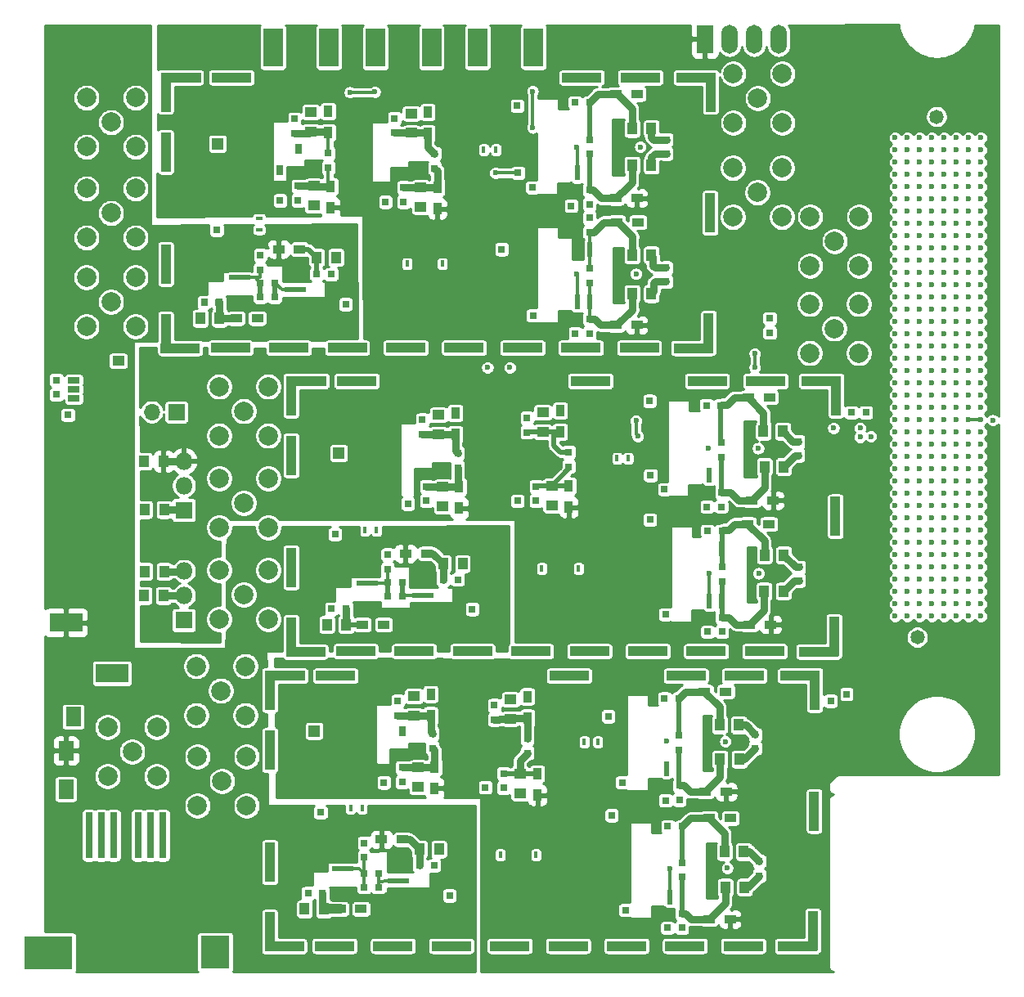
<source format=gbr>
G04 #@! TF.GenerationSoftware,KiCad,Pcbnew,(5.1.5-0-10_14)*
G04 #@! TF.CreationDate,2021-05-04T13:32:50-04:00*
G04 #@! TF.ProjectId,FEA,4645412e-6b69-4636-9164-5f7063625858,rev?*
G04 #@! TF.SameCoordinates,Original*
G04 #@! TF.FileFunction,Copper,L4,Bot*
G04 #@! TF.FilePolarity,Positive*
%FSLAX46Y46*%
G04 Gerber Fmt 4.6, Leading zero omitted, Abs format (unit mm)*
G04 Created by KiCad (PCBNEW (5.1.5-0-10_14)) date 2021-05-04 13:32:50*
%MOMM*%
%LPD*%
G04 APERTURE LIST*
%ADD10R,4.040000X1.000000*%
%ADD11R,1.000000X4.040000*%
%ADD12R,0.400000X0.660000*%
%ADD13R,0.600000X1.550000*%
%ADD14R,1.000000X1.250000*%
%ADD15R,0.650000X1.060000*%
%ADD16R,1.800000X1.800000*%
%ADD17O,1.800000X1.800000*%
%ADD18C,1.480000*%
%ADD19C,0.600000*%
%ADD20R,1.700000X1.700000*%
%ADD21O,1.700000X1.700000*%
%ADD22R,1.600000X2.000000*%
%ADD23C,2.000000*%
%ADD24R,2.000000X4.000000*%
%ADD25R,0.750000X0.800000*%
%ADD26R,1.220000X0.650000*%
%ADD27R,1.700000X3.000000*%
%ADD28O,1.700000X3.000000*%
%ADD29R,0.800000X0.750000*%
%ADD30R,0.760000X4.750000*%
%ADD31R,3.000000X3.500000*%
%ADD32R,5.000000X3.500000*%
%ADD33R,1.250000X1.000000*%
%ADD34R,3.390000X1.960000*%
%ADD35R,0.660000X0.400000*%
%ADD36R,1.200000X0.900000*%
%ADD37R,0.900000X1.200000*%
%ADD38R,1.200000X1.200000*%
%ADD39R,2.200000X0.500000*%
%ADD40C,0.750000*%
%ADD41C,0.380000*%
%ADD42C,0.500000*%
%ADD43C,1.000000*%
%ADD44C,0.254000*%
G04 APERTURE END LIST*
D10*
X50700000Y-158000000D03*
D11*
X43900000Y-165700000D03*
X43900000Y-159500000D03*
D10*
X45500000Y-158000000D03*
X45400000Y-186000000D03*
D11*
X43900000Y-184500000D03*
X100100000Y-184400000D03*
D10*
X98500000Y-186000000D03*
D11*
X100300000Y-159500000D03*
D10*
X98800000Y-158000000D03*
D11*
X100250000Y-172000000D03*
X43900000Y-177300000D03*
D10*
X74880000Y-158000000D03*
X86970000Y-158000000D03*
X93015000Y-158000000D03*
X50600000Y-185970000D03*
X56645000Y-185970000D03*
X62690000Y-185970000D03*
X68735000Y-185970000D03*
X74780000Y-185970000D03*
X80825000Y-185970000D03*
X86870000Y-185970000D03*
X92915000Y-185970000D03*
D12*
X79850000Y-135500000D03*
D13*
X75715000Y-105950000D03*
D14*
X81400000Y-118450000D03*
X83400000Y-118450000D03*
D15*
X44950000Y-105650000D03*
X46850000Y-103450000D03*
D16*
X35000000Y-152250000D03*
D17*
X35000000Y-149710000D03*
X35000000Y-147170000D03*
X35000000Y-135770000D03*
X35000000Y-138310000D03*
D16*
X35000000Y-140850000D03*
D10*
X82140000Y-124045000D03*
X76095000Y-124045000D03*
X70050000Y-124045000D03*
X64005000Y-124045000D03*
X57960000Y-124045000D03*
X51915000Y-124045000D03*
X45870000Y-124045000D03*
X39825000Y-124045000D03*
X82240000Y-96075000D03*
X76195000Y-96075000D03*
D11*
X33125000Y-115375000D03*
X89475000Y-110075000D03*
D10*
X88025000Y-96075000D03*
D11*
X89525000Y-97575000D03*
D10*
X87725000Y-124075000D03*
D11*
X89325000Y-122475000D03*
X33125000Y-122575000D03*
D10*
X34625000Y-124075000D03*
X34725000Y-96075000D03*
D11*
X33125000Y-97575000D03*
X33125000Y-103775000D03*
D10*
X39925000Y-96075000D03*
D18*
X110925000Y-154025000D03*
X112925000Y-100125000D03*
D19*
X117515000Y-102295000D03*
X116245000Y-102295000D03*
X114975000Y-102295000D03*
X113705000Y-102295000D03*
X112435000Y-102295000D03*
X111165000Y-102295000D03*
X109895000Y-102295000D03*
X108625000Y-102295000D03*
X117515000Y-103565000D03*
X116245000Y-103565000D03*
X114975000Y-103565000D03*
X113705000Y-103565000D03*
X112435000Y-103565000D03*
X111165000Y-103565000D03*
X109895000Y-103565000D03*
X108625000Y-103565000D03*
X117515000Y-104835000D03*
X116245000Y-104835000D03*
X114975000Y-104835000D03*
X113705000Y-104835000D03*
X112435000Y-104835000D03*
X111165000Y-104835000D03*
X109895000Y-104835000D03*
X108625000Y-104835000D03*
X117515000Y-106105000D03*
X116245000Y-106105000D03*
X114975000Y-106105000D03*
X113705000Y-106105000D03*
X112435000Y-106105000D03*
X111165000Y-106105000D03*
X109895000Y-106105000D03*
X108625000Y-106105000D03*
X117515000Y-107375000D03*
X116245000Y-107375000D03*
X114975000Y-107375000D03*
X113705000Y-107375000D03*
X112435000Y-107375000D03*
X111165000Y-107375000D03*
X109895000Y-107375000D03*
X108625000Y-107375000D03*
X117515000Y-108645000D03*
X116245000Y-108645000D03*
X114975000Y-108645000D03*
X113705000Y-108645000D03*
X112435000Y-108645000D03*
X111165000Y-108645000D03*
X109895000Y-108645000D03*
X108625000Y-108645000D03*
X117515000Y-109915000D03*
X116245000Y-109915000D03*
X114975000Y-109915000D03*
X113705000Y-109915000D03*
X112435000Y-109915000D03*
X111165000Y-109915000D03*
X109895000Y-109915000D03*
X108625000Y-109915000D03*
X117515000Y-111185000D03*
X116245000Y-111185000D03*
X114975000Y-111185000D03*
X113705000Y-111185000D03*
X112435000Y-111185000D03*
X111165000Y-111185000D03*
X109895000Y-111185000D03*
X108625000Y-111185000D03*
X117515000Y-112455000D03*
X116245000Y-112455000D03*
X114975000Y-112455000D03*
X113705000Y-112455000D03*
X112435000Y-112455000D03*
X111165000Y-112455000D03*
X109895000Y-112455000D03*
X108625000Y-112455000D03*
X117515000Y-113725000D03*
X116245000Y-113725000D03*
X114975000Y-113725000D03*
X113705000Y-113725000D03*
X112435000Y-113725000D03*
X111165000Y-113725000D03*
X109895000Y-113725000D03*
X108625000Y-113725000D03*
X117515000Y-114995000D03*
X116245000Y-114995000D03*
X114975000Y-114995000D03*
X113705000Y-114995000D03*
X112435000Y-114995000D03*
X111165000Y-114995000D03*
X109895000Y-114995000D03*
X108625000Y-114995000D03*
X117515000Y-116265000D03*
X116245000Y-116265000D03*
X114975000Y-116265000D03*
X113705000Y-116265000D03*
X112435000Y-116265000D03*
X111165000Y-116265000D03*
X109895000Y-116265000D03*
X108625000Y-116265000D03*
X117515000Y-117535000D03*
X116245000Y-117535000D03*
X114975000Y-117535000D03*
X113705000Y-117535000D03*
X112435000Y-117535000D03*
X111165000Y-117535000D03*
X109895000Y-117535000D03*
X108625000Y-117535000D03*
X117515000Y-118805000D03*
X116245000Y-118805000D03*
X114975000Y-118805000D03*
X113705000Y-118805000D03*
X112435000Y-118805000D03*
X111165000Y-118805000D03*
X109895000Y-118805000D03*
X108625000Y-118805000D03*
X117515000Y-120075000D03*
X116245000Y-120075000D03*
X114975000Y-120075000D03*
X113705000Y-120075000D03*
X112435000Y-120075000D03*
X111165000Y-120075000D03*
X109895000Y-120075000D03*
X108625000Y-120075000D03*
X117515000Y-121345000D03*
X116245000Y-121345000D03*
X114975000Y-121345000D03*
X113705000Y-121345000D03*
X112435000Y-121345000D03*
X111165000Y-121345000D03*
X109895000Y-121345000D03*
X108625000Y-121345000D03*
X117515000Y-122615000D03*
X116245000Y-122615000D03*
X114975000Y-122615000D03*
X113705000Y-122615000D03*
X112435000Y-122615000D03*
X111165000Y-122615000D03*
X109895000Y-122615000D03*
X108625000Y-122615000D03*
X117515000Y-123885000D03*
X116245000Y-123885000D03*
X114975000Y-123885000D03*
X113705000Y-123885000D03*
X112435000Y-123885000D03*
X111165000Y-123885000D03*
X109895000Y-123885000D03*
X108625000Y-123885000D03*
X117515000Y-125155000D03*
X116245000Y-125155000D03*
X114975000Y-125155000D03*
X113705000Y-125155000D03*
X112435000Y-125155000D03*
X111165000Y-125155000D03*
X109895000Y-125155000D03*
X108625000Y-125155000D03*
X117515000Y-126425000D03*
X116245000Y-126425000D03*
X114975000Y-126425000D03*
X113705000Y-126425000D03*
X112435000Y-126425000D03*
X111165000Y-126425000D03*
X109895000Y-126425000D03*
X108625000Y-126425000D03*
X117515000Y-127695000D03*
X116245000Y-127695000D03*
X114975000Y-127695000D03*
X113705000Y-127695000D03*
X112435000Y-127695000D03*
X111165000Y-127695000D03*
X109895000Y-127695000D03*
X108625000Y-127695000D03*
X117515000Y-128965000D03*
X116245000Y-128965000D03*
X114975000Y-128965000D03*
X113705000Y-128965000D03*
X112435000Y-128965000D03*
X111165000Y-128965000D03*
X109895000Y-128965000D03*
X108625000Y-128965000D03*
X117515000Y-130235000D03*
X116245000Y-130235000D03*
X114975000Y-130235000D03*
X113705000Y-130235000D03*
X112435000Y-130235000D03*
X111165000Y-130235000D03*
X109895000Y-130235000D03*
X108625000Y-130235000D03*
X117515000Y-131505000D03*
X116245000Y-131505000D03*
X114975000Y-131505000D03*
X113705000Y-131505000D03*
X112435000Y-131505000D03*
X111165000Y-131505000D03*
X109895000Y-131505000D03*
X108625000Y-131505000D03*
X117515000Y-132775000D03*
X116245000Y-132775000D03*
X114975000Y-132775000D03*
X113705000Y-132775000D03*
X112435000Y-132775000D03*
X111165000Y-132775000D03*
X109895000Y-132775000D03*
X108625000Y-132775000D03*
X117515000Y-134045000D03*
X116245000Y-134045000D03*
X114975000Y-134045000D03*
X113705000Y-134045000D03*
X112435000Y-134045000D03*
X111165000Y-134045000D03*
X109895000Y-134045000D03*
X108625000Y-134045000D03*
X117515000Y-135315000D03*
X116245000Y-135315000D03*
X114975000Y-135315000D03*
X113705000Y-135315000D03*
X112435000Y-135315000D03*
X111165000Y-135315000D03*
X109895000Y-135315000D03*
X108625000Y-135315000D03*
X117515000Y-136585000D03*
X116245000Y-136585000D03*
X114975000Y-136585000D03*
X113705000Y-136585000D03*
X112435000Y-136585000D03*
X111165000Y-136585000D03*
X109895000Y-136585000D03*
X108625000Y-136585000D03*
X117515000Y-137855000D03*
X116245000Y-137855000D03*
X114975000Y-137855000D03*
X113705000Y-137855000D03*
X112435000Y-137855000D03*
X111165000Y-137855000D03*
X109895000Y-137855000D03*
X108625000Y-137855000D03*
X117515000Y-139125000D03*
X116245000Y-139125000D03*
X114975000Y-139125000D03*
X113705000Y-139125000D03*
X112435000Y-139125000D03*
X111165000Y-139125000D03*
X109895000Y-139125000D03*
X108625000Y-139125000D03*
X117515000Y-140395000D03*
X116245000Y-140395000D03*
X114975000Y-140395000D03*
X113705000Y-140395000D03*
X112435000Y-140395000D03*
X111165000Y-140395000D03*
X109895000Y-140395000D03*
X108625000Y-140395000D03*
X117515000Y-141665000D03*
X116245000Y-141665000D03*
X114975000Y-141665000D03*
X113705000Y-141665000D03*
X112435000Y-141665000D03*
X111165000Y-141665000D03*
X109895000Y-141665000D03*
X108625000Y-141665000D03*
X117515000Y-142935000D03*
X116245000Y-142935000D03*
X114975000Y-142935000D03*
X113705000Y-142935000D03*
X112435000Y-142935000D03*
X111165000Y-142935000D03*
X109895000Y-142935000D03*
X108625000Y-142935000D03*
X117515000Y-144205000D03*
X116245000Y-144205000D03*
X114975000Y-144205000D03*
X113705000Y-144205000D03*
X112435000Y-144205000D03*
X111165000Y-144205000D03*
X109895000Y-144205000D03*
X108625000Y-144205000D03*
X117515000Y-145475000D03*
X116245000Y-145475000D03*
X114975000Y-145475000D03*
X113705000Y-145475000D03*
X112435000Y-145475000D03*
X111165000Y-145475000D03*
X109895000Y-145475000D03*
X108625000Y-145475000D03*
X117515000Y-146745000D03*
X116245000Y-146745000D03*
X114975000Y-146745000D03*
X113705000Y-146745000D03*
X112435000Y-146745000D03*
X111165000Y-146745000D03*
X109895000Y-146745000D03*
X108625000Y-146745000D03*
X117515000Y-148015000D03*
X116245000Y-148015000D03*
X114975000Y-148015000D03*
X113705000Y-148015000D03*
X112435000Y-148015000D03*
X111165000Y-148015000D03*
X109895000Y-148015000D03*
X108625000Y-148015000D03*
X117515000Y-149285000D03*
X116245000Y-149285000D03*
X114975000Y-149285000D03*
X113705000Y-149285000D03*
X112435000Y-149285000D03*
X111165000Y-149285000D03*
X109895000Y-149285000D03*
X108625000Y-149285000D03*
X117515000Y-150555000D03*
X116245000Y-150555000D03*
X114975000Y-150555000D03*
X113705000Y-150555000D03*
X112435000Y-150555000D03*
X111165000Y-150555000D03*
X109895000Y-150555000D03*
X108625000Y-150555000D03*
X117515000Y-151825000D03*
X116245000Y-151825000D03*
X114975000Y-151825000D03*
X113705000Y-151825000D03*
X112435000Y-151825000D03*
X111165000Y-151825000D03*
X109895000Y-151825000D03*
X108625000Y-151825000D03*
D20*
X34220000Y-130700000D03*
D21*
X31680000Y-130700000D03*
D22*
X22800000Y-165750000D03*
X22800000Y-169750000D03*
D23*
X27450000Y-110100000D03*
X29990000Y-107560000D03*
X24910000Y-107560000D03*
X24910000Y-112640000D03*
X29990000Y-112640000D03*
X27450000Y-100700000D03*
X29990000Y-98160000D03*
X24910000Y-98160000D03*
X24910000Y-103240000D03*
X29990000Y-103240000D03*
D24*
X60640000Y-92980000D03*
X54840000Y-92980000D03*
X44225000Y-92950000D03*
X50025000Y-92950000D03*
D23*
X43740000Y-142640000D03*
X38660000Y-142640000D03*
X38660000Y-137560000D03*
X43740000Y-137560000D03*
X41200000Y-140100000D03*
X41200000Y-130600000D03*
X43740000Y-128060000D03*
X38660000Y-128060000D03*
X38660000Y-133140000D03*
X43740000Y-133140000D03*
X38950000Y-168900000D03*
X41490000Y-166360000D03*
X36410000Y-166360000D03*
X36410000Y-171440000D03*
X41490000Y-171440000D03*
X41390000Y-162090000D03*
X36310000Y-162090000D03*
X36310000Y-157010000D03*
X41390000Y-157010000D03*
X38850000Y-159550000D03*
X94410000Y-98230000D03*
X96950000Y-95690000D03*
X91870000Y-95690000D03*
X91870000Y-100770000D03*
X96950000Y-100770000D03*
X96930000Y-110510000D03*
X91850000Y-110510000D03*
X91850000Y-105430000D03*
X96930000Y-105430000D03*
X94390000Y-107970000D03*
X104910000Y-115540000D03*
X99830000Y-115540000D03*
X99830000Y-110460000D03*
X104910000Y-110460000D03*
X102370000Y-113000000D03*
X102320000Y-122050000D03*
X104860000Y-119510000D03*
X99780000Y-119510000D03*
X99780000Y-124590000D03*
X104860000Y-124590000D03*
D25*
X21800000Y-128895000D03*
X21800000Y-127395000D03*
D26*
X23615000Y-127400000D03*
X23615000Y-128350000D03*
X23615000Y-129300000D03*
D24*
X65400000Y-92950000D03*
X71200000Y-92950000D03*
D27*
X88950000Y-92100000D03*
D28*
X91490000Y-92100000D03*
X94030000Y-92100000D03*
X96570000Y-92100000D03*
D29*
X23000000Y-131000000D03*
D30*
X25195000Y-174525000D03*
X26465000Y-174525000D03*
X27735000Y-174525000D03*
X30275000Y-174525000D03*
X31545000Y-174525000D03*
X32815000Y-174525000D03*
D31*
X38245000Y-186625000D03*
D32*
X20995000Y-186675000D03*
D33*
X28220000Y-125400000D03*
D14*
X32900000Y-149700000D03*
X30900000Y-149700000D03*
X32950000Y-140800000D03*
X30950000Y-140800000D03*
X30950000Y-147200000D03*
X32950000Y-147200000D03*
X30900000Y-135800000D03*
X32900000Y-135800000D03*
D29*
X95650000Y-121000000D03*
X95650000Y-122500000D03*
D25*
X105600000Y-130750000D03*
X104100000Y-130750000D03*
X101950000Y-160600000D03*
X103600000Y-159900000D03*
D34*
X27550000Y-157750000D03*
X22800000Y-152500000D03*
D14*
X38700000Y-121000000D03*
X36700000Y-121000000D03*
D33*
X48450000Y-109300000D03*
X48450000Y-107300000D03*
D29*
X38650000Y-119300000D03*
X37150000Y-119300000D03*
D25*
X46800000Y-107300000D03*
X46800000Y-108800000D03*
D29*
X37100000Y-119350000D03*
X38600000Y-119350000D03*
D25*
X46800000Y-108800000D03*
X46800000Y-107300000D03*
X49950000Y-105400000D03*
X49950000Y-103900000D03*
D29*
X48750000Y-116450000D03*
X50250000Y-116450000D03*
D25*
X46450000Y-101850000D03*
X46450000Y-100350000D03*
D29*
X50250000Y-116450000D03*
X48750000Y-116450000D03*
D25*
X46450000Y-100350000D03*
X46450000Y-101850000D03*
D33*
X48150000Y-101650000D03*
X48150000Y-99650000D03*
D14*
X50750000Y-114700000D03*
X48750000Y-114700000D03*
D35*
X42800000Y-111850000D03*
X42800000Y-110650000D03*
D36*
X40400000Y-121000000D03*
X42600000Y-121000000D03*
D37*
X50200000Y-109550000D03*
X50200000Y-107350000D03*
D36*
X44800000Y-113850000D03*
X47000000Y-113850000D03*
D37*
X49950000Y-99550000D03*
X49950000Y-101750000D03*
D29*
X38400000Y-111850000D03*
D25*
X42900000Y-114450000D03*
X42900000Y-115950000D03*
X44950000Y-108800000D03*
D29*
X44400000Y-117300000D03*
X42900000Y-117300000D03*
D38*
X38500000Y-102930000D03*
D25*
X84950000Y-102500000D03*
D14*
X83400000Y-114450000D03*
X81400000Y-114450000D03*
D25*
X77000000Y-112100000D03*
X77000000Y-110600000D03*
X77000000Y-110600000D03*
X77000000Y-112100000D03*
X84900000Y-115750000D03*
X84950000Y-103950000D03*
X77000000Y-117300000D03*
X77000000Y-115800000D03*
X84900000Y-117200000D03*
X77000000Y-121050000D03*
X77000000Y-122550000D03*
X75500000Y-122550000D03*
X77000000Y-122550000D03*
X77000000Y-121050000D03*
D14*
X83400000Y-101350000D03*
X81400000Y-101350000D03*
D29*
X75500000Y-98650000D03*
X77000000Y-98650000D03*
X77000000Y-98650000D03*
X75500000Y-98650000D03*
D25*
X77000000Y-102500000D03*
X77000000Y-104000000D03*
X77000000Y-109200000D03*
X77000000Y-107700000D03*
X77000000Y-107700000D03*
X77000000Y-109200000D03*
X75100000Y-109350000D03*
D14*
X81400000Y-105150000D03*
X83400000Y-105150000D03*
D36*
X82000000Y-111050000D03*
X79800000Y-111050000D03*
X79700000Y-121700000D03*
X81900000Y-121700000D03*
X79750000Y-97800000D03*
X81950000Y-97800000D03*
X81900000Y-108550000D03*
X79700000Y-108550000D03*
D25*
X67900000Y-113850000D03*
D29*
X71150000Y-120700000D03*
D25*
X69500000Y-99000000D03*
D29*
X71100000Y-107450000D03*
X69600000Y-105950000D03*
D12*
X67300000Y-103550000D03*
X66050000Y-103550000D03*
X58100000Y-115350000D03*
X61750000Y-115350000D03*
D22*
X23550000Y-162250000D03*
D14*
X51800000Y-152700000D03*
X49800000Y-152700000D03*
D33*
X61800000Y-138450000D03*
X61800000Y-140450000D03*
D29*
X51800000Y-151050000D03*
X50300000Y-151050000D03*
D25*
X60100000Y-138400000D03*
X60100000Y-139900000D03*
D29*
X50300000Y-151050000D03*
X51800000Y-151050000D03*
D25*
X60100000Y-138400000D03*
X60100000Y-139900000D03*
X63350000Y-134950000D03*
X63350000Y-136450000D03*
D29*
X61850000Y-148050000D03*
X63350000Y-148050000D03*
D25*
X59700000Y-131500000D03*
X59700000Y-133000000D03*
D29*
X63350000Y-148050000D03*
X61850000Y-148050000D03*
D25*
X59700000Y-131500000D03*
X59700000Y-133000000D03*
D33*
X61350000Y-131000000D03*
X61350000Y-133000000D03*
D14*
X63850000Y-146400000D03*
X61850000Y-146400000D03*
X97000000Y-132700000D03*
X95000000Y-132700000D03*
D29*
X90600000Y-130000000D03*
X89100000Y-130000000D03*
X89100000Y-130000000D03*
D25*
X98600000Y-133750000D03*
D14*
X95100000Y-145500000D03*
X97100000Y-145500000D03*
D29*
X89200000Y-143000000D03*
X90700000Y-143000000D03*
D25*
X90650000Y-135350000D03*
X90650000Y-133850000D03*
D29*
X90700000Y-143000000D03*
X89200000Y-143000000D03*
D25*
X98650000Y-146750000D03*
X98600000Y-135200000D03*
X90650000Y-139000000D03*
X90650000Y-140500000D03*
X90700000Y-146750000D03*
X90700000Y-148250000D03*
X89150000Y-140500000D03*
X90650000Y-140500000D03*
X90650000Y-139000000D03*
D14*
X95100000Y-136350000D03*
X97100000Y-136350000D03*
D25*
X98650000Y-148150000D03*
X90700000Y-153450000D03*
X90700000Y-151950000D03*
X89200000Y-153450000D03*
X90700000Y-151950000D03*
X90700000Y-153450000D03*
D14*
X97050000Y-149250000D03*
X95050000Y-149250000D03*
D12*
X53750000Y-142950000D03*
X54950000Y-142950000D03*
X72050000Y-146900000D03*
X81000000Y-135500000D03*
X75850000Y-146900000D03*
D36*
X53500000Y-152700000D03*
X55700000Y-152700000D03*
D37*
X63500000Y-138450000D03*
X63500000Y-140650000D03*
D36*
X60150000Y-145350000D03*
X57950000Y-145350000D03*
D37*
X63100000Y-133000000D03*
X63100000Y-130800000D03*
D36*
X93400000Y-129200000D03*
X95600000Y-129200000D03*
X93350000Y-142300000D03*
X95550000Y-142300000D03*
X93800000Y-139850000D03*
X96000000Y-139850000D03*
X93550000Y-152700000D03*
X95750000Y-152700000D03*
D10*
X52900000Y-127500000D03*
D11*
X46100000Y-135200000D03*
X46100000Y-129000000D03*
D10*
X47700000Y-127500000D03*
X47600000Y-155500000D03*
D11*
X46100000Y-154000000D03*
X102300000Y-153900000D03*
D10*
X100700000Y-155500000D03*
D11*
X102500000Y-129000000D03*
D10*
X101000000Y-127500000D03*
D11*
X102450000Y-141500000D03*
X46100000Y-146800000D03*
D10*
X77080000Y-127500000D03*
X89170000Y-127500000D03*
X95215000Y-127500000D03*
X52800000Y-155470000D03*
X58845000Y-155470000D03*
X64890000Y-155470000D03*
X70935000Y-155470000D03*
X76980000Y-155470000D03*
X83025000Y-155470000D03*
X89070000Y-155470000D03*
X95115000Y-155470000D03*
D29*
X50650000Y-143350000D03*
D25*
X56100000Y-146950000D03*
X56100000Y-145450000D03*
X58200000Y-140200000D03*
D29*
X57600000Y-148300000D03*
X56100000Y-148300000D03*
D25*
X83200000Y-129550000D03*
X83250000Y-141850000D03*
D29*
X84750000Y-138700000D03*
X83300000Y-137250000D03*
X84850000Y-151650000D03*
D38*
X51050000Y-134960000D03*
D13*
X89365000Y-137250000D03*
D14*
X49500000Y-182150000D03*
X47500000Y-182150000D03*
D33*
X59250000Y-167500000D03*
X59250000Y-169500000D03*
D29*
X49350000Y-180500000D03*
X47850000Y-180500000D03*
D25*
X57600000Y-167500000D03*
X57600000Y-169000000D03*
D29*
X47850000Y-180500000D03*
X49350000Y-180500000D03*
D25*
X60750000Y-164000000D03*
X60750000Y-165500000D03*
X57150000Y-160600000D03*
X57150000Y-162100000D03*
D29*
X60900000Y-177650000D03*
X59400000Y-177650000D03*
D25*
X57150000Y-160600000D03*
X57150000Y-162100000D03*
D33*
X58800000Y-160100000D03*
X58800000Y-162100000D03*
D14*
X61400000Y-175950000D03*
X59400000Y-175950000D03*
X92450000Y-163100000D03*
X90450000Y-163100000D03*
D29*
X86250000Y-160350000D03*
X84750000Y-160350000D03*
X84750000Y-160350000D03*
X86250000Y-160350000D03*
D25*
X94150000Y-164100000D03*
D14*
X90950000Y-176200000D03*
X92950000Y-176200000D03*
D29*
X85100000Y-173600000D03*
X86600000Y-173600000D03*
D25*
X86250000Y-165650000D03*
X86250000Y-164150000D03*
D29*
X86600000Y-173600000D03*
X85100000Y-173600000D03*
D25*
X94550000Y-177200000D03*
X94150000Y-165500000D03*
X86300000Y-170850000D03*
X86600000Y-177350000D03*
X86600000Y-178850000D03*
X84850000Y-170900000D03*
X86300000Y-170850000D03*
X86300000Y-169350000D03*
D14*
X90500000Y-166650000D03*
X92500000Y-166650000D03*
D25*
X94550000Y-178700000D03*
X86550000Y-184100000D03*
X86550000Y-182600000D03*
X85050000Y-184100000D03*
X86550000Y-182600000D03*
X86550000Y-184100000D03*
D14*
X93050000Y-179900000D03*
X91050000Y-179900000D03*
D12*
X52250000Y-171700000D03*
X53450000Y-171700000D03*
X77850000Y-164850000D03*
X67750000Y-176550000D03*
X76450000Y-164850000D03*
X71450000Y-176550000D03*
D36*
X51150000Y-182150000D03*
X53350000Y-182150000D03*
D37*
X60950000Y-167450000D03*
X60950000Y-169650000D03*
D36*
X57650000Y-174950000D03*
X55450000Y-174950000D03*
D37*
X60550000Y-162100000D03*
X60550000Y-159900000D03*
D36*
X88900000Y-159650000D03*
X91100000Y-159650000D03*
X89400000Y-172750000D03*
X91600000Y-172750000D03*
X88950000Y-170000000D03*
X91150000Y-170000000D03*
X89350000Y-183200000D03*
X91550000Y-183200000D03*
D29*
X49150000Y-172150000D03*
D25*
X53650000Y-175300000D03*
X53650000Y-176800000D03*
X55700000Y-169050000D03*
D29*
X55150000Y-178450000D03*
X53650000Y-178450000D03*
D25*
X78950000Y-162200000D03*
X79300000Y-172450000D03*
D29*
X80400000Y-169050000D03*
X80750000Y-182250000D03*
D38*
X48500000Y-163710000D03*
D15*
X57600000Y-163700000D03*
D13*
X84965000Y-167600000D03*
D29*
X56100000Y-149750000D03*
X57600000Y-149750000D03*
D33*
X73100000Y-138350000D03*
X73100000Y-140350000D03*
D25*
X71450000Y-138400000D03*
X71450000Y-139900000D03*
X71450000Y-138400000D03*
X71450000Y-139900000D03*
X74850000Y-134850000D03*
X74850000Y-136350000D03*
X70500000Y-131300000D03*
X70500000Y-132800000D03*
X70500000Y-131300000D03*
X70500000Y-132800000D03*
D33*
X72150000Y-130750000D03*
X72150000Y-132750000D03*
D29*
X55150000Y-179900000D03*
X53650000Y-179900000D03*
D33*
X69800000Y-168150000D03*
X69800000Y-170150000D03*
D25*
X68100000Y-169600000D03*
X68100000Y-168100000D03*
X68100000Y-169600000D03*
X68100000Y-168100000D03*
X70550000Y-166000000D03*
X70550000Y-164500000D03*
X67150000Y-162550000D03*
X67150000Y-161050000D03*
X67150000Y-162550000D03*
X67150000Y-161050000D03*
D33*
X68800000Y-160450000D03*
X68800000Y-162450000D03*
D29*
X44400000Y-118800000D03*
X42900000Y-118800000D03*
D33*
X59500000Y-107450000D03*
X59500000Y-109450000D03*
D25*
X57750000Y-108950000D03*
X57750000Y-107450000D03*
X57750000Y-108950000D03*
X57750000Y-107450000D03*
X60950000Y-105450000D03*
X60950000Y-103950000D03*
X56800000Y-101800000D03*
X56800000Y-100300000D03*
X56800000Y-101800000D03*
X56800000Y-100300000D03*
D33*
X58550000Y-99800000D03*
X58550000Y-101800000D03*
D37*
X74850000Y-138350000D03*
X74850000Y-140550000D03*
X73950000Y-132750000D03*
X73950000Y-130550000D03*
X71600000Y-168150000D03*
X71600000Y-170350000D03*
X70550000Y-162350000D03*
X70550000Y-160150000D03*
X61250000Y-107450000D03*
X61250000Y-109650000D03*
X60250000Y-101850000D03*
X60250000Y-99650000D03*
D25*
X64850000Y-151100000D03*
X69550000Y-139900000D03*
X62500000Y-180750000D03*
X66200000Y-169550000D03*
X51750000Y-119550000D03*
X55850000Y-108950000D03*
D23*
X29990000Y-121840000D03*
X24910000Y-121840000D03*
X24910000Y-116760000D03*
X29990000Y-116760000D03*
X27450000Y-119300000D03*
X41200000Y-149600000D03*
X43740000Y-147060000D03*
X38660000Y-147060000D03*
X38660000Y-152140000D03*
X43740000Y-152140000D03*
X29650000Y-165850000D03*
X32190000Y-163310000D03*
X27110000Y-163310000D03*
X27110000Y-168390000D03*
X32190000Y-168390000D03*
D39*
X59725000Y-149690000D03*
X53975000Y-148420000D03*
D13*
X90685000Y-150250000D03*
X90685000Y-144850000D03*
X89415000Y-150250000D03*
D39*
X51475000Y-177970000D03*
X57225000Y-179240000D03*
D13*
X86585000Y-180900000D03*
X86585000Y-175500000D03*
X85315000Y-180900000D03*
D39*
X40750000Y-116770000D03*
X46500000Y-118040000D03*
D13*
X75765000Y-119300000D03*
X77035000Y-113900000D03*
X77035000Y-119300000D03*
D19*
X118750000Y-131550000D03*
X66430010Y-126090000D03*
X68750000Y-126090000D03*
X94100000Y-126090000D03*
X94100000Y-124650000D03*
X71100000Y-101250000D03*
X71100000Y-97500000D03*
X28650000Y-158200000D03*
X28700000Y-157250000D03*
X26300000Y-158200000D03*
X26350000Y-157250000D03*
X75700000Y-103250000D03*
X82250000Y-103250000D03*
X75700000Y-116400000D03*
X81800000Y-116400000D03*
X89400000Y-147400000D03*
X94500000Y-147400000D03*
X89300000Y-134450000D03*
X105000000Y-132350000D03*
X94450000Y-134450000D03*
X102250000Y-132350000D03*
X85300000Y-177950000D03*
X106123505Y-133223505D03*
X91250000Y-177900000D03*
X84950000Y-164750000D03*
X105000000Y-133300000D03*
X91050000Y-164800000D03*
X52200000Y-97600000D03*
X54750000Y-97550000D03*
X67250000Y-105950000D03*
X81800000Y-131600000D03*
X82000000Y-133200000D03*
D40*
X83775000Y-117200000D02*
X83625000Y-117350000D01*
X84900000Y-117200000D02*
X83775000Y-117200000D01*
X83625000Y-118225000D02*
X83400000Y-118450000D01*
X83625000Y-117350000D02*
X83625000Y-118225000D01*
X83775000Y-115750000D02*
X83550000Y-115525000D01*
X84900000Y-115750000D02*
X83775000Y-115750000D01*
X83550000Y-114600000D02*
X83400000Y-114450000D01*
X83550000Y-115525000D02*
X83550000Y-114600000D01*
X83400000Y-105150000D02*
X83400000Y-104300000D01*
X83750000Y-103950000D02*
X84950000Y-103950000D01*
X83400000Y-104300000D02*
X83750000Y-103950000D01*
X83400000Y-101350000D02*
X83400000Y-102250000D01*
X83650000Y-102500000D02*
X84950000Y-102500000D01*
X83400000Y-102250000D02*
X83650000Y-102500000D01*
X98350000Y-146750000D02*
X97100000Y-145500000D01*
X98650000Y-146750000D02*
X98350000Y-146750000D01*
X98150000Y-148150000D02*
X97050000Y-149250000D01*
X98650000Y-148150000D02*
X98150000Y-148150000D01*
X98050000Y-133750000D02*
X97000000Y-132700000D01*
X98600000Y-133750000D02*
X98050000Y-133750000D01*
X98250000Y-135200000D02*
X97100000Y-136350000D01*
X98600000Y-135200000D02*
X98250000Y-135200000D01*
X93150000Y-163100000D02*
X94150000Y-164100000D01*
X92450000Y-163100000D02*
X93150000Y-163100000D01*
X93000000Y-166650000D02*
X94150000Y-165500000D01*
X92500000Y-166650000D02*
X93000000Y-166650000D01*
X93550000Y-176200000D02*
X94550000Y-177200000D01*
X92950000Y-176200000D02*
X93550000Y-176200000D01*
X93350000Y-179900000D02*
X94550000Y-178700000D01*
X93050000Y-179900000D02*
X93350000Y-179900000D01*
D41*
X116245000Y-131505000D02*
X117515000Y-131505000D01*
D40*
X38700000Y-119350000D02*
X38650000Y-119300000D01*
X38700000Y-121000000D02*
X38700000Y-119350000D01*
X38600000Y-119350000D02*
X38650000Y-119300000D01*
X40400000Y-121000000D02*
X38700000Y-121000000D01*
X34970000Y-135800000D02*
X35000000Y-135770000D01*
X32900000Y-135800000D02*
X34970000Y-135800000D01*
X34970000Y-147200000D02*
X35000000Y-147170000D01*
X32950000Y-147200000D02*
X34970000Y-147200000D01*
D41*
X46350000Y-101850000D02*
X46500000Y-101700000D01*
X49950000Y-101750000D02*
X49950000Y-103900000D01*
D40*
X47950000Y-101850000D02*
X48150000Y-101650000D01*
X46450000Y-101850000D02*
X47950000Y-101850000D01*
X49850000Y-101650000D02*
X49950000Y-101750000D01*
X48150000Y-101650000D02*
X49850000Y-101650000D01*
D41*
X94100000Y-126090000D02*
X94100000Y-124650000D01*
X71100000Y-101250000D02*
X71100000Y-97500000D01*
X75715000Y-103265000D02*
X75700000Y-103250000D01*
X75715000Y-105950000D02*
X75715000Y-103265000D01*
X75715000Y-116415000D02*
X75700000Y-116400000D01*
X75765000Y-116465000D02*
X75700000Y-116400000D01*
X75765000Y-119300000D02*
X75765000Y-116465000D01*
X89400000Y-150235000D02*
X89415000Y-150250000D01*
X89400000Y-147400000D02*
X89400000Y-150235000D01*
X85300000Y-180885000D02*
X85315000Y-180900000D01*
X85300000Y-177950000D02*
X85300000Y-180885000D01*
D40*
X34990000Y-149700000D02*
X35000000Y-149710000D01*
X32900000Y-149700000D02*
X34990000Y-149700000D01*
X34950000Y-140800000D02*
X35000000Y-140850000D01*
X32950000Y-140800000D02*
X34950000Y-140800000D01*
D41*
X49950000Y-107100000D02*
X50200000Y-107350000D01*
X49950000Y-105400000D02*
X49950000Y-107100000D01*
D40*
X48500000Y-107350000D02*
X48450000Y-107300000D01*
X50200000Y-107350000D02*
X48500000Y-107350000D01*
X48450000Y-107300000D02*
X46800000Y-107300000D01*
D42*
X48750000Y-114700000D02*
X48750000Y-116450000D01*
X47900000Y-113850000D02*
X48750000Y-114700000D01*
X47000000Y-113850000D02*
X47900000Y-113850000D01*
D40*
X63350000Y-138300000D02*
X63500000Y-138450000D01*
X63350000Y-136450000D02*
X63350000Y-138300000D01*
X63500000Y-138450000D02*
X61800000Y-138450000D01*
X60150000Y-138450000D02*
X60100000Y-138400000D01*
X61800000Y-138450000D02*
X60150000Y-138450000D01*
D41*
X76950000Y-112150000D02*
X77000000Y-112100000D01*
X77000000Y-115800000D02*
X77000000Y-112050000D01*
D40*
X77000000Y-112100000D02*
X77450000Y-112100000D01*
X78450000Y-111050000D02*
X79800000Y-111050000D01*
X77450000Y-112050000D02*
X78450000Y-111050000D01*
X77450000Y-112100000D02*
X77450000Y-112050000D01*
X79950000Y-111050000D02*
X81450000Y-112550000D01*
X79800000Y-111050000D02*
X79950000Y-111050000D01*
X81400000Y-112600000D02*
X81400000Y-114450000D01*
X81450000Y-112550000D02*
X81400000Y-112600000D01*
D41*
X77000000Y-117300000D02*
X77000000Y-121050000D01*
D40*
X77000000Y-121050000D02*
X77500000Y-121050000D01*
X78150000Y-121700000D02*
X79700000Y-121700000D01*
X77500000Y-121050000D02*
X78150000Y-121700000D01*
X79850000Y-121700000D02*
X81450000Y-120100000D01*
X79700000Y-121700000D02*
X79850000Y-121700000D01*
X81400000Y-120050000D02*
X81400000Y-118450000D01*
X81450000Y-120100000D02*
X81400000Y-120050000D01*
D42*
X77000000Y-102500000D02*
X77000000Y-98650000D01*
D40*
X77850000Y-97800000D02*
X77000000Y-98650000D01*
X79750000Y-97800000D02*
X77850000Y-97800000D01*
X79900000Y-97800000D02*
X81400000Y-99300000D01*
X79750000Y-97800000D02*
X79900000Y-97800000D01*
X81400000Y-99300000D02*
X81400000Y-101350000D01*
D42*
X77000000Y-104000000D02*
X77000000Y-107700000D01*
D40*
X77000000Y-107700000D02*
X77350000Y-107700000D01*
X78200000Y-108550000D02*
X79700000Y-108550000D01*
X77350000Y-107700000D02*
X78200000Y-108550000D01*
X81400000Y-105150000D02*
X81400000Y-106950000D01*
X81400000Y-106950000D02*
X80400000Y-107950000D01*
X80300000Y-107950000D02*
X79700000Y-108550000D01*
X80400000Y-107950000D02*
X80300000Y-107950000D01*
X51800000Y-151050000D02*
X51800000Y-152700000D01*
D42*
X51800000Y-152700000D02*
X53500000Y-152700000D01*
D40*
X59700000Y-133000000D02*
X61350000Y-133000000D01*
X61350000Y-133000000D02*
X63100000Y-133000000D01*
X63100000Y-134700000D02*
X63350000Y-134950000D01*
X63100000Y-133000000D02*
X63100000Y-134700000D01*
X61850000Y-148050000D02*
X61850000Y-146400000D01*
X60800000Y-145350000D02*
X61850000Y-146400000D01*
X60150000Y-145350000D02*
X60800000Y-145350000D01*
D42*
X90600000Y-133800000D02*
X90650000Y-133850000D01*
X90600000Y-130000000D02*
X90600000Y-133800000D01*
D40*
X93400000Y-129200000D02*
X92000000Y-129200000D01*
X92000000Y-129200000D02*
X91250000Y-129950000D01*
X90650000Y-129950000D02*
X90600000Y-130000000D01*
X91250000Y-129950000D02*
X90650000Y-129950000D01*
X95000000Y-130800000D02*
X93400000Y-129200000D01*
X95000000Y-132700000D02*
X95000000Y-130800000D01*
D42*
X90700000Y-146750000D02*
X90700000Y-143000000D01*
D40*
X92000000Y-142300000D02*
X91400000Y-142900000D01*
X93350000Y-142300000D02*
X92000000Y-142300000D01*
X90800000Y-142900000D02*
X90700000Y-143000000D01*
X91400000Y-142900000D02*
X90800000Y-142900000D01*
X95100000Y-144050000D02*
X93350000Y-142300000D01*
X95100000Y-145500000D02*
X95100000Y-144050000D01*
D42*
X90650000Y-135350000D02*
X90650000Y-139000000D01*
D40*
X92450000Y-139850000D02*
X91600000Y-139000000D01*
X93800000Y-139850000D02*
X92450000Y-139850000D01*
X91600000Y-139000000D02*
X90650000Y-139000000D01*
X95100000Y-138550000D02*
X93800000Y-139850000D01*
X95100000Y-136350000D02*
X95100000Y-138550000D01*
D42*
X90700000Y-148250000D02*
X90700000Y-151950000D01*
D40*
X92200000Y-152700000D02*
X91450000Y-151950000D01*
X93550000Y-152700000D02*
X92200000Y-152700000D01*
X91450000Y-151950000D02*
X90700000Y-151950000D01*
X95050000Y-151200000D02*
X93550000Y-152700000D01*
X95050000Y-149250000D02*
X95050000Y-151200000D01*
X49350000Y-182000000D02*
X49500000Y-182150000D01*
X49350000Y-180500000D02*
X49350000Y-182000000D01*
D43*
X49500000Y-182150000D02*
X51150000Y-182150000D01*
D40*
X57600000Y-167500000D02*
X59250000Y-167500000D01*
X60900000Y-167500000D02*
X60950000Y-167450000D01*
X59250000Y-167500000D02*
X60900000Y-167500000D01*
X60950000Y-165700000D02*
X60750000Y-165500000D01*
X60950000Y-167450000D02*
X60950000Y-165700000D01*
X57150000Y-162100000D02*
X58800000Y-162100000D01*
X58800000Y-162100000D02*
X60550000Y-162100000D01*
X60550000Y-163800000D02*
X60750000Y-164000000D01*
X60550000Y-162100000D02*
X60550000Y-163800000D01*
X59400000Y-175950000D02*
X59400000Y-177650000D01*
X58400000Y-174950000D02*
X59400000Y-175950000D01*
X57650000Y-174950000D02*
X58400000Y-174950000D01*
D42*
X86250000Y-164150000D02*
X86250000Y-160350000D01*
D40*
X86950000Y-159650000D02*
X86250000Y-160350000D01*
X88900000Y-159650000D02*
X86950000Y-159650000D01*
X90450000Y-161200000D02*
X88900000Y-159650000D01*
X90450000Y-163100000D02*
X90450000Y-161200000D01*
D42*
X86600000Y-177350000D02*
X86600000Y-173600000D01*
D40*
X87450000Y-172750000D02*
X86600000Y-173600000D01*
X89400000Y-172750000D02*
X87450000Y-172750000D01*
X90950000Y-174300000D02*
X89400000Y-172750000D01*
X90950000Y-176200000D02*
X90950000Y-174300000D01*
D42*
X86250000Y-169300000D02*
X86300000Y-169350000D01*
X86250000Y-165650000D02*
X86250000Y-169300000D01*
D40*
X86750000Y-169350000D02*
X86300000Y-169350000D01*
X87400000Y-170000000D02*
X86750000Y-169350000D01*
X88950000Y-170000000D02*
X87400000Y-170000000D01*
X90500000Y-168450000D02*
X88950000Y-170000000D01*
X90500000Y-166650000D02*
X90500000Y-168450000D01*
D42*
X86600000Y-182550000D02*
X86550000Y-182600000D01*
X86600000Y-178850000D02*
X86600000Y-182550000D01*
D40*
X89350000Y-183200000D02*
X87550000Y-183200000D01*
X86950000Y-182600000D02*
X86550000Y-182600000D01*
X87550000Y-183200000D02*
X86950000Y-182600000D01*
X91050000Y-181500000D02*
X89350000Y-183200000D01*
X91050000Y-179900000D02*
X91050000Y-181500000D01*
D41*
X56080000Y-148320000D02*
X56100000Y-148300000D01*
X56100000Y-148300000D02*
X56100000Y-146950000D01*
D42*
X56100000Y-148300000D02*
X56100000Y-149750000D01*
D41*
X55980000Y-148420000D02*
X56100000Y-148300000D01*
X53975000Y-148420000D02*
X55980000Y-148420000D01*
D42*
X57600000Y-148300000D02*
X57600000Y-149750000D01*
D41*
X59725000Y-149690000D02*
X57660000Y-149690000D01*
D42*
X74850000Y-136600000D02*
X73100000Y-138350000D01*
X74850000Y-136350000D02*
X74850000Y-136600000D01*
X74850000Y-138350000D02*
X73100000Y-138350000D01*
X71500000Y-138350000D02*
X71450000Y-138400000D01*
X73100000Y-138350000D02*
X71500000Y-138350000D01*
X70550000Y-132750000D02*
X70500000Y-132800000D01*
X72150000Y-132750000D02*
X70550000Y-132750000D01*
X73975000Y-134850000D02*
X74850000Y-134850000D01*
X73300000Y-132750000D02*
X73300000Y-134175000D01*
X72150000Y-132750000D02*
X73300000Y-132750000D01*
X73300000Y-134175000D02*
X73975000Y-134850000D01*
X73300000Y-132750000D02*
X73950000Y-132750000D01*
D41*
X55745000Y-179240000D02*
X55635000Y-179350000D01*
X57225000Y-179240000D02*
X55745000Y-179240000D01*
X55150000Y-179350000D02*
X55150000Y-179900000D01*
X55635000Y-179350000D02*
X55150000Y-179350000D01*
X55150000Y-178450000D02*
X55150000Y-179350000D01*
X53170000Y-177970000D02*
X53650000Y-178450000D01*
X51475000Y-177970000D02*
X53170000Y-177970000D01*
X53650000Y-178450000D02*
X53650000Y-176800000D01*
X53650000Y-178450000D02*
X53650000Y-179900000D01*
D42*
X68150000Y-168150000D02*
X68100000Y-168100000D01*
X69800000Y-168150000D02*
X68150000Y-168150000D01*
X71600000Y-168150000D02*
X69800000Y-168150000D01*
D40*
X69800000Y-166750000D02*
X70550000Y-166000000D01*
X69800000Y-168150000D02*
X69800000Y-166750000D01*
X68800000Y-162450000D02*
X67700000Y-162450000D01*
X67600000Y-162550000D02*
X67150000Y-162550000D01*
X67700000Y-162450000D02*
X67600000Y-162550000D01*
X68900000Y-162350000D02*
X68800000Y-162450000D01*
X70550000Y-162350000D02*
X68900000Y-162350000D01*
X70550000Y-164500000D02*
X70550000Y-162350000D01*
D41*
X45140000Y-118040000D02*
X44400000Y-117300000D01*
X46500000Y-118040000D02*
X45140000Y-118040000D01*
D42*
X44400000Y-117300000D02*
X44400000Y-118800000D01*
D41*
X42370000Y-116770000D02*
X42900000Y-117300000D01*
X40750000Y-116770000D02*
X42370000Y-116770000D01*
X42900000Y-116730000D02*
X42860000Y-116770000D01*
X42860000Y-116770000D02*
X42370000Y-116770000D01*
X42900000Y-115950000D02*
X42900000Y-116730000D01*
D42*
X42900000Y-117300000D02*
X42900000Y-118800000D01*
D40*
X61250000Y-107450000D02*
X59500000Y-107450000D01*
X59500000Y-107450000D02*
X57750000Y-107450000D01*
X61250000Y-105750000D02*
X60950000Y-105450000D01*
X61250000Y-107450000D02*
X61250000Y-105750000D01*
X58550000Y-101800000D02*
X56800000Y-101800000D01*
X60200000Y-101800000D02*
X60250000Y-101850000D01*
X58550000Y-101800000D02*
X60200000Y-101800000D01*
X60250000Y-103250000D02*
X60950000Y-103950000D01*
X60250000Y-101850000D02*
X60250000Y-103250000D01*
D41*
X54700000Y-97600000D02*
X54750000Y-97550000D01*
X52200000Y-97600000D02*
X54700000Y-97600000D01*
X67250000Y-105950000D02*
X69600000Y-105950000D01*
X81800000Y-133000000D02*
X82000000Y-133200000D01*
X81800000Y-131600000D02*
X81800000Y-133000000D01*
D44*
G36*
X109022115Y-90880613D02*
G01*
X109031255Y-90925178D01*
X109039775Y-90969878D01*
X109041799Y-90976588D01*
X109243686Y-91629152D01*
X109261301Y-91671074D01*
X109278348Y-91713287D01*
X109281638Y-91719476D01*
X109606431Y-92320399D01*
X109631861Y-92358113D01*
X109656774Y-92396198D01*
X109661203Y-92401631D01*
X110096529Y-92928024D01*
X110128811Y-92960091D01*
X110160638Y-92992602D01*
X110166038Y-92997071D01*
X110695317Y-93428883D01*
X110733218Y-93454073D01*
X110770748Y-93479779D01*
X110776913Y-93483114D01*
X111379986Y-93803898D01*
X111422047Y-93821242D01*
X111463865Y-93839173D01*
X111470560Y-93841247D01*
X112124454Y-94038785D01*
X112169111Y-94047635D01*
X112213589Y-94057096D01*
X112220559Y-94057830D01*
X112900368Y-94124596D01*
X112945877Y-94124603D01*
X112991360Y-94125246D01*
X112998341Y-94124612D01*
X112998343Y-94124612D01*
X113678172Y-94058065D01*
X113722768Y-94049242D01*
X113767558Y-94041029D01*
X113774283Y-94039051D01*
X114428241Y-93841724D01*
X114470319Y-93824388D01*
X114512615Y-93807650D01*
X114518827Y-93804404D01*
X115122003Y-93483815D01*
X115159910Y-93458638D01*
X115198153Y-93434001D01*
X115203616Y-93429610D01*
X115733035Y-92997970D01*
X115765329Y-92965910D01*
X115798059Y-92934314D01*
X115802565Y-92928945D01*
X116238062Y-92402692D01*
X116263504Y-92364986D01*
X116289483Y-92327619D01*
X116292861Y-92321477D01*
X116617847Y-91720659D01*
X116635482Y-91678727D01*
X116653707Y-91637029D01*
X116655828Y-91630348D01*
X116857926Y-90977849D01*
X116867083Y-90933274D01*
X116876859Y-90888845D01*
X116877642Y-90881880D01*
X116901841Y-90652000D01*
X119348000Y-90652000D01*
X119348001Y-91375347D01*
X119348000Y-131136405D01*
X119314698Y-131086564D01*
X119213436Y-130985302D01*
X119094364Y-130905741D01*
X118962058Y-130850938D01*
X118821603Y-130823000D01*
X118678397Y-130823000D01*
X118537942Y-130850938D01*
X118405636Y-130905741D01*
X118286564Y-130985302D01*
X118185302Y-131086564D01*
X118147534Y-131143088D01*
X118079698Y-131041564D01*
X117978436Y-130940302D01*
X117873221Y-130870000D01*
X117978436Y-130799698D01*
X118079698Y-130698436D01*
X118159259Y-130579364D01*
X118214062Y-130447058D01*
X118242000Y-130306603D01*
X118242000Y-130163397D01*
X118214062Y-130022942D01*
X118159259Y-129890636D01*
X118079698Y-129771564D01*
X117978436Y-129670302D01*
X117873221Y-129600000D01*
X117978436Y-129529698D01*
X118079698Y-129428436D01*
X118159259Y-129309364D01*
X118214062Y-129177058D01*
X118242000Y-129036603D01*
X118242000Y-128893397D01*
X118214062Y-128752942D01*
X118159259Y-128620636D01*
X118079698Y-128501564D01*
X117978436Y-128400302D01*
X117873221Y-128330000D01*
X117978436Y-128259698D01*
X118079698Y-128158436D01*
X118159259Y-128039364D01*
X118214062Y-127907058D01*
X118242000Y-127766603D01*
X118242000Y-127623397D01*
X118214062Y-127482942D01*
X118159259Y-127350636D01*
X118079698Y-127231564D01*
X117978436Y-127130302D01*
X117873221Y-127060000D01*
X117978436Y-126989698D01*
X118079698Y-126888436D01*
X118159259Y-126769364D01*
X118214062Y-126637058D01*
X118242000Y-126496603D01*
X118242000Y-126353397D01*
X118214062Y-126212942D01*
X118159259Y-126080636D01*
X118079698Y-125961564D01*
X117978436Y-125860302D01*
X117873221Y-125790000D01*
X117978436Y-125719698D01*
X118079698Y-125618436D01*
X118159259Y-125499364D01*
X118214062Y-125367058D01*
X118242000Y-125226603D01*
X118242000Y-125083397D01*
X118214062Y-124942942D01*
X118159259Y-124810636D01*
X118079698Y-124691564D01*
X117978436Y-124590302D01*
X117873221Y-124520000D01*
X117978436Y-124449698D01*
X118079698Y-124348436D01*
X118159259Y-124229364D01*
X118214062Y-124097058D01*
X118242000Y-123956603D01*
X118242000Y-123813397D01*
X118214062Y-123672942D01*
X118159259Y-123540636D01*
X118079698Y-123421564D01*
X117978436Y-123320302D01*
X117873221Y-123250000D01*
X117978436Y-123179698D01*
X118079698Y-123078436D01*
X118159259Y-122959364D01*
X118214062Y-122827058D01*
X118242000Y-122686603D01*
X118242000Y-122543397D01*
X118214062Y-122402942D01*
X118159259Y-122270636D01*
X118079698Y-122151564D01*
X117978436Y-122050302D01*
X117873221Y-121980000D01*
X117978436Y-121909698D01*
X118079698Y-121808436D01*
X118159259Y-121689364D01*
X118214062Y-121557058D01*
X118242000Y-121416603D01*
X118242000Y-121273397D01*
X118214062Y-121132942D01*
X118159259Y-121000636D01*
X118079698Y-120881564D01*
X117978436Y-120780302D01*
X117873221Y-120710000D01*
X117978436Y-120639698D01*
X118079698Y-120538436D01*
X118159259Y-120419364D01*
X118214062Y-120287058D01*
X118242000Y-120146603D01*
X118242000Y-120003397D01*
X118214062Y-119862942D01*
X118159259Y-119730636D01*
X118079698Y-119611564D01*
X117978436Y-119510302D01*
X117873221Y-119440000D01*
X117978436Y-119369698D01*
X118079698Y-119268436D01*
X118159259Y-119149364D01*
X118214062Y-119017058D01*
X118242000Y-118876603D01*
X118242000Y-118733397D01*
X118214062Y-118592942D01*
X118159259Y-118460636D01*
X118079698Y-118341564D01*
X117978436Y-118240302D01*
X117873221Y-118170000D01*
X117978436Y-118099698D01*
X118079698Y-117998436D01*
X118159259Y-117879364D01*
X118214062Y-117747058D01*
X118242000Y-117606603D01*
X118242000Y-117463397D01*
X118214062Y-117322942D01*
X118159259Y-117190636D01*
X118079698Y-117071564D01*
X117978436Y-116970302D01*
X117873221Y-116900000D01*
X117978436Y-116829698D01*
X118079698Y-116728436D01*
X118159259Y-116609364D01*
X118214062Y-116477058D01*
X118242000Y-116336603D01*
X118242000Y-116193397D01*
X118214062Y-116052942D01*
X118159259Y-115920636D01*
X118079698Y-115801564D01*
X117978436Y-115700302D01*
X117873221Y-115630000D01*
X117978436Y-115559698D01*
X118079698Y-115458436D01*
X118159259Y-115339364D01*
X118214062Y-115207058D01*
X118242000Y-115066603D01*
X118242000Y-114923397D01*
X118214062Y-114782942D01*
X118159259Y-114650636D01*
X118079698Y-114531564D01*
X117978436Y-114430302D01*
X117873221Y-114360000D01*
X117978436Y-114289698D01*
X118079698Y-114188436D01*
X118159259Y-114069364D01*
X118214062Y-113937058D01*
X118242000Y-113796603D01*
X118242000Y-113653397D01*
X118214062Y-113512942D01*
X118159259Y-113380636D01*
X118079698Y-113261564D01*
X117978436Y-113160302D01*
X117873221Y-113090000D01*
X117978436Y-113019698D01*
X118079698Y-112918436D01*
X118159259Y-112799364D01*
X118214062Y-112667058D01*
X118242000Y-112526603D01*
X118242000Y-112383397D01*
X118214062Y-112242942D01*
X118159259Y-112110636D01*
X118079698Y-111991564D01*
X117978436Y-111890302D01*
X117873221Y-111820000D01*
X117978436Y-111749698D01*
X118079698Y-111648436D01*
X118159259Y-111529364D01*
X118214062Y-111397058D01*
X118242000Y-111256603D01*
X118242000Y-111113397D01*
X118214062Y-110972942D01*
X118159259Y-110840636D01*
X118079698Y-110721564D01*
X117978436Y-110620302D01*
X117873221Y-110550000D01*
X117978436Y-110479698D01*
X118079698Y-110378436D01*
X118159259Y-110259364D01*
X118214062Y-110127058D01*
X118242000Y-109986603D01*
X118242000Y-109843397D01*
X118214062Y-109702942D01*
X118159259Y-109570636D01*
X118079698Y-109451564D01*
X117978436Y-109350302D01*
X117873221Y-109280000D01*
X117978436Y-109209698D01*
X118079698Y-109108436D01*
X118159259Y-108989364D01*
X118214062Y-108857058D01*
X118242000Y-108716603D01*
X118242000Y-108573397D01*
X118214062Y-108432942D01*
X118159259Y-108300636D01*
X118079698Y-108181564D01*
X117978436Y-108080302D01*
X117873221Y-108010000D01*
X117978436Y-107939698D01*
X118079698Y-107838436D01*
X118159259Y-107719364D01*
X118214062Y-107587058D01*
X118242000Y-107446603D01*
X118242000Y-107303397D01*
X118214062Y-107162942D01*
X118159259Y-107030636D01*
X118079698Y-106911564D01*
X117978436Y-106810302D01*
X117873221Y-106740000D01*
X117978436Y-106669698D01*
X118079698Y-106568436D01*
X118159259Y-106449364D01*
X118214062Y-106317058D01*
X118242000Y-106176603D01*
X118242000Y-106033397D01*
X118214062Y-105892942D01*
X118159259Y-105760636D01*
X118079698Y-105641564D01*
X117978436Y-105540302D01*
X117873221Y-105470000D01*
X117978436Y-105399698D01*
X118079698Y-105298436D01*
X118159259Y-105179364D01*
X118214062Y-105047058D01*
X118242000Y-104906603D01*
X118242000Y-104763397D01*
X118214062Y-104622942D01*
X118159259Y-104490636D01*
X118079698Y-104371564D01*
X117978436Y-104270302D01*
X117873221Y-104200000D01*
X117978436Y-104129698D01*
X118079698Y-104028436D01*
X118159259Y-103909364D01*
X118214062Y-103777058D01*
X118242000Y-103636603D01*
X118242000Y-103493397D01*
X118214062Y-103352942D01*
X118159259Y-103220636D01*
X118079698Y-103101564D01*
X117978436Y-103000302D01*
X117873221Y-102930000D01*
X117978436Y-102859698D01*
X118079698Y-102758436D01*
X118159259Y-102639364D01*
X118214062Y-102507058D01*
X118242000Y-102366603D01*
X118242000Y-102223397D01*
X118214062Y-102082942D01*
X118159259Y-101950636D01*
X118079698Y-101831564D01*
X117978436Y-101730302D01*
X117859364Y-101650741D01*
X117727058Y-101595938D01*
X117586603Y-101568000D01*
X117443397Y-101568000D01*
X117302942Y-101595938D01*
X117170636Y-101650741D01*
X117051564Y-101730302D01*
X116950302Y-101831564D01*
X116880000Y-101936779D01*
X116809698Y-101831564D01*
X116708436Y-101730302D01*
X116589364Y-101650741D01*
X116457058Y-101595938D01*
X116316603Y-101568000D01*
X116173397Y-101568000D01*
X116032942Y-101595938D01*
X115900636Y-101650741D01*
X115781564Y-101730302D01*
X115680302Y-101831564D01*
X115610000Y-101936779D01*
X115539698Y-101831564D01*
X115438436Y-101730302D01*
X115319364Y-101650741D01*
X115187058Y-101595938D01*
X115046603Y-101568000D01*
X114903397Y-101568000D01*
X114762942Y-101595938D01*
X114630636Y-101650741D01*
X114511564Y-101730302D01*
X114410302Y-101831564D01*
X114340000Y-101936779D01*
X114269698Y-101831564D01*
X114168436Y-101730302D01*
X114049364Y-101650741D01*
X113917058Y-101595938D01*
X113776603Y-101568000D01*
X113633397Y-101568000D01*
X113492942Y-101595938D01*
X113360636Y-101650741D01*
X113241564Y-101730302D01*
X113140302Y-101831564D01*
X113070000Y-101936779D01*
X112999698Y-101831564D01*
X112898436Y-101730302D01*
X112779364Y-101650741D01*
X112647058Y-101595938D01*
X112506603Y-101568000D01*
X112363397Y-101568000D01*
X112222942Y-101595938D01*
X112090636Y-101650741D01*
X111971564Y-101730302D01*
X111870302Y-101831564D01*
X111800000Y-101936779D01*
X111729698Y-101831564D01*
X111628436Y-101730302D01*
X111509364Y-101650741D01*
X111377058Y-101595938D01*
X111236603Y-101568000D01*
X111093397Y-101568000D01*
X110952942Y-101595938D01*
X110820636Y-101650741D01*
X110701564Y-101730302D01*
X110600302Y-101831564D01*
X110530000Y-101936779D01*
X110459698Y-101831564D01*
X110358436Y-101730302D01*
X110239364Y-101650741D01*
X110107058Y-101595938D01*
X109966603Y-101568000D01*
X109823397Y-101568000D01*
X109682942Y-101595938D01*
X109550636Y-101650741D01*
X109431564Y-101730302D01*
X109330302Y-101831564D01*
X109260000Y-101936779D01*
X109189698Y-101831564D01*
X109088436Y-101730302D01*
X108969364Y-101650741D01*
X108837058Y-101595938D01*
X108696603Y-101568000D01*
X108553397Y-101568000D01*
X108412942Y-101595938D01*
X108280636Y-101650741D01*
X108161564Y-101730302D01*
X108060302Y-101831564D01*
X107980741Y-101950636D01*
X107925938Y-102082942D01*
X107898000Y-102223397D01*
X107898000Y-102366603D01*
X107925938Y-102507058D01*
X107980741Y-102639364D01*
X108060302Y-102758436D01*
X108161564Y-102859698D01*
X108266779Y-102930000D01*
X108161564Y-103000302D01*
X108060302Y-103101564D01*
X107980741Y-103220636D01*
X107925938Y-103352942D01*
X107898000Y-103493397D01*
X107898000Y-103636603D01*
X107925938Y-103777058D01*
X107980741Y-103909364D01*
X108060302Y-104028436D01*
X108161564Y-104129698D01*
X108266779Y-104200000D01*
X108161564Y-104270302D01*
X108060302Y-104371564D01*
X107980741Y-104490636D01*
X107925938Y-104622942D01*
X107898000Y-104763397D01*
X107898000Y-104906603D01*
X107925938Y-105047058D01*
X107980741Y-105179364D01*
X108060302Y-105298436D01*
X108161564Y-105399698D01*
X108266779Y-105470000D01*
X108161564Y-105540302D01*
X108060302Y-105641564D01*
X107980741Y-105760636D01*
X107925938Y-105892942D01*
X107898000Y-106033397D01*
X107898000Y-106176603D01*
X107925938Y-106317058D01*
X107980741Y-106449364D01*
X108060302Y-106568436D01*
X108161564Y-106669698D01*
X108266779Y-106740000D01*
X108161564Y-106810302D01*
X108060302Y-106911564D01*
X107980741Y-107030636D01*
X107925938Y-107162942D01*
X107898000Y-107303397D01*
X107898000Y-107446603D01*
X107925938Y-107587058D01*
X107980741Y-107719364D01*
X108060302Y-107838436D01*
X108161564Y-107939698D01*
X108266779Y-108010000D01*
X108161564Y-108080302D01*
X108060302Y-108181564D01*
X107980741Y-108300636D01*
X107925938Y-108432942D01*
X107898000Y-108573397D01*
X107898000Y-108716603D01*
X107925938Y-108857058D01*
X107980741Y-108989364D01*
X108060302Y-109108436D01*
X108161564Y-109209698D01*
X108266779Y-109280000D01*
X108161564Y-109350302D01*
X108060302Y-109451564D01*
X107980741Y-109570636D01*
X107925938Y-109702942D01*
X107898000Y-109843397D01*
X107898000Y-109986603D01*
X107925938Y-110127058D01*
X107980741Y-110259364D01*
X108060302Y-110378436D01*
X108161564Y-110479698D01*
X108266779Y-110550000D01*
X108161564Y-110620302D01*
X108060302Y-110721564D01*
X107980741Y-110840636D01*
X107925938Y-110972942D01*
X107898000Y-111113397D01*
X107898000Y-111256603D01*
X107925938Y-111397058D01*
X107980741Y-111529364D01*
X108060302Y-111648436D01*
X108161564Y-111749698D01*
X108266779Y-111820000D01*
X108161564Y-111890302D01*
X108060302Y-111991564D01*
X107980741Y-112110636D01*
X107925938Y-112242942D01*
X107898000Y-112383397D01*
X107898000Y-112526603D01*
X107925938Y-112667058D01*
X107980741Y-112799364D01*
X108060302Y-112918436D01*
X108161564Y-113019698D01*
X108266779Y-113090000D01*
X108161564Y-113160302D01*
X108060302Y-113261564D01*
X107980741Y-113380636D01*
X107925938Y-113512942D01*
X107898000Y-113653397D01*
X107898000Y-113796603D01*
X107925938Y-113937058D01*
X107980741Y-114069364D01*
X108060302Y-114188436D01*
X108161564Y-114289698D01*
X108266779Y-114360000D01*
X108161564Y-114430302D01*
X108060302Y-114531564D01*
X107980741Y-114650636D01*
X107925938Y-114782942D01*
X107898000Y-114923397D01*
X107898000Y-115066603D01*
X107925938Y-115207058D01*
X107980741Y-115339364D01*
X108060302Y-115458436D01*
X108161564Y-115559698D01*
X108266779Y-115630000D01*
X108161564Y-115700302D01*
X108060302Y-115801564D01*
X107980741Y-115920636D01*
X107925938Y-116052942D01*
X107898000Y-116193397D01*
X107898000Y-116336603D01*
X107925938Y-116477058D01*
X107980741Y-116609364D01*
X108060302Y-116728436D01*
X108161564Y-116829698D01*
X108266779Y-116900000D01*
X108161564Y-116970302D01*
X108060302Y-117071564D01*
X107980741Y-117190636D01*
X107925938Y-117322942D01*
X107898000Y-117463397D01*
X107898000Y-117606603D01*
X107925938Y-117747058D01*
X107980741Y-117879364D01*
X108060302Y-117998436D01*
X108161564Y-118099698D01*
X108266779Y-118170000D01*
X108161564Y-118240302D01*
X108060302Y-118341564D01*
X107980741Y-118460636D01*
X107925938Y-118592942D01*
X107898000Y-118733397D01*
X107898000Y-118876603D01*
X107925938Y-119017058D01*
X107980741Y-119149364D01*
X108060302Y-119268436D01*
X108161564Y-119369698D01*
X108266779Y-119440000D01*
X108161564Y-119510302D01*
X108060302Y-119611564D01*
X107980741Y-119730636D01*
X107925938Y-119862942D01*
X107898000Y-120003397D01*
X107898000Y-120146603D01*
X107925938Y-120287058D01*
X107980741Y-120419364D01*
X108060302Y-120538436D01*
X108161564Y-120639698D01*
X108266779Y-120710000D01*
X108161564Y-120780302D01*
X108060302Y-120881564D01*
X107980741Y-121000636D01*
X107925938Y-121132942D01*
X107898000Y-121273397D01*
X107898000Y-121416603D01*
X107925938Y-121557058D01*
X107980741Y-121689364D01*
X108060302Y-121808436D01*
X108161564Y-121909698D01*
X108266779Y-121980000D01*
X108161564Y-122050302D01*
X108060302Y-122151564D01*
X107980741Y-122270636D01*
X107925938Y-122402942D01*
X107898000Y-122543397D01*
X107898000Y-122686603D01*
X107925938Y-122827058D01*
X107980741Y-122959364D01*
X108060302Y-123078436D01*
X108161564Y-123179698D01*
X108266779Y-123250000D01*
X108161564Y-123320302D01*
X108060302Y-123421564D01*
X107980741Y-123540636D01*
X107925938Y-123672942D01*
X107898000Y-123813397D01*
X107898000Y-123956603D01*
X107925938Y-124097058D01*
X107980741Y-124229364D01*
X108060302Y-124348436D01*
X108161564Y-124449698D01*
X108266779Y-124520000D01*
X108161564Y-124590302D01*
X108060302Y-124691564D01*
X107980741Y-124810636D01*
X107925938Y-124942942D01*
X107898000Y-125083397D01*
X107898000Y-125226603D01*
X107925938Y-125367058D01*
X107980741Y-125499364D01*
X108060302Y-125618436D01*
X108161564Y-125719698D01*
X108266779Y-125790000D01*
X108161564Y-125860302D01*
X108060302Y-125961564D01*
X107980741Y-126080636D01*
X107925938Y-126212942D01*
X107898000Y-126353397D01*
X107898000Y-126496603D01*
X107925938Y-126637058D01*
X107980741Y-126769364D01*
X108060302Y-126888436D01*
X108161564Y-126989698D01*
X108266779Y-127060000D01*
X108161564Y-127130302D01*
X108060302Y-127231564D01*
X107980741Y-127350636D01*
X107925938Y-127482942D01*
X107898000Y-127623397D01*
X107898000Y-127766603D01*
X107925938Y-127907058D01*
X107980741Y-128039364D01*
X108060302Y-128158436D01*
X108161564Y-128259698D01*
X108266779Y-128330000D01*
X108161564Y-128400302D01*
X108060302Y-128501564D01*
X107980741Y-128620636D01*
X107925938Y-128752942D01*
X107898000Y-128893397D01*
X107898000Y-129036603D01*
X107925938Y-129177058D01*
X107980741Y-129309364D01*
X108060302Y-129428436D01*
X108161564Y-129529698D01*
X108266779Y-129600000D01*
X108161564Y-129670302D01*
X108060302Y-129771564D01*
X107980741Y-129890636D01*
X107925938Y-130022942D01*
X107898000Y-130163397D01*
X107898000Y-130306603D01*
X107925938Y-130447058D01*
X107980741Y-130579364D01*
X108060302Y-130698436D01*
X108161564Y-130799698D01*
X108266779Y-130870000D01*
X108161564Y-130940302D01*
X108060302Y-131041564D01*
X107980741Y-131160636D01*
X107925938Y-131292942D01*
X107898000Y-131433397D01*
X107898000Y-131576603D01*
X107925938Y-131717058D01*
X107980741Y-131849364D01*
X108060302Y-131968436D01*
X108161564Y-132069698D01*
X108266779Y-132140000D01*
X108161564Y-132210302D01*
X108060302Y-132311564D01*
X107980741Y-132430636D01*
X107925938Y-132562942D01*
X107898000Y-132703397D01*
X107898000Y-132846603D01*
X107925938Y-132987058D01*
X107980741Y-133119364D01*
X108060302Y-133238436D01*
X108161564Y-133339698D01*
X108266779Y-133410000D01*
X108161564Y-133480302D01*
X108060302Y-133581564D01*
X107980741Y-133700636D01*
X107925938Y-133832942D01*
X107898000Y-133973397D01*
X107898000Y-134116603D01*
X107925938Y-134257058D01*
X107980741Y-134389364D01*
X108060302Y-134508436D01*
X108161564Y-134609698D01*
X108266779Y-134680000D01*
X108161564Y-134750302D01*
X108060302Y-134851564D01*
X107980741Y-134970636D01*
X107925938Y-135102942D01*
X107898000Y-135243397D01*
X107898000Y-135386603D01*
X107925938Y-135527058D01*
X107980741Y-135659364D01*
X108060302Y-135778436D01*
X108161564Y-135879698D01*
X108266779Y-135950000D01*
X108161564Y-136020302D01*
X108060302Y-136121564D01*
X107980741Y-136240636D01*
X107925938Y-136372942D01*
X107898000Y-136513397D01*
X107898000Y-136656603D01*
X107925938Y-136797058D01*
X107980741Y-136929364D01*
X108060302Y-137048436D01*
X108161564Y-137149698D01*
X108266779Y-137220000D01*
X108161564Y-137290302D01*
X108060302Y-137391564D01*
X107980741Y-137510636D01*
X107925938Y-137642942D01*
X107898000Y-137783397D01*
X107898000Y-137926603D01*
X107925938Y-138067058D01*
X107980741Y-138199364D01*
X108060302Y-138318436D01*
X108161564Y-138419698D01*
X108266779Y-138490000D01*
X108161564Y-138560302D01*
X108060302Y-138661564D01*
X107980741Y-138780636D01*
X107925938Y-138912942D01*
X107898000Y-139053397D01*
X107898000Y-139196603D01*
X107925938Y-139337058D01*
X107980741Y-139469364D01*
X108060302Y-139588436D01*
X108161564Y-139689698D01*
X108266779Y-139760000D01*
X108161564Y-139830302D01*
X108060302Y-139931564D01*
X107980741Y-140050636D01*
X107925938Y-140182942D01*
X107898000Y-140323397D01*
X107898000Y-140466603D01*
X107925938Y-140607058D01*
X107980741Y-140739364D01*
X108060302Y-140858436D01*
X108161564Y-140959698D01*
X108266779Y-141030000D01*
X108161564Y-141100302D01*
X108060302Y-141201564D01*
X107980741Y-141320636D01*
X107925938Y-141452942D01*
X107898000Y-141593397D01*
X107898000Y-141736603D01*
X107925938Y-141877058D01*
X107980741Y-142009364D01*
X108060302Y-142128436D01*
X108161564Y-142229698D01*
X108266779Y-142300000D01*
X108161564Y-142370302D01*
X108060302Y-142471564D01*
X107980741Y-142590636D01*
X107925938Y-142722942D01*
X107898000Y-142863397D01*
X107898000Y-143006603D01*
X107925938Y-143147058D01*
X107980741Y-143279364D01*
X108060302Y-143398436D01*
X108161564Y-143499698D01*
X108266779Y-143570000D01*
X108161564Y-143640302D01*
X108060302Y-143741564D01*
X107980741Y-143860636D01*
X107925938Y-143992942D01*
X107898000Y-144133397D01*
X107898000Y-144276603D01*
X107925938Y-144417058D01*
X107980741Y-144549364D01*
X108060302Y-144668436D01*
X108161564Y-144769698D01*
X108266779Y-144840000D01*
X108161564Y-144910302D01*
X108060302Y-145011564D01*
X107980741Y-145130636D01*
X107925938Y-145262942D01*
X107898000Y-145403397D01*
X107898000Y-145546603D01*
X107925938Y-145687058D01*
X107980741Y-145819364D01*
X108060302Y-145938436D01*
X108161564Y-146039698D01*
X108266779Y-146110000D01*
X108161564Y-146180302D01*
X108060302Y-146281564D01*
X107980741Y-146400636D01*
X107925938Y-146532942D01*
X107898000Y-146673397D01*
X107898000Y-146816603D01*
X107925938Y-146957058D01*
X107980741Y-147089364D01*
X108060302Y-147208436D01*
X108161564Y-147309698D01*
X108266779Y-147380000D01*
X108161564Y-147450302D01*
X108060302Y-147551564D01*
X107980741Y-147670636D01*
X107925938Y-147802942D01*
X107898000Y-147943397D01*
X107898000Y-148086603D01*
X107925938Y-148227058D01*
X107980741Y-148359364D01*
X108060302Y-148478436D01*
X108161564Y-148579698D01*
X108266779Y-148650000D01*
X108161564Y-148720302D01*
X108060302Y-148821564D01*
X107980741Y-148940636D01*
X107925938Y-149072942D01*
X107898000Y-149213397D01*
X107898000Y-149356603D01*
X107925938Y-149497058D01*
X107980741Y-149629364D01*
X108060302Y-149748436D01*
X108161564Y-149849698D01*
X108266779Y-149920000D01*
X108161564Y-149990302D01*
X108060302Y-150091564D01*
X107980741Y-150210636D01*
X107925938Y-150342942D01*
X107898000Y-150483397D01*
X107898000Y-150626603D01*
X107925938Y-150767058D01*
X107980741Y-150899364D01*
X108060302Y-151018436D01*
X108161564Y-151119698D01*
X108266779Y-151190000D01*
X108161564Y-151260302D01*
X108060302Y-151361564D01*
X107980741Y-151480636D01*
X107925938Y-151612942D01*
X107898000Y-151753397D01*
X107898000Y-151896603D01*
X107925938Y-152037058D01*
X107980741Y-152169364D01*
X108060302Y-152288436D01*
X108161564Y-152389698D01*
X108280636Y-152469259D01*
X108412942Y-152524062D01*
X108553397Y-152552000D01*
X108696603Y-152552000D01*
X108837058Y-152524062D01*
X108969364Y-152469259D01*
X109088436Y-152389698D01*
X109189698Y-152288436D01*
X109260000Y-152183221D01*
X109330302Y-152288436D01*
X109431564Y-152389698D01*
X109550636Y-152469259D01*
X109682942Y-152524062D01*
X109823397Y-152552000D01*
X109966603Y-152552000D01*
X110107058Y-152524062D01*
X110239364Y-152469259D01*
X110358436Y-152389698D01*
X110459698Y-152288436D01*
X110530000Y-152183221D01*
X110600302Y-152288436D01*
X110701564Y-152389698D01*
X110820636Y-152469259D01*
X110952942Y-152524062D01*
X111093397Y-152552000D01*
X111236603Y-152552000D01*
X111377058Y-152524062D01*
X111509364Y-152469259D01*
X111628436Y-152389698D01*
X111729698Y-152288436D01*
X111800000Y-152183221D01*
X111870302Y-152288436D01*
X111971564Y-152389698D01*
X112090636Y-152469259D01*
X112222942Y-152524062D01*
X112363397Y-152552000D01*
X112506603Y-152552000D01*
X112647058Y-152524062D01*
X112779364Y-152469259D01*
X112898436Y-152389698D01*
X112999698Y-152288436D01*
X113070000Y-152183221D01*
X113140302Y-152288436D01*
X113241564Y-152389698D01*
X113360636Y-152469259D01*
X113492942Y-152524062D01*
X113633397Y-152552000D01*
X113776603Y-152552000D01*
X113917058Y-152524062D01*
X114049364Y-152469259D01*
X114168436Y-152389698D01*
X114269698Y-152288436D01*
X114340000Y-152183221D01*
X114410302Y-152288436D01*
X114511564Y-152389698D01*
X114630636Y-152469259D01*
X114762942Y-152524062D01*
X114903397Y-152552000D01*
X115046603Y-152552000D01*
X115187058Y-152524062D01*
X115319364Y-152469259D01*
X115438436Y-152389698D01*
X115539698Y-152288436D01*
X115610000Y-152183221D01*
X115680302Y-152288436D01*
X115781564Y-152389698D01*
X115900636Y-152469259D01*
X116032942Y-152524062D01*
X116173397Y-152552000D01*
X116316603Y-152552000D01*
X116457058Y-152524062D01*
X116589364Y-152469259D01*
X116708436Y-152389698D01*
X116809698Y-152288436D01*
X116880000Y-152183221D01*
X116950302Y-152288436D01*
X117051564Y-152389698D01*
X117170636Y-152469259D01*
X117302942Y-152524062D01*
X117443397Y-152552000D01*
X117586603Y-152552000D01*
X117727058Y-152524062D01*
X117859364Y-152469259D01*
X117978436Y-152389698D01*
X118079698Y-152288436D01*
X118159259Y-152169364D01*
X118214062Y-152037058D01*
X118242000Y-151896603D01*
X118242000Y-151753397D01*
X118214062Y-151612942D01*
X118159259Y-151480636D01*
X118079698Y-151361564D01*
X117978436Y-151260302D01*
X117873221Y-151190000D01*
X117978436Y-151119698D01*
X118079698Y-151018436D01*
X118159259Y-150899364D01*
X118214062Y-150767058D01*
X118242000Y-150626603D01*
X118242000Y-150483397D01*
X118214062Y-150342942D01*
X118159259Y-150210636D01*
X118079698Y-150091564D01*
X117978436Y-149990302D01*
X117873221Y-149920000D01*
X117978436Y-149849698D01*
X118079698Y-149748436D01*
X118159259Y-149629364D01*
X118214062Y-149497058D01*
X118242000Y-149356603D01*
X118242000Y-149213397D01*
X118214062Y-149072942D01*
X118159259Y-148940636D01*
X118079698Y-148821564D01*
X117978436Y-148720302D01*
X117873221Y-148650000D01*
X117978436Y-148579698D01*
X118079698Y-148478436D01*
X118159259Y-148359364D01*
X118214062Y-148227058D01*
X118242000Y-148086603D01*
X118242000Y-147943397D01*
X118214062Y-147802942D01*
X118159259Y-147670636D01*
X118079698Y-147551564D01*
X117978436Y-147450302D01*
X117873221Y-147380000D01*
X117978436Y-147309698D01*
X118079698Y-147208436D01*
X118159259Y-147089364D01*
X118214062Y-146957058D01*
X118242000Y-146816603D01*
X118242000Y-146673397D01*
X118214062Y-146532942D01*
X118159259Y-146400636D01*
X118079698Y-146281564D01*
X117978436Y-146180302D01*
X117873221Y-146110000D01*
X117978436Y-146039698D01*
X118079698Y-145938436D01*
X118159259Y-145819364D01*
X118214062Y-145687058D01*
X118242000Y-145546603D01*
X118242000Y-145403397D01*
X118214062Y-145262942D01*
X118159259Y-145130636D01*
X118079698Y-145011564D01*
X117978436Y-144910302D01*
X117873221Y-144840000D01*
X117978436Y-144769698D01*
X118079698Y-144668436D01*
X118159259Y-144549364D01*
X118214062Y-144417058D01*
X118242000Y-144276603D01*
X118242000Y-144133397D01*
X118214062Y-143992942D01*
X118159259Y-143860636D01*
X118079698Y-143741564D01*
X117978436Y-143640302D01*
X117873221Y-143570000D01*
X117978436Y-143499698D01*
X118079698Y-143398436D01*
X118159259Y-143279364D01*
X118214062Y-143147058D01*
X118242000Y-143006603D01*
X118242000Y-142863397D01*
X118214062Y-142722942D01*
X118159259Y-142590636D01*
X118079698Y-142471564D01*
X117978436Y-142370302D01*
X117873221Y-142300000D01*
X117978436Y-142229698D01*
X118079698Y-142128436D01*
X118159259Y-142009364D01*
X118214062Y-141877058D01*
X118242000Y-141736603D01*
X118242000Y-141593397D01*
X118214062Y-141452942D01*
X118159259Y-141320636D01*
X118079698Y-141201564D01*
X117978436Y-141100302D01*
X117873221Y-141030000D01*
X117978436Y-140959698D01*
X118079698Y-140858436D01*
X118159259Y-140739364D01*
X118214062Y-140607058D01*
X118242000Y-140466603D01*
X118242000Y-140323397D01*
X118214062Y-140182942D01*
X118159259Y-140050636D01*
X118079698Y-139931564D01*
X117978436Y-139830302D01*
X117873221Y-139760000D01*
X117978436Y-139689698D01*
X118079698Y-139588436D01*
X118159259Y-139469364D01*
X118214062Y-139337058D01*
X118242000Y-139196603D01*
X118242000Y-139053397D01*
X118214062Y-138912942D01*
X118159259Y-138780636D01*
X118079698Y-138661564D01*
X117978436Y-138560302D01*
X117873221Y-138490000D01*
X117978436Y-138419698D01*
X118079698Y-138318436D01*
X118159259Y-138199364D01*
X118214062Y-138067058D01*
X118242000Y-137926603D01*
X118242000Y-137783397D01*
X118214062Y-137642942D01*
X118159259Y-137510636D01*
X118079698Y-137391564D01*
X117978436Y-137290302D01*
X117873221Y-137220000D01*
X117978436Y-137149698D01*
X118079698Y-137048436D01*
X118159259Y-136929364D01*
X118214062Y-136797058D01*
X118242000Y-136656603D01*
X118242000Y-136513397D01*
X118214062Y-136372942D01*
X118159259Y-136240636D01*
X118079698Y-136121564D01*
X117978436Y-136020302D01*
X117873221Y-135950000D01*
X117978436Y-135879698D01*
X118079698Y-135778436D01*
X118159259Y-135659364D01*
X118214062Y-135527058D01*
X118242000Y-135386603D01*
X118242000Y-135243397D01*
X118214062Y-135102942D01*
X118159259Y-134970636D01*
X118079698Y-134851564D01*
X117978436Y-134750302D01*
X117873221Y-134680000D01*
X117978436Y-134609698D01*
X118079698Y-134508436D01*
X118159259Y-134389364D01*
X118214062Y-134257058D01*
X118242000Y-134116603D01*
X118242000Y-133973397D01*
X118214062Y-133832942D01*
X118159259Y-133700636D01*
X118079698Y-133581564D01*
X117978436Y-133480302D01*
X117873221Y-133410000D01*
X117978436Y-133339698D01*
X118079698Y-133238436D01*
X118159259Y-133119364D01*
X118214062Y-132987058D01*
X118242000Y-132846603D01*
X118242000Y-132703397D01*
X118214062Y-132562942D01*
X118159259Y-132430636D01*
X118079698Y-132311564D01*
X117978436Y-132210302D01*
X117873221Y-132140000D01*
X117978436Y-132069698D01*
X118079698Y-131968436D01*
X118117466Y-131911912D01*
X118185302Y-132013436D01*
X118286564Y-132114698D01*
X118405636Y-132194259D01*
X118537942Y-132249062D01*
X118678397Y-132277000D01*
X118821603Y-132277000D01*
X118962058Y-132249062D01*
X119094364Y-132194259D01*
X119213436Y-132114698D01*
X119314698Y-132013436D01*
X119348000Y-131963595D01*
X119348000Y-148053117D01*
X119343007Y-165475285D01*
X119343001Y-165475347D01*
X119343001Y-165496616D01*
X119342993Y-165524509D01*
X119343001Y-165524590D01*
X119343000Y-168248000D01*
X102794643Y-168248000D01*
X102770000Y-168245573D01*
X102745357Y-168248000D01*
X102745347Y-168248000D01*
X102671591Y-168255264D01*
X102576964Y-168283969D01*
X102564942Y-168290395D01*
X102489754Y-168330583D01*
X102432464Y-168377600D01*
X102432456Y-168377608D01*
X102413316Y-168393316D01*
X102397607Y-168412457D01*
X101932467Y-168877599D01*
X101913316Y-168893316D01*
X101850583Y-168969755D01*
X101803969Y-169056965D01*
X101775264Y-169151592D01*
X101768000Y-169225348D01*
X101768000Y-169225357D01*
X101765573Y-169250000D01*
X101768000Y-169274644D01*
X101768001Y-169750338D01*
X101765572Y-169775000D01*
X101775264Y-169873409D01*
X101803969Y-169968036D01*
X101850583Y-170055245D01*
X101913316Y-170131684D01*
X101989755Y-170194417D01*
X102076964Y-170241031D01*
X102171591Y-170269736D01*
X102225040Y-170275000D01*
X102171591Y-170280264D01*
X102076964Y-170308969D01*
X101989755Y-170355583D01*
X101913316Y-170418316D01*
X101850583Y-170494755D01*
X101803969Y-170581964D01*
X101775264Y-170676591D01*
X101765572Y-170775000D01*
X101768001Y-170799663D01*
X101768000Y-188125347D01*
X101765572Y-188150000D01*
X101775264Y-188248409D01*
X101803969Y-188343036D01*
X101821054Y-188375000D01*
X101850583Y-188430245D01*
X101913316Y-188506684D01*
X101989755Y-188569417D01*
X102076964Y-188616031D01*
X102171591Y-188644736D01*
X102204938Y-188648020D01*
X65777000Y-188659110D01*
X65777000Y-185470000D01*
X66285934Y-185470000D01*
X66285934Y-186470000D01*
X66294178Y-186553707D01*
X66318595Y-186634196D01*
X66358245Y-186708376D01*
X66411605Y-186773395D01*
X66476624Y-186826755D01*
X66550804Y-186866405D01*
X66631293Y-186890822D01*
X66715000Y-186899066D01*
X70755000Y-186899066D01*
X70838707Y-186890822D01*
X70919196Y-186866405D01*
X70993376Y-186826755D01*
X71058395Y-186773395D01*
X71111755Y-186708376D01*
X71151405Y-186634196D01*
X71175822Y-186553707D01*
X71184066Y-186470000D01*
X71184066Y-185470000D01*
X72330934Y-185470000D01*
X72330934Y-186470000D01*
X72339178Y-186553707D01*
X72363595Y-186634196D01*
X72403245Y-186708376D01*
X72456605Y-186773395D01*
X72521624Y-186826755D01*
X72595804Y-186866405D01*
X72676293Y-186890822D01*
X72760000Y-186899066D01*
X76800000Y-186899066D01*
X76883707Y-186890822D01*
X76964196Y-186866405D01*
X77038376Y-186826755D01*
X77103395Y-186773395D01*
X77156755Y-186708376D01*
X77196405Y-186634196D01*
X77220822Y-186553707D01*
X77229066Y-186470000D01*
X77229066Y-185470000D01*
X78375934Y-185470000D01*
X78375934Y-186470000D01*
X78384178Y-186553707D01*
X78408595Y-186634196D01*
X78448245Y-186708376D01*
X78501605Y-186773395D01*
X78566624Y-186826755D01*
X78640804Y-186866405D01*
X78721293Y-186890822D01*
X78805000Y-186899066D01*
X82845000Y-186899066D01*
X82928707Y-186890822D01*
X83009196Y-186866405D01*
X83083376Y-186826755D01*
X83148395Y-186773395D01*
X83201755Y-186708376D01*
X83241405Y-186634196D01*
X83265822Y-186553707D01*
X83274066Y-186470000D01*
X83274066Y-185470000D01*
X84420934Y-185470000D01*
X84420934Y-186470000D01*
X84429178Y-186553707D01*
X84453595Y-186634196D01*
X84493245Y-186708376D01*
X84546605Y-186773395D01*
X84611624Y-186826755D01*
X84685804Y-186866405D01*
X84766293Y-186890822D01*
X84850000Y-186899066D01*
X88890000Y-186899066D01*
X88973707Y-186890822D01*
X89054196Y-186866405D01*
X89128376Y-186826755D01*
X89193395Y-186773395D01*
X89246755Y-186708376D01*
X89286405Y-186634196D01*
X89310822Y-186553707D01*
X89319066Y-186470000D01*
X89319066Y-185470000D01*
X90465934Y-185470000D01*
X90465934Y-186470000D01*
X90474178Y-186553707D01*
X90498595Y-186634196D01*
X90538245Y-186708376D01*
X90591605Y-186773395D01*
X90656624Y-186826755D01*
X90730804Y-186866405D01*
X90811293Y-186890822D01*
X90895000Y-186899066D01*
X94935000Y-186899066D01*
X95018707Y-186890822D01*
X95099196Y-186866405D01*
X95173376Y-186826755D01*
X95238395Y-186773395D01*
X95291755Y-186708376D01*
X95331405Y-186634196D01*
X95355822Y-186553707D01*
X95364066Y-186470000D01*
X95364066Y-185500000D01*
X96050934Y-185500000D01*
X96050934Y-186500000D01*
X96059178Y-186583707D01*
X96083595Y-186664196D01*
X96123245Y-186738376D01*
X96176605Y-186803395D01*
X96241624Y-186856755D01*
X96315804Y-186896405D01*
X96396293Y-186920822D01*
X96480000Y-186929066D01*
X100520000Y-186929066D01*
X100603707Y-186920822D01*
X100684196Y-186896405D01*
X100758376Y-186856755D01*
X100823395Y-186803395D01*
X100859455Y-186759455D01*
X100903395Y-186723395D01*
X100956755Y-186658376D01*
X100996405Y-186584196D01*
X101020822Y-186503707D01*
X101029066Y-186420000D01*
X101029066Y-182380000D01*
X101020822Y-182296293D01*
X100996405Y-182215804D01*
X100956755Y-182141624D01*
X100903395Y-182076605D01*
X100838376Y-182023245D01*
X100764196Y-181983595D01*
X100683707Y-181959178D01*
X100600000Y-181950934D01*
X99600000Y-181950934D01*
X99516293Y-181959178D01*
X99435804Y-181983595D01*
X99361624Y-182023245D01*
X99296605Y-182076605D01*
X99243245Y-182141624D01*
X99203595Y-182215804D01*
X99179178Y-182296293D01*
X99170934Y-182380000D01*
X99170934Y-185070934D01*
X96480000Y-185070934D01*
X96396293Y-185079178D01*
X96315804Y-185103595D01*
X96241624Y-185143245D01*
X96176605Y-185196605D01*
X96123245Y-185261624D01*
X96083595Y-185335804D01*
X96059178Y-185416293D01*
X96050934Y-185500000D01*
X95364066Y-185500000D01*
X95364066Y-185470000D01*
X95355822Y-185386293D01*
X95331405Y-185305804D01*
X95291755Y-185231624D01*
X95238395Y-185166605D01*
X95173376Y-185113245D01*
X95099196Y-185073595D01*
X95018707Y-185049178D01*
X94935000Y-185040934D01*
X90895000Y-185040934D01*
X90811293Y-185049178D01*
X90730804Y-185073595D01*
X90656624Y-185113245D01*
X90591605Y-185166605D01*
X90538245Y-185231624D01*
X90498595Y-185305804D01*
X90474178Y-185386293D01*
X90465934Y-185470000D01*
X89319066Y-185470000D01*
X89310822Y-185386293D01*
X89286405Y-185305804D01*
X89246755Y-185231624D01*
X89193395Y-185166605D01*
X89128376Y-185113245D01*
X89054196Y-185073595D01*
X88973707Y-185049178D01*
X88890000Y-185040934D01*
X84850000Y-185040934D01*
X84766293Y-185049178D01*
X84685804Y-185073595D01*
X84611624Y-185113245D01*
X84546605Y-185166605D01*
X84493245Y-185231624D01*
X84453595Y-185305804D01*
X84429178Y-185386293D01*
X84420934Y-185470000D01*
X83274066Y-185470000D01*
X83265822Y-185386293D01*
X83241405Y-185305804D01*
X83201755Y-185231624D01*
X83148395Y-185166605D01*
X83083376Y-185113245D01*
X83009196Y-185073595D01*
X82928707Y-185049178D01*
X82845000Y-185040934D01*
X78805000Y-185040934D01*
X78721293Y-185049178D01*
X78640804Y-185073595D01*
X78566624Y-185113245D01*
X78501605Y-185166605D01*
X78448245Y-185231624D01*
X78408595Y-185305804D01*
X78384178Y-185386293D01*
X78375934Y-185470000D01*
X77229066Y-185470000D01*
X77220822Y-185386293D01*
X77196405Y-185305804D01*
X77156755Y-185231624D01*
X77103395Y-185166605D01*
X77038376Y-185113245D01*
X76964196Y-185073595D01*
X76883707Y-185049178D01*
X76800000Y-185040934D01*
X72760000Y-185040934D01*
X72676293Y-185049178D01*
X72595804Y-185073595D01*
X72521624Y-185113245D01*
X72456605Y-185166605D01*
X72403245Y-185231624D01*
X72363595Y-185305804D01*
X72339178Y-185386293D01*
X72330934Y-185470000D01*
X71184066Y-185470000D01*
X71175822Y-185386293D01*
X71151405Y-185305804D01*
X71111755Y-185231624D01*
X71058395Y-185166605D01*
X70993376Y-185113245D01*
X70919196Y-185073595D01*
X70838707Y-185049178D01*
X70755000Y-185040934D01*
X66715000Y-185040934D01*
X66631293Y-185049178D01*
X66550804Y-185073595D01*
X66476624Y-185113245D01*
X66411605Y-185166605D01*
X66358245Y-185231624D01*
X66318595Y-185305804D01*
X66294178Y-185386293D01*
X66285934Y-185470000D01*
X65777000Y-185470000D01*
X65777000Y-181875000D01*
X79920934Y-181875000D01*
X79920934Y-182625000D01*
X79929178Y-182708707D01*
X79953595Y-182789196D01*
X79993245Y-182863376D01*
X80046605Y-182928395D01*
X80111624Y-182981755D01*
X80185804Y-183021405D01*
X80266293Y-183045822D01*
X80350000Y-183054066D01*
X81150000Y-183054066D01*
X81183808Y-183050736D01*
X81194403Y-183070557D01*
X81210197Y-183089803D01*
X81229443Y-183105597D01*
X81251399Y-183117333D01*
X81275224Y-183124560D01*
X81300000Y-183127000D01*
X83300000Y-183127000D01*
X83324776Y-183124560D01*
X83348601Y-183117333D01*
X83370557Y-183105597D01*
X83389803Y-183089803D01*
X83405597Y-183070557D01*
X83417333Y-183048601D01*
X83424560Y-183024776D01*
X83427000Y-183000000D01*
X83427000Y-181877000D01*
X84638802Y-181877000D01*
X84658245Y-181913376D01*
X84711605Y-181978395D01*
X84776624Y-182031755D01*
X84850804Y-182071405D01*
X84931293Y-182095822D01*
X85015000Y-182104066D01*
X85615000Y-182104066D01*
X85698707Y-182095822D01*
X85766640Y-182075214D01*
X85754178Y-182116293D01*
X85745934Y-182200000D01*
X85745934Y-182581582D01*
X85744120Y-182600000D01*
X85745934Y-182618418D01*
X85745934Y-183000000D01*
X85754178Y-183083707D01*
X85778595Y-183164196D01*
X85818245Y-183238376D01*
X85871605Y-183303395D01*
X85928393Y-183350000D01*
X85871605Y-183396605D01*
X85818245Y-183461624D01*
X85800000Y-183495758D01*
X85781755Y-183461624D01*
X85728395Y-183396605D01*
X85663376Y-183343245D01*
X85589196Y-183303595D01*
X85508707Y-183279178D01*
X85425000Y-183270934D01*
X84675000Y-183270934D01*
X84591293Y-183279178D01*
X84510804Y-183303595D01*
X84436624Y-183343245D01*
X84371605Y-183396605D01*
X84318245Y-183461624D01*
X84278595Y-183535804D01*
X84254178Y-183616293D01*
X84245934Y-183700000D01*
X84245934Y-184500000D01*
X84254178Y-184583707D01*
X84278595Y-184664196D01*
X84318245Y-184738376D01*
X84371605Y-184803395D01*
X84436624Y-184856755D01*
X84510804Y-184896405D01*
X84591293Y-184920822D01*
X84675000Y-184929066D01*
X85425000Y-184929066D01*
X85508707Y-184920822D01*
X85589196Y-184896405D01*
X85663376Y-184856755D01*
X85728395Y-184803395D01*
X85781755Y-184738376D01*
X85800000Y-184704242D01*
X85818245Y-184738376D01*
X85871605Y-184803395D01*
X85936624Y-184856755D01*
X86010804Y-184896405D01*
X86091293Y-184920822D01*
X86175000Y-184929066D01*
X86925000Y-184929066D01*
X87008707Y-184920822D01*
X87089196Y-184896405D01*
X87163376Y-184856755D01*
X87228395Y-184803395D01*
X87281755Y-184738376D01*
X87321405Y-184664196D01*
X87345822Y-184583707D01*
X87354066Y-184500000D01*
X87354066Y-183978651D01*
X87357595Y-183979721D01*
X87392780Y-183990395D01*
X87407471Y-183991842D01*
X87510606Y-184002000D01*
X87510613Y-184002000D01*
X87549999Y-184005879D01*
X87589385Y-184002000D01*
X88505830Y-184002000D01*
X88511624Y-184006755D01*
X88585804Y-184046405D01*
X88666293Y-184070822D01*
X88750000Y-184079066D01*
X89950000Y-184079066D01*
X90033707Y-184070822D01*
X90114196Y-184046405D01*
X90188376Y-184006755D01*
X90253395Y-183953395D01*
X90306755Y-183888376D01*
X90339917Y-183826334D01*
X90360498Y-183894180D01*
X90419463Y-184004494D01*
X90498815Y-184101185D01*
X90595506Y-184180537D01*
X90705820Y-184239502D01*
X90825518Y-184275812D01*
X90950000Y-184288072D01*
X91264250Y-184285000D01*
X91423000Y-184126250D01*
X91423000Y-183327000D01*
X91677000Y-183327000D01*
X91677000Y-184126250D01*
X91835750Y-184285000D01*
X92150000Y-184288072D01*
X92274482Y-184275812D01*
X92394180Y-184239502D01*
X92504494Y-184180537D01*
X92601185Y-184101185D01*
X92680537Y-184004494D01*
X92739502Y-183894180D01*
X92775812Y-183774482D01*
X92788072Y-183650000D01*
X92785000Y-183485750D01*
X92626250Y-183327000D01*
X91677000Y-183327000D01*
X91423000Y-183327000D01*
X91403000Y-183327000D01*
X91403000Y-183073000D01*
X91423000Y-183073000D01*
X91423000Y-183053000D01*
X91677000Y-183053000D01*
X91677000Y-183073000D01*
X92626250Y-183073000D01*
X92785000Y-182914250D01*
X92788072Y-182750000D01*
X92775812Y-182625518D01*
X92739502Y-182505820D01*
X92680537Y-182395506D01*
X92601185Y-182298815D01*
X92504494Y-182219463D01*
X92394180Y-182160498D01*
X92274482Y-182124188D01*
X92150000Y-182111928D01*
X91835750Y-182115000D01*
X91677002Y-182273748D01*
X91677002Y-182115000D01*
X91569199Y-182115000D01*
X91589243Y-182094956D01*
X91619843Y-182069843D01*
X91720065Y-181947723D01*
X91794536Y-181808397D01*
X91809609Y-181758707D01*
X91840395Y-181657220D01*
X91844971Y-181610757D01*
X91852000Y-181539394D01*
X91852000Y-181539387D01*
X91855879Y-181500001D01*
X91852000Y-181460615D01*
X91852000Y-180829540D01*
X91853395Y-180828395D01*
X91906755Y-180763376D01*
X91946405Y-180689196D01*
X91970822Y-180608707D01*
X91979066Y-180525000D01*
X91979066Y-179275000D01*
X91970822Y-179191293D01*
X91946405Y-179110804D01*
X91906755Y-179036624D01*
X91853395Y-178971605D01*
X91788376Y-178918245D01*
X91714196Y-178878595D01*
X91633707Y-178854178D01*
X91550000Y-178845934D01*
X90550000Y-178845934D01*
X90466293Y-178854178D01*
X90385804Y-178878595D01*
X90311624Y-178918245D01*
X90246605Y-178971605D01*
X90193245Y-179036624D01*
X90153595Y-179110804D01*
X90129178Y-179191293D01*
X90120934Y-179275000D01*
X90120934Y-180525000D01*
X90129178Y-180608707D01*
X90153595Y-180689196D01*
X90193245Y-180763376D01*
X90246605Y-180828395D01*
X90248001Y-180829540D01*
X90248001Y-181023000D01*
X89127000Y-181023000D01*
X89127000Y-175327000D01*
X90101143Y-175327000D01*
X90093245Y-175336624D01*
X90053595Y-175410804D01*
X90029178Y-175491293D01*
X90020934Y-175575000D01*
X90020934Y-176825000D01*
X90029178Y-176908707D01*
X90053595Y-176989196D01*
X90093245Y-177063376D01*
X90146605Y-177128395D01*
X90211624Y-177181755D01*
X90285804Y-177221405D01*
X90366293Y-177245822D01*
X90450000Y-177254066D01*
X90909680Y-177254066D01*
X90905636Y-177255741D01*
X90786564Y-177335302D01*
X90685302Y-177436564D01*
X90605741Y-177555636D01*
X90550938Y-177687942D01*
X90523000Y-177828397D01*
X90523000Y-177971603D01*
X90550938Y-178112058D01*
X90605741Y-178244364D01*
X90685302Y-178363436D01*
X90786564Y-178464698D01*
X90905636Y-178544259D01*
X91037942Y-178599062D01*
X91178397Y-178627000D01*
X91321603Y-178627000D01*
X91462058Y-178599062D01*
X91594364Y-178544259D01*
X91713436Y-178464698D01*
X91814698Y-178363436D01*
X91894259Y-178244364D01*
X91949062Y-178112058D01*
X91977000Y-177971603D01*
X91977000Y-177828397D01*
X91949062Y-177687942D01*
X91894259Y-177555636D01*
X91814698Y-177436564D01*
X91713436Y-177335302D01*
X91594364Y-177255741D01*
X91554898Y-177239394D01*
X91614196Y-177221405D01*
X91688376Y-177181755D01*
X91753395Y-177128395D01*
X91806755Y-177063376D01*
X91846405Y-176989196D01*
X91870822Y-176908707D01*
X91879066Y-176825000D01*
X91879066Y-175575000D01*
X92020934Y-175575000D01*
X92020934Y-176825000D01*
X92029178Y-176908707D01*
X92053595Y-176989196D01*
X92093245Y-177063376D01*
X92146605Y-177128395D01*
X92211624Y-177181755D01*
X92285804Y-177221405D01*
X92366293Y-177245822D01*
X92450000Y-177254066D01*
X93450000Y-177254066D01*
X93468086Y-177252285D01*
X93745934Y-177530133D01*
X93745934Y-177600000D01*
X93754178Y-177683707D01*
X93778595Y-177764196D01*
X93818245Y-177838376D01*
X93871605Y-177903395D01*
X93928393Y-177950000D01*
X93871605Y-177996605D01*
X93818245Y-178061624D01*
X93778595Y-178135804D01*
X93754178Y-178216293D01*
X93745934Y-178300000D01*
X93745934Y-178369866D01*
X93269867Y-178845934D01*
X92550000Y-178845934D01*
X92466293Y-178854178D01*
X92385804Y-178878595D01*
X92311624Y-178918245D01*
X92246605Y-178971605D01*
X92193245Y-179036624D01*
X92153595Y-179110804D01*
X92129178Y-179191293D01*
X92120934Y-179275000D01*
X92120934Y-180525000D01*
X92129178Y-180608707D01*
X92153595Y-180689196D01*
X92193245Y-180763376D01*
X92246605Y-180828395D01*
X92311624Y-180881755D01*
X92385804Y-180921405D01*
X92466293Y-180945822D01*
X92550000Y-180954066D01*
X93550000Y-180954066D01*
X93633707Y-180945822D01*
X93714196Y-180921405D01*
X93788376Y-180881755D01*
X93853395Y-180828395D01*
X93906755Y-180763376D01*
X93946405Y-180689196D01*
X93970822Y-180608707D01*
X93979066Y-180525000D01*
X93979066Y-180405132D01*
X94855134Y-179529066D01*
X94925000Y-179529066D01*
X95008707Y-179520822D01*
X95089196Y-179496405D01*
X95163376Y-179456755D01*
X95228395Y-179403395D01*
X95281755Y-179338376D01*
X95321405Y-179264196D01*
X95345822Y-179183707D01*
X95354066Y-179100000D01*
X95354066Y-178718410D01*
X95355879Y-178700001D01*
X95354066Y-178681592D01*
X95354066Y-178300000D01*
X95345822Y-178216293D01*
X95321405Y-178135804D01*
X95281755Y-178061624D01*
X95228395Y-177996605D01*
X95171607Y-177950000D01*
X95228395Y-177903395D01*
X95281755Y-177838376D01*
X95321405Y-177764196D01*
X95345822Y-177683707D01*
X95354066Y-177600000D01*
X95354066Y-177218418D01*
X95355880Y-177200000D01*
X95354066Y-177181582D01*
X95354066Y-176800000D01*
X95345822Y-176716293D01*
X95321405Y-176635804D01*
X95281755Y-176561624D01*
X95228395Y-176496605D01*
X95163376Y-176443245D01*
X95089196Y-176403595D01*
X95008707Y-176379178D01*
X94925000Y-176370934D01*
X94855133Y-176370934D01*
X94144960Y-175660762D01*
X94119843Y-175630157D01*
X93997723Y-175529935D01*
X93860254Y-175456457D01*
X93846405Y-175410804D01*
X93806755Y-175336624D01*
X93753395Y-175271605D01*
X93688376Y-175218245D01*
X93614196Y-175178595D01*
X93533707Y-175154178D01*
X93450000Y-175145934D01*
X92450000Y-175145934D01*
X92366293Y-175154178D01*
X92285804Y-175178595D01*
X92211624Y-175218245D01*
X92146605Y-175271605D01*
X92093245Y-175336624D01*
X92053595Y-175410804D01*
X92029178Y-175491293D01*
X92020934Y-175575000D01*
X91879066Y-175575000D01*
X91870822Y-175491293D01*
X91846405Y-175410804D01*
X91806755Y-175336624D01*
X91753395Y-175271605D01*
X91752000Y-175270460D01*
X91752000Y-174339385D01*
X91755879Y-174299999D01*
X91752000Y-174260613D01*
X91752000Y-174260606D01*
X91740395Y-174142781D01*
X91721102Y-174079178D01*
X91694536Y-173991603D01*
X91620065Y-173852277D01*
X91519843Y-173730157D01*
X91489243Y-173705044D01*
X91413265Y-173629066D01*
X92200000Y-173629066D01*
X92283707Y-173620822D01*
X92364196Y-173596405D01*
X92438376Y-173556755D01*
X92503395Y-173503395D01*
X92556755Y-173438376D01*
X92596405Y-173364196D01*
X92620822Y-173283707D01*
X92629066Y-173200000D01*
X92629066Y-172300000D01*
X92620822Y-172216293D01*
X92596405Y-172135804D01*
X92556755Y-172061624D01*
X92503395Y-171996605D01*
X92438376Y-171943245D01*
X92364196Y-171903595D01*
X92283707Y-171879178D01*
X92200000Y-171870934D01*
X91000000Y-171870934D01*
X90916293Y-171879178D01*
X90835804Y-171903595D01*
X90761624Y-171943245D01*
X90696605Y-171996605D01*
X90643245Y-172061624D01*
X90603595Y-172135804D01*
X90579178Y-172216293D01*
X90570934Y-172300000D01*
X90570934Y-172786736D01*
X90429066Y-172644868D01*
X90429066Y-172300000D01*
X90420822Y-172216293D01*
X90396405Y-172135804D01*
X90356755Y-172061624D01*
X90303395Y-171996605D01*
X90238376Y-171943245D01*
X90164196Y-171903595D01*
X90083707Y-171879178D01*
X90000000Y-171870934D01*
X88800000Y-171870934D01*
X88716293Y-171879178D01*
X88635804Y-171903595D01*
X88561624Y-171943245D01*
X88555830Y-171948000D01*
X87489394Y-171948000D01*
X87450000Y-171944120D01*
X87292780Y-171959605D01*
X87170807Y-171996605D01*
X87141603Y-172005464D01*
X87002277Y-172079935D01*
X86880157Y-172180157D01*
X86855044Y-172210757D01*
X86269868Y-172795934D01*
X86200000Y-172795934D01*
X86116293Y-172804178D01*
X86035804Y-172828595D01*
X85961624Y-172868245D01*
X85896605Y-172921605D01*
X85850000Y-172978393D01*
X85803395Y-172921605D01*
X85738376Y-172868245D01*
X85664196Y-172828595D01*
X85583707Y-172804178D01*
X85500000Y-172795934D01*
X84700000Y-172795934D01*
X84616293Y-172804178D01*
X84535804Y-172828595D01*
X84461624Y-172868245D01*
X84396605Y-172921605D01*
X84343245Y-172986624D01*
X84303595Y-173060804D01*
X84279178Y-173141293D01*
X84270934Y-173225000D01*
X84270934Y-173975000D01*
X84279178Y-174058707D01*
X84303595Y-174139196D01*
X84343245Y-174213376D01*
X84351143Y-174223000D01*
X83477000Y-174223000D01*
X83477000Y-173250000D01*
X83474560Y-173225224D01*
X83467333Y-173201399D01*
X83455597Y-173179443D01*
X83439803Y-173160197D01*
X83420557Y-173144403D01*
X83398601Y-173132667D01*
X83374776Y-173125440D01*
X83350000Y-173123000D01*
X81300000Y-173123000D01*
X81275224Y-173125440D01*
X81251399Y-173132667D01*
X81229443Y-173144403D01*
X81210197Y-173160197D01*
X81194403Y-173179443D01*
X81182667Y-173201399D01*
X81175440Y-173225224D01*
X81173000Y-173250000D01*
X81173000Y-181448199D01*
X81150000Y-181445934D01*
X80350000Y-181445934D01*
X80266293Y-181454178D01*
X80185804Y-181478595D01*
X80111624Y-181518245D01*
X80046605Y-181571605D01*
X79993245Y-181636624D01*
X79953595Y-181710804D01*
X79929178Y-181791293D01*
X79920934Y-181875000D01*
X65777000Y-181875000D01*
X65777000Y-176220000D01*
X67120934Y-176220000D01*
X67120934Y-176880000D01*
X67129178Y-176963707D01*
X67153595Y-177044196D01*
X67193245Y-177118376D01*
X67246605Y-177183395D01*
X67311624Y-177236755D01*
X67385804Y-177276405D01*
X67466293Y-177300822D01*
X67550000Y-177309066D01*
X67950000Y-177309066D01*
X68033707Y-177300822D01*
X68114196Y-177276405D01*
X68188376Y-177236755D01*
X68253395Y-177183395D01*
X68306755Y-177118376D01*
X68346405Y-177044196D01*
X68370822Y-176963707D01*
X68379066Y-176880000D01*
X68379066Y-176220000D01*
X70820934Y-176220000D01*
X70820934Y-176880000D01*
X70829178Y-176963707D01*
X70853595Y-177044196D01*
X70893245Y-177118376D01*
X70946605Y-177183395D01*
X71011624Y-177236755D01*
X71085804Y-177276405D01*
X71166293Y-177300822D01*
X71250000Y-177309066D01*
X71650000Y-177309066D01*
X71733707Y-177300822D01*
X71814196Y-177276405D01*
X71888376Y-177236755D01*
X71953395Y-177183395D01*
X72006755Y-177118376D01*
X72046405Y-177044196D01*
X72070822Y-176963707D01*
X72079066Y-176880000D01*
X72079066Y-176220000D01*
X72070822Y-176136293D01*
X72046405Y-176055804D01*
X72006755Y-175981624D01*
X71953395Y-175916605D01*
X71888376Y-175863245D01*
X71814196Y-175823595D01*
X71733707Y-175799178D01*
X71650000Y-175790934D01*
X71250000Y-175790934D01*
X71166293Y-175799178D01*
X71085804Y-175823595D01*
X71011624Y-175863245D01*
X70946605Y-175916605D01*
X70893245Y-175981624D01*
X70853595Y-176055804D01*
X70829178Y-176136293D01*
X70820934Y-176220000D01*
X68379066Y-176220000D01*
X68370822Y-176136293D01*
X68346405Y-176055804D01*
X68306755Y-175981624D01*
X68253395Y-175916605D01*
X68188376Y-175863245D01*
X68114196Y-175823595D01*
X68033707Y-175799178D01*
X67950000Y-175790934D01*
X67550000Y-175790934D01*
X67466293Y-175799178D01*
X67385804Y-175823595D01*
X67311624Y-175863245D01*
X67246605Y-175916605D01*
X67193245Y-175981624D01*
X67153595Y-176055804D01*
X67129178Y-176136293D01*
X67120934Y-176220000D01*
X65777000Y-176220000D01*
X65777000Y-172050000D01*
X78495934Y-172050000D01*
X78495934Y-172850000D01*
X78504178Y-172933707D01*
X78528595Y-173014196D01*
X78568245Y-173088376D01*
X78621605Y-173153395D01*
X78686624Y-173206755D01*
X78760804Y-173246405D01*
X78841293Y-173270822D01*
X78925000Y-173279066D01*
X79675000Y-173279066D01*
X79758707Y-173270822D01*
X79839196Y-173246405D01*
X79913376Y-173206755D01*
X79978395Y-173153395D01*
X80031755Y-173088376D01*
X80071405Y-173014196D01*
X80095822Y-172933707D01*
X80104066Y-172850000D01*
X80104066Y-172050000D01*
X80095822Y-171966293D01*
X80071405Y-171885804D01*
X80031755Y-171811624D01*
X79978395Y-171746605D01*
X79913376Y-171693245D01*
X79839196Y-171653595D01*
X79758707Y-171629178D01*
X79675000Y-171620934D01*
X78925000Y-171620934D01*
X78841293Y-171629178D01*
X78760804Y-171653595D01*
X78686624Y-171693245D01*
X78621605Y-171746605D01*
X78568245Y-171811624D01*
X78528595Y-171885804D01*
X78504178Y-171966293D01*
X78495934Y-172050000D01*
X65777000Y-172050000D01*
X65777000Y-170700000D01*
X65774560Y-170675224D01*
X65767333Y-170651399D01*
X65755597Y-170629443D01*
X65739803Y-170610197D01*
X65720557Y-170594403D01*
X65698601Y-170582667D01*
X65674776Y-170575440D01*
X65649700Y-170573000D01*
X61942687Y-170581764D01*
X61989502Y-170494180D01*
X62025812Y-170374482D01*
X62038072Y-170250000D01*
X62035000Y-169935750D01*
X61876250Y-169777000D01*
X61077000Y-169777000D01*
X61077000Y-169797000D01*
X60823000Y-169797000D01*
X60823000Y-169777000D01*
X60803000Y-169777000D01*
X60803000Y-169523000D01*
X60823000Y-169523000D01*
X60823000Y-169503000D01*
X61077000Y-169503000D01*
X61077000Y-169523000D01*
X61876250Y-169523000D01*
X62035000Y-169364250D01*
X62037094Y-169150000D01*
X65395934Y-169150000D01*
X65395934Y-169950000D01*
X65404178Y-170033707D01*
X65428595Y-170114196D01*
X65468245Y-170188376D01*
X65521605Y-170253395D01*
X65586624Y-170306755D01*
X65660804Y-170346405D01*
X65741293Y-170370822D01*
X65825000Y-170379066D01*
X66575000Y-170379066D01*
X66658707Y-170370822D01*
X66739196Y-170346405D01*
X66813376Y-170306755D01*
X66878395Y-170253395D01*
X66931755Y-170188376D01*
X66971405Y-170114196D01*
X66995822Y-170033707D01*
X67004066Y-169950000D01*
X67004066Y-169150000D01*
X66995822Y-169066293D01*
X66971405Y-168985804D01*
X66931755Y-168911624D01*
X66878395Y-168846605D01*
X66813376Y-168793245D01*
X66739196Y-168753595D01*
X66658707Y-168729178D01*
X66575000Y-168720934D01*
X65825000Y-168720934D01*
X65741293Y-168729178D01*
X65660804Y-168753595D01*
X65586624Y-168793245D01*
X65521605Y-168846605D01*
X65468245Y-168911624D01*
X65428595Y-168985804D01*
X65404178Y-169066293D01*
X65395934Y-169150000D01*
X62037094Y-169150000D01*
X62038072Y-169050000D01*
X62025812Y-168925518D01*
X61989502Y-168805820D01*
X61930537Y-168695506D01*
X61851185Y-168598815D01*
X61754494Y-168519463D01*
X61644180Y-168460498D01*
X61576334Y-168439917D01*
X61638376Y-168406755D01*
X61703395Y-168353395D01*
X61756755Y-168288376D01*
X61796405Y-168214196D01*
X61820822Y-168133707D01*
X61829066Y-168050000D01*
X61829066Y-166850000D01*
X61820822Y-166766293D01*
X61796405Y-166685804D01*
X61756755Y-166611624D01*
X61752000Y-166605830D01*
X61752000Y-165739386D01*
X61755879Y-165700000D01*
X61752000Y-165660614D01*
X61752000Y-165660606D01*
X61740395Y-165542781D01*
X61734940Y-165524796D01*
X61717466Y-165467192D01*
X61694536Y-165391603D01*
X61620065Y-165252277D01*
X61554066Y-165171858D01*
X61554066Y-165100000D01*
X61545822Y-165016293D01*
X61521405Y-164935804D01*
X61481755Y-164861624D01*
X61428395Y-164796605D01*
X61371607Y-164750000D01*
X61428395Y-164703395D01*
X61481755Y-164638376D01*
X61521405Y-164564196D01*
X61545822Y-164483707D01*
X61554066Y-164400000D01*
X61554066Y-164018409D01*
X61555879Y-164000000D01*
X61554066Y-163981591D01*
X61554066Y-163600000D01*
X61545822Y-163516293D01*
X61521405Y-163435804D01*
X61481755Y-163361624D01*
X61428395Y-163296605D01*
X61363376Y-163243245D01*
X61352000Y-163237164D01*
X61352000Y-162944170D01*
X61356755Y-162938376D01*
X61396405Y-162864196D01*
X61420822Y-162783707D01*
X61429066Y-162700000D01*
X61429066Y-162550000D01*
X66344120Y-162550000D01*
X66345934Y-162568418D01*
X66345934Y-162950000D01*
X66354178Y-163033707D01*
X66378595Y-163114196D01*
X66418245Y-163188376D01*
X66471605Y-163253395D01*
X66536624Y-163306755D01*
X66610804Y-163346405D01*
X66691293Y-163370822D01*
X66775000Y-163379066D01*
X67525000Y-163379066D01*
X67608707Y-163370822D01*
X67685829Y-163347426D01*
X67757219Y-163340395D01*
X67908397Y-163294536D01*
X67916474Y-163290219D01*
X67936624Y-163306755D01*
X68010804Y-163346405D01*
X68091293Y-163370822D01*
X68175000Y-163379066D01*
X69425000Y-163379066D01*
X69508707Y-163370822D01*
X69589196Y-163346405D01*
X69663376Y-163306755D01*
X69728395Y-163253395D01*
X69748001Y-163229506D01*
X69748000Y-164079020D01*
X69745934Y-164100000D01*
X69745934Y-164900000D01*
X69754178Y-164983707D01*
X69778595Y-165064196D01*
X69818245Y-165138376D01*
X69871605Y-165203395D01*
X69928393Y-165250000D01*
X69871605Y-165296605D01*
X69818245Y-165361624D01*
X69778595Y-165435804D01*
X69754178Y-165516293D01*
X69745934Y-165600000D01*
X69745934Y-165669867D01*
X69260757Y-166155045D01*
X69230158Y-166180157D01*
X69205045Y-166210757D01*
X69129936Y-166302277D01*
X69055464Y-166441604D01*
X69009605Y-166592781D01*
X68994121Y-166750000D01*
X68998001Y-166789396D01*
X68998001Y-167260439D01*
X68936624Y-167293245D01*
X68871605Y-167346605D01*
X68818245Y-167411624D01*
X68807389Y-167431934D01*
X68778395Y-167396605D01*
X68713376Y-167343245D01*
X68639196Y-167303595D01*
X68558707Y-167279178D01*
X68475000Y-167270934D01*
X67725000Y-167270934D01*
X67641293Y-167279178D01*
X67560804Y-167303595D01*
X67486624Y-167343245D01*
X67421605Y-167396605D01*
X67368245Y-167461624D01*
X67328595Y-167535804D01*
X67304178Y-167616293D01*
X67295934Y-167700000D01*
X67295934Y-168500000D01*
X67304178Y-168583707D01*
X67328595Y-168664196D01*
X67368245Y-168738376D01*
X67421605Y-168803395D01*
X67478393Y-168850000D01*
X67421605Y-168896605D01*
X67368245Y-168961624D01*
X67328595Y-169035804D01*
X67304178Y-169116293D01*
X67295934Y-169200000D01*
X67295934Y-170000000D01*
X67304178Y-170083707D01*
X67328595Y-170164196D01*
X67368245Y-170238376D01*
X67421605Y-170303395D01*
X67486624Y-170356755D01*
X67560804Y-170396405D01*
X67641293Y-170420822D01*
X67725000Y-170429066D01*
X68475000Y-170429066D01*
X68558707Y-170420822D01*
X68639196Y-170396405D01*
X68713376Y-170356755D01*
X68745934Y-170330035D01*
X68745934Y-170650000D01*
X68754178Y-170733707D01*
X68778595Y-170814196D01*
X68818245Y-170888376D01*
X68871605Y-170953395D01*
X68936624Y-171006755D01*
X69010804Y-171046405D01*
X69091293Y-171070822D01*
X69175000Y-171079066D01*
X70425000Y-171079066D01*
X70508707Y-171070822D01*
X70523389Y-171066368D01*
X70524188Y-171074482D01*
X70560498Y-171194180D01*
X70619463Y-171304494D01*
X70698815Y-171401185D01*
X70795506Y-171480537D01*
X70905820Y-171539502D01*
X71025518Y-171575812D01*
X71150000Y-171588072D01*
X71314250Y-171585000D01*
X71473000Y-171426250D01*
X71473000Y-170477000D01*
X71727000Y-170477000D01*
X71727000Y-171426250D01*
X71885750Y-171585000D01*
X72050000Y-171588072D01*
X72174482Y-171575812D01*
X72294180Y-171539502D01*
X72404494Y-171480537D01*
X72501185Y-171401185D01*
X72580537Y-171304494D01*
X72639502Y-171194180D01*
X72675812Y-171074482D01*
X72688072Y-170950000D01*
X72685000Y-170635750D01*
X72526250Y-170477000D01*
X71727000Y-170477000D01*
X71473000Y-170477000D01*
X71453000Y-170477000D01*
X71453000Y-170223000D01*
X71473000Y-170223000D01*
X71473000Y-170203000D01*
X71727000Y-170203000D01*
X71727000Y-170223000D01*
X72526250Y-170223000D01*
X72685000Y-170064250D01*
X72688072Y-169750000D01*
X72675812Y-169625518D01*
X72639502Y-169505820D01*
X72580537Y-169395506D01*
X72501185Y-169298815D01*
X72404494Y-169219463D01*
X72294180Y-169160498D01*
X72226334Y-169139917D01*
X72288376Y-169106755D01*
X72353395Y-169053395D01*
X72406755Y-168988376D01*
X72446405Y-168914196D01*
X72470822Y-168833707D01*
X72479066Y-168750000D01*
X72479066Y-168675000D01*
X79570934Y-168675000D01*
X79570934Y-169425000D01*
X79579178Y-169508707D01*
X79603595Y-169589196D01*
X79643245Y-169663376D01*
X79696605Y-169728395D01*
X79761624Y-169781755D01*
X79835804Y-169821405D01*
X79916293Y-169845822D01*
X80000000Y-169854066D01*
X80800000Y-169854066D01*
X80833808Y-169850736D01*
X80844403Y-169870557D01*
X80860197Y-169889803D01*
X80879443Y-169905597D01*
X80901399Y-169917333D01*
X80925224Y-169924560D01*
X80950000Y-169927000D01*
X82950000Y-169927000D01*
X82974776Y-169924560D01*
X82998601Y-169917333D01*
X83020557Y-169905597D01*
X83039803Y-169889803D01*
X83055597Y-169870557D01*
X83067333Y-169848601D01*
X83074560Y-169824776D01*
X83077000Y-169800000D01*
X83077000Y-168677000D01*
X84350000Y-168677000D01*
X84359678Y-168676047D01*
X84361605Y-168678395D01*
X84426624Y-168731755D01*
X84500804Y-168771405D01*
X84581293Y-168795822D01*
X84665000Y-168804066D01*
X85265000Y-168804066D01*
X85348707Y-168795822D01*
X85429196Y-168771405D01*
X85503376Y-168731755D01*
X85568395Y-168678395D01*
X85573001Y-168672783D01*
X85573001Y-168705829D01*
X85568245Y-168711624D01*
X85528595Y-168785804D01*
X85504178Y-168866293D01*
X85495934Y-168950000D01*
X85495934Y-169331582D01*
X85494120Y-169350000D01*
X85495934Y-169368418D01*
X85495934Y-169750000D01*
X85504178Y-169833707D01*
X85528595Y-169914196D01*
X85568245Y-169988376D01*
X85621605Y-170053395D01*
X85678393Y-170100000D01*
X85621605Y-170146605D01*
X85568245Y-170211624D01*
X85557389Y-170231934D01*
X85528395Y-170196605D01*
X85463376Y-170143245D01*
X85389196Y-170103595D01*
X85308707Y-170079178D01*
X85225000Y-170070934D01*
X84475000Y-170070934D01*
X84391293Y-170079178D01*
X84310804Y-170103595D01*
X84236624Y-170143245D01*
X84171605Y-170196605D01*
X84118245Y-170261624D01*
X84078595Y-170335804D01*
X84054178Y-170416293D01*
X84045934Y-170500000D01*
X84045934Y-171300000D01*
X84054178Y-171383707D01*
X84078595Y-171464196D01*
X84118245Y-171538376D01*
X84171605Y-171603395D01*
X84236624Y-171656755D01*
X84310804Y-171696405D01*
X84391293Y-171720822D01*
X84475000Y-171729066D01*
X85225000Y-171729066D01*
X85308707Y-171720822D01*
X85389196Y-171696405D01*
X85463376Y-171656755D01*
X85528395Y-171603395D01*
X85581755Y-171538376D01*
X85592611Y-171518066D01*
X85621605Y-171553395D01*
X85686624Y-171606755D01*
X85760804Y-171646405D01*
X85841293Y-171670822D01*
X85925000Y-171679066D01*
X86675000Y-171679066D01*
X86758707Y-171670822D01*
X86839196Y-171646405D01*
X86913376Y-171606755D01*
X86978395Y-171553395D01*
X87031755Y-171488376D01*
X87071405Y-171414196D01*
X87095822Y-171333707D01*
X87104066Y-171250000D01*
X87104066Y-170748317D01*
X87242780Y-170790395D01*
X87256215Y-170791718D01*
X87360606Y-170802000D01*
X87360614Y-170802000D01*
X87400000Y-170805879D01*
X87439386Y-170802000D01*
X88105830Y-170802000D01*
X88111624Y-170806755D01*
X88185804Y-170846405D01*
X88266293Y-170870822D01*
X88350000Y-170879066D01*
X89550000Y-170879066D01*
X89633707Y-170870822D01*
X89714196Y-170846405D01*
X89788376Y-170806755D01*
X89853395Y-170753395D01*
X89906755Y-170688376D01*
X89939917Y-170626334D01*
X89960498Y-170694180D01*
X90019463Y-170804494D01*
X90098815Y-170901185D01*
X90195506Y-170980537D01*
X90305820Y-171039502D01*
X90425518Y-171075812D01*
X90550000Y-171088072D01*
X90864250Y-171085000D01*
X91023000Y-170926250D01*
X91023000Y-170127000D01*
X91277000Y-170127000D01*
X91277000Y-170926250D01*
X91435750Y-171085000D01*
X91750000Y-171088072D01*
X91874482Y-171075812D01*
X91994180Y-171039502D01*
X92104494Y-170980537D01*
X92201185Y-170901185D01*
X92280537Y-170804494D01*
X92339502Y-170694180D01*
X92375812Y-170574482D01*
X92388072Y-170450000D01*
X92385000Y-170285750D01*
X92226250Y-170127000D01*
X91277000Y-170127000D01*
X91023000Y-170127000D01*
X91003000Y-170127000D01*
X91003000Y-169980000D01*
X99320934Y-169980000D01*
X99320934Y-174020000D01*
X99329178Y-174103707D01*
X99353595Y-174184196D01*
X99393245Y-174258376D01*
X99446605Y-174323395D01*
X99511624Y-174376755D01*
X99585804Y-174416405D01*
X99666293Y-174440822D01*
X99750000Y-174449066D01*
X100750000Y-174449066D01*
X100833707Y-174440822D01*
X100914196Y-174416405D01*
X100988376Y-174376755D01*
X101053395Y-174323395D01*
X101106755Y-174258376D01*
X101146405Y-174184196D01*
X101170822Y-174103707D01*
X101179066Y-174020000D01*
X101179066Y-169980000D01*
X101170822Y-169896293D01*
X101146405Y-169815804D01*
X101106755Y-169741624D01*
X101053395Y-169676605D01*
X100988376Y-169623245D01*
X100914196Y-169583595D01*
X100833707Y-169559178D01*
X100750000Y-169550934D01*
X99750000Y-169550934D01*
X99666293Y-169559178D01*
X99585804Y-169583595D01*
X99511624Y-169623245D01*
X99446605Y-169676605D01*
X99393245Y-169741624D01*
X99353595Y-169815804D01*
X99329178Y-169896293D01*
X99320934Y-169980000D01*
X91003000Y-169980000D01*
X91003000Y-169873000D01*
X91023000Y-169873000D01*
X91023000Y-169853000D01*
X91277000Y-169853000D01*
X91277000Y-169873000D01*
X92226250Y-169873000D01*
X92385000Y-169714250D01*
X92388072Y-169550000D01*
X92375812Y-169425518D01*
X92339502Y-169305820D01*
X92280537Y-169195506D01*
X92201185Y-169098815D01*
X92104494Y-169019463D01*
X91994180Y-168960498D01*
X91874482Y-168924188D01*
X91750000Y-168911928D01*
X91435750Y-168915000D01*
X91277002Y-169073748D01*
X91277002Y-168915000D01*
X91155886Y-168915000D01*
X91170065Y-168897723D01*
X91244536Y-168758397D01*
X91269834Y-168675000D01*
X91290395Y-168607220D01*
X91294426Y-168566293D01*
X91302000Y-168489394D01*
X91302000Y-168489387D01*
X91305879Y-168450001D01*
X91302000Y-168410615D01*
X91302000Y-167579540D01*
X91303395Y-167578395D01*
X91356755Y-167513376D01*
X91396405Y-167439196D01*
X91420822Y-167358707D01*
X91429066Y-167275000D01*
X91429066Y-166025000D01*
X91420822Y-165941293D01*
X91396405Y-165860804D01*
X91356755Y-165786624D01*
X91303395Y-165721605D01*
X91238376Y-165668245D01*
X91164196Y-165628595D01*
X91083707Y-165604178D01*
X91000000Y-165595934D01*
X90000000Y-165595934D01*
X89916293Y-165604178D01*
X89835804Y-165628595D01*
X89761624Y-165668245D01*
X89696605Y-165721605D01*
X89643245Y-165786624D01*
X89603595Y-165860804D01*
X89579178Y-165941293D01*
X89570934Y-166025000D01*
X89570934Y-167275000D01*
X89579178Y-167358707D01*
X89603595Y-167439196D01*
X89643245Y-167513376D01*
X89696605Y-167578395D01*
X89698001Y-167579540D01*
X89698001Y-167823000D01*
X88777000Y-167823000D01*
X88777000Y-162127000D01*
X89648001Y-162127000D01*
X89648000Y-162170460D01*
X89646605Y-162171605D01*
X89593245Y-162236624D01*
X89553595Y-162310804D01*
X89529178Y-162391293D01*
X89520934Y-162475000D01*
X89520934Y-163725000D01*
X89529178Y-163808707D01*
X89553595Y-163889196D01*
X89593245Y-163963376D01*
X89646605Y-164028395D01*
X89711624Y-164081755D01*
X89785804Y-164121405D01*
X89866293Y-164145822D01*
X89950000Y-164154066D01*
X90709680Y-164154066D01*
X90705636Y-164155741D01*
X90586564Y-164235302D01*
X90485302Y-164336564D01*
X90405741Y-164455636D01*
X90350938Y-164587942D01*
X90323000Y-164728397D01*
X90323000Y-164871603D01*
X90350938Y-165012058D01*
X90405741Y-165144364D01*
X90485302Y-165263436D01*
X90586564Y-165364698D01*
X90705636Y-165444259D01*
X90837942Y-165499062D01*
X90978397Y-165527000D01*
X91121603Y-165527000D01*
X91262058Y-165499062D01*
X91394364Y-165444259D01*
X91513436Y-165364698D01*
X91614698Y-165263436D01*
X91694259Y-165144364D01*
X91749062Y-165012058D01*
X91777000Y-164871603D01*
X91777000Y-164728397D01*
X91749062Y-164587942D01*
X91694259Y-164455636D01*
X91614698Y-164336564D01*
X91513436Y-164235302D01*
X91394364Y-164155741D01*
X91262058Y-164100938D01*
X91182204Y-164085054D01*
X91188376Y-164081755D01*
X91253395Y-164028395D01*
X91306755Y-163963376D01*
X91346405Y-163889196D01*
X91370822Y-163808707D01*
X91379066Y-163725000D01*
X91379066Y-162475000D01*
X91520934Y-162475000D01*
X91520934Y-163725000D01*
X91529178Y-163808707D01*
X91553595Y-163889196D01*
X91593245Y-163963376D01*
X91646605Y-164028395D01*
X91711624Y-164081755D01*
X91785804Y-164121405D01*
X91866293Y-164145822D01*
X91950000Y-164154066D01*
X92950000Y-164154066D01*
X93033707Y-164145822D01*
X93055126Y-164139324D01*
X93345934Y-164430133D01*
X93345934Y-164500000D01*
X93354178Y-164583707D01*
X93378595Y-164664196D01*
X93418245Y-164738376D01*
X93468819Y-164800000D01*
X93418245Y-164861624D01*
X93378595Y-164935804D01*
X93354178Y-165016293D01*
X93345934Y-165100000D01*
X93345934Y-165169867D01*
X92919868Y-165595934D01*
X92000000Y-165595934D01*
X91916293Y-165604178D01*
X91835804Y-165628595D01*
X91761624Y-165668245D01*
X91696605Y-165721605D01*
X91643245Y-165786624D01*
X91603595Y-165860804D01*
X91579178Y-165941293D01*
X91570934Y-166025000D01*
X91570934Y-167275000D01*
X91579178Y-167358707D01*
X91603595Y-167439196D01*
X91643245Y-167513376D01*
X91696605Y-167578395D01*
X91761624Y-167631755D01*
X91835804Y-167671405D01*
X91916293Y-167695822D01*
X92000000Y-167704066D01*
X93000000Y-167704066D01*
X93083707Y-167695822D01*
X93164196Y-167671405D01*
X93238376Y-167631755D01*
X93303395Y-167578395D01*
X93356755Y-167513376D01*
X93396405Y-167439196D01*
X93420822Y-167358707D01*
X93423344Y-167333096D01*
X93447723Y-167320065D01*
X93569843Y-167219843D01*
X93594960Y-167189238D01*
X94455133Y-166329066D01*
X94525000Y-166329066D01*
X94608707Y-166320822D01*
X94689196Y-166296405D01*
X94763376Y-166256755D01*
X94828395Y-166203395D01*
X94881755Y-166138376D01*
X94921405Y-166064196D01*
X94945822Y-165983707D01*
X94954066Y-165900000D01*
X94954066Y-165518409D01*
X94955879Y-165500000D01*
X94954066Y-165481591D01*
X94954066Y-165100000D01*
X94945822Y-165016293D01*
X94921405Y-164935804D01*
X94881755Y-164861624D01*
X94831181Y-164800000D01*
X94881755Y-164738376D01*
X94921405Y-164664196D01*
X94945822Y-164583707D01*
X94954066Y-164500000D01*
X94954066Y-164118418D01*
X94955880Y-164100000D01*
X94954066Y-164081582D01*
X94954066Y-163700000D01*
X94947249Y-163630775D01*
X108947367Y-163630775D01*
X108947367Y-164419225D01*
X109101186Y-165192525D01*
X109402913Y-165920958D01*
X109840952Y-166576530D01*
X110398470Y-167134048D01*
X111054042Y-167572087D01*
X111782475Y-167873814D01*
X112555775Y-168027633D01*
X113344225Y-168027633D01*
X114117525Y-167873814D01*
X114845958Y-167572087D01*
X115501530Y-167134048D01*
X116059048Y-166576530D01*
X116497087Y-165920958D01*
X116798814Y-165192525D01*
X116952633Y-164419225D01*
X116952633Y-163630775D01*
X116798814Y-162857475D01*
X116497087Y-162129042D01*
X116059048Y-161473470D01*
X115501530Y-160915952D01*
X114845958Y-160477913D01*
X114117525Y-160176186D01*
X113344225Y-160022367D01*
X112555775Y-160022367D01*
X111782475Y-160176186D01*
X111054042Y-160477913D01*
X110398470Y-160915952D01*
X109840952Y-161473470D01*
X109402913Y-162129042D01*
X109101186Y-162857475D01*
X108947367Y-163630775D01*
X94947249Y-163630775D01*
X94945822Y-163616293D01*
X94921405Y-163535804D01*
X94881755Y-163461624D01*
X94828395Y-163396605D01*
X94763376Y-163343245D01*
X94689196Y-163303595D01*
X94608707Y-163279178D01*
X94525000Y-163270934D01*
X94455133Y-163270934D01*
X93744960Y-162560762D01*
X93719843Y-162530157D01*
X93597723Y-162429935D01*
X93458397Y-162355464D01*
X93349976Y-162322575D01*
X93346405Y-162310804D01*
X93306755Y-162236624D01*
X93253395Y-162171605D01*
X93188376Y-162118245D01*
X93114196Y-162078595D01*
X93033707Y-162054178D01*
X92950000Y-162045934D01*
X91950000Y-162045934D01*
X91866293Y-162054178D01*
X91785804Y-162078595D01*
X91711624Y-162118245D01*
X91646605Y-162171605D01*
X91593245Y-162236624D01*
X91553595Y-162310804D01*
X91529178Y-162391293D01*
X91520934Y-162475000D01*
X91379066Y-162475000D01*
X91370822Y-162391293D01*
X91346405Y-162310804D01*
X91306755Y-162236624D01*
X91253395Y-162171605D01*
X91252000Y-162170460D01*
X91252000Y-161239385D01*
X91255879Y-161199999D01*
X91252000Y-161160613D01*
X91252000Y-161160606D01*
X91240395Y-161042781D01*
X91237643Y-161033707D01*
X91194536Y-160891603D01*
X91163590Y-160833707D01*
X91120065Y-160752277D01*
X91019843Y-160630157D01*
X90989243Y-160605044D01*
X90913265Y-160529066D01*
X91700000Y-160529066D01*
X91783707Y-160520822D01*
X91864196Y-160496405D01*
X91938376Y-160456755D01*
X92003395Y-160403395D01*
X92056755Y-160338376D01*
X92096405Y-160264196D01*
X92120822Y-160183707D01*
X92129066Y-160100000D01*
X92129066Y-159200000D01*
X92120822Y-159116293D01*
X92096405Y-159035804D01*
X92056755Y-158961624D01*
X92030035Y-158929066D01*
X95035000Y-158929066D01*
X95118707Y-158920822D01*
X95199196Y-158896405D01*
X95273376Y-158856755D01*
X95338395Y-158803395D01*
X95391755Y-158738376D01*
X95431405Y-158664196D01*
X95455822Y-158583707D01*
X95464066Y-158500000D01*
X95464066Y-157500000D01*
X96350934Y-157500000D01*
X96350934Y-158500000D01*
X96359178Y-158583707D01*
X96383595Y-158664196D01*
X96423245Y-158738376D01*
X96476605Y-158803395D01*
X96541624Y-158856755D01*
X96615804Y-158896405D01*
X96696293Y-158920822D01*
X96780000Y-158929066D01*
X99370934Y-158929066D01*
X99370934Y-161520000D01*
X99379178Y-161603707D01*
X99403595Y-161684196D01*
X99443245Y-161758376D01*
X99496605Y-161823395D01*
X99561624Y-161876755D01*
X99635804Y-161916405D01*
X99716293Y-161940822D01*
X99800000Y-161949066D01*
X100800000Y-161949066D01*
X100883707Y-161940822D01*
X100964196Y-161916405D01*
X101038376Y-161876755D01*
X101103395Y-161823395D01*
X101156755Y-161758376D01*
X101196405Y-161684196D01*
X101220822Y-161603707D01*
X101229066Y-161520000D01*
X101229066Y-161251561D01*
X101271605Y-161303395D01*
X101336624Y-161356755D01*
X101410804Y-161396405D01*
X101491293Y-161420822D01*
X101575000Y-161429066D01*
X102325000Y-161429066D01*
X102408707Y-161420822D01*
X102489196Y-161396405D01*
X102563376Y-161356755D01*
X102628395Y-161303395D01*
X102681755Y-161238376D01*
X102721405Y-161164196D01*
X102745822Y-161083707D01*
X102754066Y-161000000D01*
X102754066Y-160200000D01*
X102745822Y-160116293D01*
X102721405Y-160035804D01*
X102681755Y-159961624D01*
X102628395Y-159896605D01*
X102563376Y-159843245D01*
X102489196Y-159803595D01*
X102408707Y-159779178D01*
X102325000Y-159770934D01*
X101575000Y-159770934D01*
X101491293Y-159779178D01*
X101410804Y-159803595D01*
X101336624Y-159843245D01*
X101271605Y-159896605D01*
X101229066Y-159948439D01*
X101229066Y-159500000D01*
X102795934Y-159500000D01*
X102795934Y-160300000D01*
X102804178Y-160383707D01*
X102828595Y-160464196D01*
X102868245Y-160538376D01*
X102921605Y-160603395D01*
X102986624Y-160656755D01*
X103060804Y-160696405D01*
X103141293Y-160720822D01*
X103225000Y-160729066D01*
X103975000Y-160729066D01*
X104058707Y-160720822D01*
X104139196Y-160696405D01*
X104213376Y-160656755D01*
X104278395Y-160603395D01*
X104331755Y-160538376D01*
X104371405Y-160464196D01*
X104395822Y-160383707D01*
X104404066Y-160300000D01*
X104404066Y-159500000D01*
X104395822Y-159416293D01*
X104371405Y-159335804D01*
X104331755Y-159261624D01*
X104278395Y-159196605D01*
X104213376Y-159143245D01*
X104139196Y-159103595D01*
X104058707Y-159079178D01*
X103975000Y-159070934D01*
X103225000Y-159070934D01*
X103141293Y-159079178D01*
X103060804Y-159103595D01*
X102986624Y-159143245D01*
X102921605Y-159196605D01*
X102868245Y-159261624D01*
X102828595Y-159335804D01*
X102804178Y-159416293D01*
X102795934Y-159500000D01*
X101229066Y-159500000D01*
X101229066Y-158622460D01*
X101240822Y-158583707D01*
X101249066Y-158500000D01*
X101249066Y-157500000D01*
X101240822Y-157416293D01*
X101216405Y-157335804D01*
X101176755Y-157261624D01*
X101123395Y-157196605D01*
X101112410Y-157187590D01*
X101103395Y-157176605D01*
X101038376Y-157123245D01*
X100964196Y-157083595D01*
X100883707Y-157059178D01*
X100800000Y-157050934D01*
X99800000Y-157050934D01*
X99716293Y-157059178D01*
X99677540Y-157070934D01*
X96780000Y-157070934D01*
X96696293Y-157079178D01*
X96615804Y-157103595D01*
X96541624Y-157143245D01*
X96476605Y-157196605D01*
X96423245Y-157261624D01*
X96383595Y-157335804D01*
X96359178Y-157416293D01*
X96350934Y-157500000D01*
X95464066Y-157500000D01*
X95455822Y-157416293D01*
X95431405Y-157335804D01*
X95391755Y-157261624D01*
X95338395Y-157196605D01*
X95273376Y-157143245D01*
X95199196Y-157103595D01*
X95118707Y-157079178D01*
X95035000Y-157070934D01*
X90995000Y-157070934D01*
X90911293Y-157079178D01*
X90830804Y-157103595D01*
X90756624Y-157143245D01*
X90691605Y-157196605D01*
X90638245Y-157261624D01*
X90598595Y-157335804D01*
X90574178Y-157416293D01*
X90565934Y-157500000D01*
X90565934Y-158500000D01*
X90574178Y-158583707D01*
X90598595Y-158664196D01*
X90638245Y-158738376D01*
X90664965Y-158770934D01*
X90500000Y-158770934D01*
X90416293Y-158779178D01*
X90335804Y-158803595D01*
X90261624Y-158843245D01*
X90196605Y-158896605D01*
X90143245Y-158961624D01*
X90103595Y-159035804D01*
X90079178Y-159116293D01*
X90070934Y-159200000D01*
X90070934Y-159686736D01*
X89929066Y-159544868D01*
X89929066Y-159200000D01*
X89920822Y-159116293D01*
X89896405Y-159035804D01*
X89856755Y-158961624D01*
X89803395Y-158896605D01*
X89738376Y-158843245D01*
X89664196Y-158803595D01*
X89583707Y-158779178D01*
X89500000Y-158770934D01*
X89320035Y-158770934D01*
X89346755Y-158738376D01*
X89386405Y-158664196D01*
X89410822Y-158583707D01*
X89419066Y-158500000D01*
X89419066Y-157500000D01*
X89410822Y-157416293D01*
X89386405Y-157335804D01*
X89346755Y-157261624D01*
X89293395Y-157196605D01*
X89228376Y-157143245D01*
X89154196Y-157103595D01*
X89073707Y-157079178D01*
X88990000Y-157070934D01*
X84950000Y-157070934D01*
X84866293Y-157079178D01*
X84785804Y-157103595D01*
X84711624Y-157143245D01*
X84646605Y-157196605D01*
X84593245Y-157261624D01*
X84553595Y-157335804D01*
X84529178Y-157416293D01*
X84520934Y-157500000D01*
X84520934Y-158500000D01*
X84529178Y-158583707D01*
X84553595Y-158664196D01*
X84593245Y-158738376D01*
X84646605Y-158803395D01*
X84711624Y-158856755D01*
X84785804Y-158896405D01*
X84866293Y-158920822D01*
X84950000Y-158929066D01*
X86597447Y-158929066D01*
X86502277Y-158979935D01*
X86444643Y-159027234D01*
X86410755Y-159055045D01*
X86410751Y-159055049D01*
X86380157Y-159080157D01*
X86355048Y-159110752D01*
X85919867Y-159545934D01*
X85850000Y-159545934D01*
X85766293Y-159554178D01*
X85685804Y-159578595D01*
X85611624Y-159618245D01*
X85546605Y-159671605D01*
X85500000Y-159728393D01*
X85453395Y-159671605D01*
X85388376Y-159618245D01*
X85314196Y-159578595D01*
X85233707Y-159554178D01*
X85150000Y-159545934D01*
X84350000Y-159545934D01*
X84266293Y-159554178D01*
X84185804Y-159578595D01*
X84111624Y-159618245D01*
X84046605Y-159671605D01*
X83993245Y-159736624D01*
X83953595Y-159810804D01*
X83929178Y-159891293D01*
X83920934Y-159975000D01*
X83920934Y-160725000D01*
X83929178Y-160808707D01*
X83953595Y-160889196D01*
X83993245Y-160963376D01*
X84042177Y-161023000D01*
X83127000Y-161023000D01*
X83127000Y-160050000D01*
X83124560Y-160025224D01*
X83117333Y-160001399D01*
X83105597Y-159979443D01*
X83089803Y-159960197D01*
X83070557Y-159944403D01*
X83048601Y-159932667D01*
X83024776Y-159925440D01*
X83000000Y-159923000D01*
X80950000Y-159923000D01*
X80925224Y-159925440D01*
X80901399Y-159932667D01*
X80879443Y-159944403D01*
X80860197Y-159960197D01*
X80844403Y-159979443D01*
X80832667Y-160001399D01*
X80825440Y-160025224D01*
X80823000Y-160050000D01*
X80823000Y-168248199D01*
X80800000Y-168245934D01*
X80000000Y-168245934D01*
X79916293Y-168254178D01*
X79835804Y-168278595D01*
X79761624Y-168318245D01*
X79696605Y-168371605D01*
X79643245Y-168436624D01*
X79603595Y-168510804D01*
X79579178Y-168591293D01*
X79570934Y-168675000D01*
X72479066Y-168675000D01*
X72479066Y-167550000D01*
X72470822Y-167466293D01*
X72446405Y-167385804D01*
X72406755Y-167311624D01*
X72353395Y-167246605D01*
X72288376Y-167193245D01*
X72214196Y-167153595D01*
X72133707Y-167129178D01*
X72050000Y-167120934D01*
X71150000Y-167120934D01*
X71066293Y-167129178D01*
X70985804Y-167153595D01*
X70911624Y-167193245D01*
X70846605Y-167246605D01*
X70793245Y-167311624D01*
X70756344Y-167380661D01*
X70728395Y-167346605D01*
X70663376Y-167293245D01*
X70602000Y-167260439D01*
X70602000Y-167082198D01*
X70855133Y-166829066D01*
X70925000Y-166829066D01*
X71008707Y-166820822D01*
X71089196Y-166796405D01*
X71163376Y-166756755D01*
X71228395Y-166703395D01*
X71281755Y-166638376D01*
X71321405Y-166564196D01*
X71345822Y-166483707D01*
X71354066Y-166400000D01*
X71354066Y-166018410D01*
X71355879Y-166000001D01*
X71354066Y-165981592D01*
X71354066Y-165600000D01*
X71345822Y-165516293D01*
X71321405Y-165435804D01*
X71281755Y-165361624D01*
X71228395Y-165296605D01*
X71171607Y-165250000D01*
X71228395Y-165203395D01*
X71281755Y-165138376D01*
X71321405Y-165064196D01*
X71345822Y-164983707D01*
X71354066Y-164900000D01*
X71354066Y-164520000D01*
X75820934Y-164520000D01*
X75820934Y-165180000D01*
X75829178Y-165263707D01*
X75853595Y-165344196D01*
X75893245Y-165418376D01*
X75946605Y-165483395D01*
X76011624Y-165536755D01*
X76085804Y-165576405D01*
X76166293Y-165600822D01*
X76250000Y-165609066D01*
X76650000Y-165609066D01*
X76733707Y-165600822D01*
X76814196Y-165576405D01*
X76888376Y-165536755D01*
X76953395Y-165483395D01*
X77006755Y-165418376D01*
X77046405Y-165344196D01*
X77070822Y-165263707D01*
X77079066Y-165180000D01*
X77079066Y-164520000D01*
X77220934Y-164520000D01*
X77220934Y-165180000D01*
X77229178Y-165263707D01*
X77253595Y-165344196D01*
X77293245Y-165418376D01*
X77346605Y-165483395D01*
X77411624Y-165536755D01*
X77485804Y-165576405D01*
X77566293Y-165600822D01*
X77650000Y-165609066D01*
X78050000Y-165609066D01*
X78133707Y-165600822D01*
X78214196Y-165576405D01*
X78288376Y-165536755D01*
X78353395Y-165483395D01*
X78406755Y-165418376D01*
X78446405Y-165344196D01*
X78470822Y-165263707D01*
X78479066Y-165180000D01*
X78479066Y-164520000D01*
X78470822Y-164436293D01*
X78446405Y-164355804D01*
X78406755Y-164281624D01*
X78353395Y-164216605D01*
X78288376Y-164163245D01*
X78214196Y-164123595D01*
X78133707Y-164099178D01*
X78050000Y-164090934D01*
X77650000Y-164090934D01*
X77566293Y-164099178D01*
X77485804Y-164123595D01*
X77411624Y-164163245D01*
X77346605Y-164216605D01*
X77293245Y-164281624D01*
X77253595Y-164355804D01*
X77229178Y-164436293D01*
X77220934Y-164520000D01*
X77079066Y-164520000D01*
X77070822Y-164436293D01*
X77046405Y-164355804D01*
X77006755Y-164281624D01*
X76953395Y-164216605D01*
X76888376Y-164163245D01*
X76814196Y-164123595D01*
X76733707Y-164099178D01*
X76650000Y-164090934D01*
X76250000Y-164090934D01*
X76166293Y-164099178D01*
X76085804Y-164123595D01*
X76011624Y-164163245D01*
X75946605Y-164216605D01*
X75893245Y-164281624D01*
X75853595Y-164355804D01*
X75829178Y-164436293D01*
X75820934Y-164520000D01*
X71354066Y-164520000D01*
X71354066Y-164100000D01*
X71352000Y-164079022D01*
X71352000Y-163194170D01*
X71356755Y-163188376D01*
X71396405Y-163114196D01*
X71420822Y-163033707D01*
X71429066Y-162950000D01*
X71429066Y-161800000D01*
X78145934Y-161800000D01*
X78145934Y-162600000D01*
X78154178Y-162683707D01*
X78178595Y-162764196D01*
X78218245Y-162838376D01*
X78271605Y-162903395D01*
X78336624Y-162956755D01*
X78410804Y-162996405D01*
X78491293Y-163020822D01*
X78575000Y-163029066D01*
X79325000Y-163029066D01*
X79408707Y-163020822D01*
X79489196Y-162996405D01*
X79563376Y-162956755D01*
X79628395Y-162903395D01*
X79681755Y-162838376D01*
X79721405Y-162764196D01*
X79745822Y-162683707D01*
X79754066Y-162600000D01*
X79754066Y-161800000D01*
X79745822Y-161716293D01*
X79721405Y-161635804D01*
X79681755Y-161561624D01*
X79628395Y-161496605D01*
X79563376Y-161443245D01*
X79489196Y-161403595D01*
X79408707Y-161379178D01*
X79325000Y-161370934D01*
X78575000Y-161370934D01*
X78491293Y-161379178D01*
X78410804Y-161403595D01*
X78336624Y-161443245D01*
X78271605Y-161496605D01*
X78218245Y-161561624D01*
X78178595Y-161635804D01*
X78154178Y-161716293D01*
X78145934Y-161800000D01*
X71429066Y-161800000D01*
X71429066Y-161750000D01*
X71420822Y-161666293D01*
X71396405Y-161585804D01*
X71356755Y-161511624D01*
X71303395Y-161446605D01*
X71238376Y-161393245D01*
X71164196Y-161353595D01*
X71083707Y-161329178D01*
X71000000Y-161320934D01*
X70100000Y-161320934D01*
X70016293Y-161329178D01*
X69935804Y-161353595D01*
X69861624Y-161393245D01*
X69796605Y-161446605D01*
X69743245Y-161511624D01*
X69723802Y-161548000D01*
X69570752Y-161548000D01*
X69508707Y-161529178D01*
X69425000Y-161520934D01*
X68175000Y-161520934D01*
X68091293Y-161529178D01*
X68010804Y-161553595D01*
X67936624Y-161593245D01*
X67924823Y-161602930D01*
X67945822Y-161533707D01*
X67954066Y-161450000D01*
X67954066Y-161316078D01*
X68010804Y-161346405D01*
X68091293Y-161370822D01*
X68175000Y-161379066D01*
X69425000Y-161379066D01*
X69508707Y-161370822D01*
X69589196Y-161346405D01*
X69663376Y-161306755D01*
X69728395Y-161253395D01*
X69781755Y-161188376D01*
X69821405Y-161114196D01*
X69831229Y-161081811D01*
X69861624Y-161106755D01*
X69935804Y-161146405D01*
X70016293Y-161170822D01*
X70100000Y-161179066D01*
X71000000Y-161179066D01*
X71083707Y-161170822D01*
X71164196Y-161146405D01*
X71238376Y-161106755D01*
X71303395Y-161053395D01*
X71356755Y-160988376D01*
X71396405Y-160914196D01*
X71420822Y-160833707D01*
X71429066Y-160750000D01*
X71429066Y-159550000D01*
X71420822Y-159466293D01*
X71396405Y-159385804D01*
X71356755Y-159311624D01*
X71303395Y-159246605D01*
X71238376Y-159193245D01*
X71164196Y-159153595D01*
X71083707Y-159129178D01*
X71000000Y-159120934D01*
X70100000Y-159120934D01*
X70016293Y-159129178D01*
X69935804Y-159153595D01*
X69861624Y-159193245D01*
X69796605Y-159246605D01*
X69743245Y-159311624D01*
X69703595Y-159385804D01*
X69679178Y-159466293D01*
X69670934Y-159550000D01*
X69670934Y-159599448D01*
X69663376Y-159593245D01*
X69589196Y-159553595D01*
X69508707Y-159529178D01*
X69425000Y-159520934D01*
X68175000Y-159520934D01*
X68091293Y-159529178D01*
X68010804Y-159553595D01*
X67936624Y-159593245D01*
X67871605Y-159646605D01*
X67818245Y-159711624D01*
X67778595Y-159785804D01*
X67754178Y-159866293D01*
X67745934Y-159950000D01*
X67745934Y-160283922D01*
X67689196Y-160253595D01*
X67608707Y-160229178D01*
X67525000Y-160220934D01*
X66775000Y-160220934D01*
X66691293Y-160229178D01*
X66610804Y-160253595D01*
X66536624Y-160293245D01*
X66471605Y-160346605D01*
X66418245Y-160411624D01*
X66378595Y-160485804D01*
X66354178Y-160566293D01*
X66345934Y-160650000D01*
X66345934Y-161450000D01*
X66354178Y-161533707D01*
X66378595Y-161614196D01*
X66418245Y-161688376D01*
X66471605Y-161753395D01*
X66528393Y-161800000D01*
X66471605Y-161846605D01*
X66418245Y-161911624D01*
X66378595Y-161985804D01*
X66354178Y-162066293D01*
X66345934Y-162150000D01*
X66345934Y-162531582D01*
X66344120Y-162550000D01*
X61429066Y-162550000D01*
X61429066Y-161500000D01*
X61420822Y-161416293D01*
X61396405Y-161335804D01*
X61356755Y-161261624D01*
X61303395Y-161196605D01*
X61238376Y-161143245D01*
X61164196Y-161103595D01*
X61083707Y-161079178D01*
X61000000Y-161070934D01*
X60100000Y-161070934D01*
X60016293Y-161079178D01*
X59935804Y-161103595D01*
X59861624Y-161143245D01*
X59796605Y-161196605D01*
X59743245Y-161261624D01*
X59725720Y-161294410D01*
X59663376Y-161243245D01*
X59589196Y-161203595D01*
X59508707Y-161179178D01*
X59425000Y-161170934D01*
X58175000Y-161170934D01*
X58091293Y-161179178D01*
X58010804Y-161203595D01*
X57936624Y-161243245D01*
X57871605Y-161296605D01*
X57870460Y-161298000D01*
X57832823Y-161298000D01*
X57881755Y-161238376D01*
X57921405Y-161164196D01*
X57945822Y-161083707D01*
X57954066Y-161000000D01*
X57954066Y-160966078D01*
X58010804Y-160996405D01*
X58091293Y-161020822D01*
X58175000Y-161029066D01*
X59425000Y-161029066D01*
X59508707Y-161020822D01*
X59589196Y-160996405D01*
X59663376Y-160956755D01*
X59728395Y-160903395D01*
X59781755Y-160838376D01*
X59799280Y-160805590D01*
X59861624Y-160856755D01*
X59935804Y-160896405D01*
X60016293Y-160920822D01*
X60100000Y-160929066D01*
X61000000Y-160929066D01*
X61083707Y-160920822D01*
X61164196Y-160896405D01*
X61238376Y-160856755D01*
X61303395Y-160803395D01*
X61356755Y-160738376D01*
X61396405Y-160664196D01*
X61420822Y-160583707D01*
X61429066Y-160500000D01*
X61429066Y-159300000D01*
X61420822Y-159216293D01*
X61396405Y-159135804D01*
X61356755Y-159061624D01*
X61303395Y-158996605D01*
X61238376Y-158943245D01*
X61164196Y-158903595D01*
X61083707Y-158879178D01*
X61000000Y-158870934D01*
X60100000Y-158870934D01*
X60016293Y-158879178D01*
X59935804Y-158903595D01*
X59861624Y-158943245D01*
X59796605Y-158996605D01*
X59743245Y-159061624D01*
X59703595Y-159135804D01*
X59679178Y-159216293D01*
X59675540Y-159253228D01*
X59663376Y-159243245D01*
X59589196Y-159203595D01*
X59508707Y-159179178D01*
X59425000Y-159170934D01*
X58175000Y-159170934D01*
X58091293Y-159179178D01*
X58010804Y-159203595D01*
X57936624Y-159243245D01*
X57871605Y-159296605D01*
X57818245Y-159361624D01*
X57778595Y-159435804D01*
X57754178Y-159516293D01*
X57745934Y-159600000D01*
X57745934Y-159833922D01*
X57689196Y-159803595D01*
X57608707Y-159779178D01*
X57525000Y-159770934D01*
X56775000Y-159770934D01*
X56691293Y-159779178D01*
X56610804Y-159803595D01*
X56536624Y-159843245D01*
X56471605Y-159896605D01*
X56418245Y-159961624D01*
X56378595Y-160035804D01*
X56354178Y-160116293D01*
X56345934Y-160200000D01*
X56345934Y-160923000D01*
X55000000Y-160923000D01*
X54975224Y-160925440D01*
X54951399Y-160932667D01*
X54929443Y-160944403D01*
X54910197Y-160960197D01*
X54894403Y-160979443D01*
X54882667Y-161001399D01*
X54875440Y-161025224D01*
X54873000Y-161050000D01*
X54873000Y-167050000D01*
X54875440Y-167074776D01*
X54882667Y-167098601D01*
X54894403Y-167120557D01*
X54910197Y-167139803D01*
X54929443Y-167155597D01*
X54951399Y-167167333D01*
X54975224Y-167174560D01*
X55000000Y-167177000D01*
X56250000Y-167177000D01*
X56274776Y-167174560D01*
X56298601Y-167167333D01*
X56320557Y-167155597D01*
X56339803Y-167139803D01*
X56355597Y-167120557D01*
X56367333Y-167098601D01*
X56374560Y-167074776D01*
X56377000Y-167050000D01*
X56377000Y-165627000D01*
X58150000Y-165627000D01*
X58174776Y-165624560D01*
X58198601Y-165617333D01*
X58220557Y-165605597D01*
X58239803Y-165589803D01*
X58255597Y-165570557D01*
X58267333Y-165548601D01*
X58274560Y-165524776D01*
X58277000Y-165500000D01*
X58277000Y-165027000D01*
X59953124Y-165027000D01*
X59945934Y-165100000D01*
X59945934Y-165481591D01*
X59944121Y-165500000D01*
X59945934Y-165518409D01*
X59945934Y-165900000D01*
X59954178Y-165983707D01*
X59978595Y-166064196D01*
X60018245Y-166138376D01*
X60071605Y-166203395D01*
X60136624Y-166256755D01*
X60148001Y-166262836D01*
X60148000Y-166605829D01*
X60143245Y-166611624D01*
X60122389Y-166650642D01*
X60113376Y-166643245D01*
X60039196Y-166603595D01*
X59958707Y-166579178D01*
X59875000Y-166570934D01*
X58625000Y-166570934D01*
X58541293Y-166579178D01*
X58460804Y-166603595D01*
X58386624Y-166643245D01*
X58321605Y-166696605D01*
X58320460Y-166698000D01*
X58120752Y-166698000D01*
X58058707Y-166679178D01*
X57975000Y-166670934D01*
X57225000Y-166670934D01*
X57141293Y-166679178D01*
X57060804Y-166703595D01*
X56986624Y-166743245D01*
X56921605Y-166796605D01*
X56868245Y-166861624D01*
X56828595Y-166935804D01*
X56804178Y-167016293D01*
X56795934Y-167100000D01*
X56795934Y-167481582D01*
X56794120Y-167500000D01*
X56795934Y-167518418D01*
X56795934Y-167900000D01*
X56804178Y-167983707D01*
X56828595Y-168064196D01*
X56868245Y-168138376D01*
X56921605Y-168203395D01*
X56978393Y-168250000D01*
X56921605Y-168296605D01*
X56868245Y-168361624D01*
X56828595Y-168435804D01*
X56804178Y-168516293D01*
X56795934Y-168600000D01*
X56795934Y-169400000D01*
X56804178Y-169483707D01*
X56828595Y-169564196D01*
X56868245Y-169638376D01*
X56921605Y-169703395D01*
X56986624Y-169756755D01*
X57060804Y-169796405D01*
X57141293Y-169820822D01*
X57225000Y-169829066D01*
X57975000Y-169829066D01*
X58058707Y-169820822D01*
X58139196Y-169796405D01*
X58195934Y-169766078D01*
X58195934Y-170000000D01*
X58204178Y-170083707D01*
X58228595Y-170164196D01*
X58268245Y-170238376D01*
X58321605Y-170303395D01*
X58386624Y-170356755D01*
X58460804Y-170396405D01*
X58541293Y-170420822D01*
X58625000Y-170429066D01*
X59875000Y-170429066D01*
X59890289Y-170427560D01*
X59910498Y-170494180D01*
X59959819Y-170586451D01*
X44624854Y-170622704D01*
X44591305Y-168650000D01*
X54895934Y-168650000D01*
X54895934Y-169450000D01*
X54904178Y-169533707D01*
X54928595Y-169614196D01*
X54968245Y-169688376D01*
X55021605Y-169753395D01*
X55086624Y-169806755D01*
X55160804Y-169846405D01*
X55241293Y-169870822D01*
X55325000Y-169879066D01*
X56075000Y-169879066D01*
X56158707Y-169870822D01*
X56239196Y-169846405D01*
X56313376Y-169806755D01*
X56378395Y-169753395D01*
X56431755Y-169688376D01*
X56471405Y-169614196D01*
X56495822Y-169533707D01*
X56504066Y-169450000D01*
X56504066Y-168650000D01*
X56495822Y-168566293D01*
X56471405Y-168485804D01*
X56431755Y-168411624D01*
X56378395Y-168346605D01*
X56313376Y-168293245D01*
X56239196Y-168253595D01*
X56158707Y-168229178D01*
X56075000Y-168220934D01*
X55325000Y-168220934D01*
X55241293Y-168229178D01*
X55160804Y-168253595D01*
X55086624Y-168293245D01*
X55021605Y-168346605D01*
X54968245Y-168411624D01*
X54928595Y-168485804D01*
X54904178Y-168566293D01*
X54895934Y-168650000D01*
X44591305Y-168650000D01*
X44582067Y-168106853D01*
X44638376Y-168076755D01*
X44703395Y-168023395D01*
X44756755Y-167958376D01*
X44796405Y-167884196D01*
X44820822Y-167803707D01*
X44829066Y-167720000D01*
X44829066Y-163680000D01*
X44820822Y-163596293D01*
X44796405Y-163515804D01*
X44756755Y-163441624D01*
X44703395Y-163376605D01*
X44638376Y-163323245D01*
X44564196Y-163283595D01*
X44499706Y-163264031D01*
X44497087Y-163110000D01*
X47470934Y-163110000D01*
X47470934Y-164310000D01*
X47479178Y-164393707D01*
X47503595Y-164474196D01*
X47543245Y-164548376D01*
X47596605Y-164613395D01*
X47661624Y-164666755D01*
X47735804Y-164706405D01*
X47816293Y-164730822D01*
X47900000Y-164739066D01*
X49100000Y-164739066D01*
X49183707Y-164730822D01*
X49264196Y-164706405D01*
X49338376Y-164666755D01*
X49403395Y-164613395D01*
X49456755Y-164548376D01*
X49496405Y-164474196D01*
X49520822Y-164393707D01*
X49529066Y-164310000D01*
X49529066Y-163110000D01*
X49520822Y-163026293D01*
X49496405Y-162945804D01*
X49456755Y-162871624D01*
X49403395Y-162806605D01*
X49338376Y-162753245D01*
X49264196Y-162713595D01*
X49183707Y-162689178D01*
X49100000Y-162680934D01*
X47900000Y-162680934D01*
X47816293Y-162689178D01*
X47735804Y-162713595D01*
X47661624Y-162753245D01*
X47596605Y-162806605D01*
X47543245Y-162871624D01*
X47503595Y-162945804D01*
X47479178Y-163026293D01*
X47470934Y-163110000D01*
X44497087Y-163110000D01*
X44477213Y-161941462D01*
X44483707Y-161940822D01*
X44564196Y-161916405D01*
X44638376Y-161876755D01*
X44703395Y-161823395D01*
X44756755Y-161758376D01*
X44796405Y-161684196D01*
X44820822Y-161603707D01*
X44829066Y-161520000D01*
X44829066Y-158929066D01*
X47520000Y-158929066D01*
X47603707Y-158920822D01*
X47684196Y-158896405D01*
X47758376Y-158856755D01*
X47823395Y-158803395D01*
X47876755Y-158738376D01*
X47916405Y-158664196D01*
X47940822Y-158583707D01*
X47949066Y-158500000D01*
X47949066Y-157500000D01*
X48250934Y-157500000D01*
X48250934Y-158500000D01*
X48259178Y-158583707D01*
X48283595Y-158664196D01*
X48323245Y-158738376D01*
X48376605Y-158803395D01*
X48441624Y-158856755D01*
X48515804Y-158896405D01*
X48596293Y-158920822D01*
X48680000Y-158929066D01*
X52720000Y-158929066D01*
X52803707Y-158920822D01*
X52884196Y-158896405D01*
X52958376Y-158856755D01*
X53023395Y-158803395D01*
X53076755Y-158738376D01*
X53116405Y-158664196D01*
X53140822Y-158583707D01*
X53149066Y-158500000D01*
X53149066Y-157500000D01*
X72430934Y-157500000D01*
X72430934Y-158500000D01*
X72439178Y-158583707D01*
X72463595Y-158664196D01*
X72503245Y-158738376D01*
X72556605Y-158803395D01*
X72621624Y-158856755D01*
X72695804Y-158896405D01*
X72776293Y-158920822D01*
X72860000Y-158929066D01*
X76900000Y-158929066D01*
X76983707Y-158920822D01*
X77064196Y-158896405D01*
X77138376Y-158856755D01*
X77203395Y-158803395D01*
X77256755Y-158738376D01*
X77296405Y-158664196D01*
X77320822Y-158583707D01*
X77329066Y-158500000D01*
X77329066Y-157500000D01*
X77320822Y-157416293D01*
X77296405Y-157335804D01*
X77256755Y-157261624D01*
X77203395Y-157196605D01*
X77138376Y-157143245D01*
X77064196Y-157103595D01*
X76983707Y-157079178D01*
X76900000Y-157070934D01*
X72860000Y-157070934D01*
X72776293Y-157079178D01*
X72695804Y-157103595D01*
X72621624Y-157143245D01*
X72556605Y-157196605D01*
X72503245Y-157261624D01*
X72463595Y-157335804D01*
X72439178Y-157416293D01*
X72430934Y-157500000D01*
X53149066Y-157500000D01*
X53140822Y-157416293D01*
X53116405Y-157335804D01*
X53076755Y-157261624D01*
X53023395Y-157196605D01*
X52958376Y-157143245D01*
X52884196Y-157103595D01*
X52803707Y-157079178D01*
X52720000Y-157070934D01*
X48680000Y-157070934D01*
X48596293Y-157079178D01*
X48515804Y-157103595D01*
X48441624Y-157143245D01*
X48376605Y-157196605D01*
X48323245Y-157261624D01*
X48283595Y-157335804D01*
X48259178Y-157416293D01*
X48250934Y-157500000D01*
X47949066Y-157500000D01*
X47940822Y-157416293D01*
X47916405Y-157335804D01*
X47876755Y-157261624D01*
X47823395Y-157196605D01*
X47758376Y-157143245D01*
X47684196Y-157103595D01*
X47603707Y-157079178D01*
X47520000Y-157070934D01*
X44522460Y-157070934D01*
X44483707Y-157059178D01*
X44400000Y-157050934D01*
X44394041Y-157050934D01*
X44379187Y-156177519D01*
X45192459Y-156180779D01*
X45223245Y-156238376D01*
X45276605Y-156303395D01*
X45287590Y-156312410D01*
X45296605Y-156323395D01*
X45361624Y-156376755D01*
X45435804Y-156416405D01*
X45516293Y-156440822D01*
X45600000Y-156449066D01*
X46600000Y-156449066D01*
X46683707Y-156440822D01*
X46722460Y-156429066D01*
X49620000Y-156429066D01*
X49703707Y-156420822D01*
X49784196Y-156396405D01*
X49858376Y-156356755D01*
X49923395Y-156303395D01*
X49976755Y-156238376D01*
X49997248Y-156200036D01*
X50419692Y-156201729D01*
X50423245Y-156208376D01*
X50476605Y-156273395D01*
X50541624Y-156326755D01*
X50615804Y-156366405D01*
X50696293Y-156390822D01*
X50780000Y-156399066D01*
X54820000Y-156399066D01*
X54903707Y-156390822D01*
X54984196Y-156366405D01*
X55058376Y-156326755D01*
X55123395Y-156273395D01*
X55166596Y-156220755D01*
X56482733Y-156226030D01*
X56521605Y-156273395D01*
X56586624Y-156326755D01*
X56660804Y-156366405D01*
X56741293Y-156390822D01*
X56825000Y-156399066D01*
X60865000Y-156399066D01*
X60948707Y-156390822D01*
X61029196Y-156366405D01*
X61103376Y-156326755D01*
X61168395Y-156273395D01*
X61191777Y-156244904D01*
X62547683Y-156250338D01*
X62566605Y-156273395D01*
X62631624Y-156326755D01*
X62705804Y-156366405D01*
X62786293Y-156390822D01*
X62870000Y-156399066D01*
X66910000Y-156399066D01*
X66993707Y-156390822D01*
X67074196Y-156366405D01*
X67148376Y-156326755D01*
X67213395Y-156273395D01*
X67216958Y-156269053D01*
X68613133Y-156274649D01*
X68676624Y-156326755D01*
X68750804Y-156366405D01*
X68831293Y-156390822D01*
X68915000Y-156399066D01*
X72955000Y-156399066D01*
X73038707Y-156390822D01*
X73119196Y-156366405D01*
X73193376Y-156326755D01*
X73258395Y-156273395D01*
X73311755Y-156208376D01*
X73351405Y-156134196D01*
X73375822Y-156053707D01*
X73384066Y-155970000D01*
X73384066Y-154970000D01*
X74530934Y-154970000D01*
X74530934Y-155970000D01*
X74539178Y-156053707D01*
X74563595Y-156134196D01*
X74603245Y-156208376D01*
X74656605Y-156273395D01*
X74721624Y-156326755D01*
X74795804Y-156366405D01*
X74876293Y-156390822D01*
X74960000Y-156399066D01*
X79000000Y-156399066D01*
X79083707Y-156390822D01*
X79164196Y-156366405D01*
X79238376Y-156326755D01*
X79303395Y-156273395D01*
X79356755Y-156208376D01*
X79396405Y-156134196D01*
X79420822Y-156053707D01*
X79429066Y-155970000D01*
X79429066Y-154970000D01*
X80575934Y-154970000D01*
X80575934Y-155970000D01*
X80584178Y-156053707D01*
X80608595Y-156134196D01*
X80648245Y-156208376D01*
X80701605Y-156273395D01*
X80766624Y-156326755D01*
X80840804Y-156366405D01*
X80921293Y-156390822D01*
X81005000Y-156399066D01*
X85045000Y-156399066D01*
X85128707Y-156390822D01*
X85209196Y-156366405D01*
X85283376Y-156326755D01*
X85348395Y-156273395D01*
X85401755Y-156208376D01*
X85441405Y-156134196D01*
X85465822Y-156053707D01*
X85474066Y-155970000D01*
X85474066Y-154970000D01*
X86620934Y-154970000D01*
X86620934Y-155970000D01*
X86629178Y-156053707D01*
X86653595Y-156134196D01*
X86693245Y-156208376D01*
X86746605Y-156273395D01*
X86811624Y-156326755D01*
X86885804Y-156366405D01*
X86966293Y-156390822D01*
X87050000Y-156399066D01*
X91090000Y-156399066D01*
X91173707Y-156390822D01*
X91254196Y-156366405D01*
X91328376Y-156326755D01*
X91393395Y-156273395D01*
X91446755Y-156208376D01*
X91486405Y-156134196D01*
X91510822Y-156053707D01*
X91519066Y-155970000D01*
X91519066Y-154970000D01*
X92665934Y-154970000D01*
X92665934Y-155970000D01*
X92674178Y-156053707D01*
X92698595Y-156134196D01*
X92738245Y-156208376D01*
X92791605Y-156273395D01*
X92856624Y-156326755D01*
X92930804Y-156366405D01*
X93011293Y-156390822D01*
X93095000Y-156399066D01*
X97135000Y-156399066D01*
X97218707Y-156390822D01*
X97299196Y-156366405D01*
X97373376Y-156326755D01*
X97438395Y-156273395D01*
X97491755Y-156208376D01*
X97531405Y-156134196D01*
X97555822Y-156053707D01*
X97564066Y-155970000D01*
X97564066Y-155000000D01*
X98250934Y-155000000D01*
X98250934Y-156000000D01*
X98259178Y-156083707D01*
X98283595Y-156164196D01*
X98323245Y-156238376D01*
X98376605Y-156303395D01*
X98441624Y-156356755D01*
X98515804Y-156396405D01*
X98596293Y-156420822D01*
X98680000Y-156429066D01*
X102720000Y-156429066D01*
X102803707Y-156420822D01*
X102884196Y-156396405D01*
X102958376Y-156356755D01*
X103023395Y-156303395D01*
X103059455Y-156259455D01*
X103103395Y-156223395D01*
X103156755Y-156158376D01*
X103196405Y-156084196D01*
X103220822Y-156003707D01*
X103229066Y-155920000D01*
X103229066Y-153910060D01*
X109758000Y-153910060D01*
X109758000Y-154139940D01*
X109802847Y-154365401D01*
X109890818Y-154577782D01*
X110018532Y-154768919D01*
X110181081Y-154931468D01*
X110372218Y-155059182D01*
X110584599Y-155147153D01*
X110810060Y-155192000D01*
X111039940Y-155192000D01*
X111265401Y-155147153D01*
X111477782Y-155059182D01*
X111668919Y-154931468D01*
X111831468Y-154768919D01*
X111959182Y-154577782D01*
X112047153Y-154365401D01*
X112092000Y-154139940D01*
X112092000Y-153910060D01*
X112047153Y-153684599D01*
X111959182Y-153472218D01*
X111831468Y-153281081D01*
X111668919Y-153118532D01*
X111477782Y-152990818D01*
X111265401Y-152902847D01*
X111039940Y-152858000D01*
X110810060Y-152858000D01*
X110584599Y-152902847D01*
X110372218Y-152990818D01*
X110181081Y-153118532D01*
X110018532Y-153281081D01*
X109890818Y-153472218D01*
X109802847Y-153684599D01*
X109758000Y-153910060D01*
X103229066Y-153910060D01*
X103229066Y-151880000D01*
X103220822Y-151796293D01*
X103196405Y-151715804D01*
X103156755Y-151641624D01*
X103103395Y-151576605D01*
X103038376Y-151523245D01*
X102964196Y-151483595D01*
X102883707Y-151459178D01*
X102800000Y-151450934D01*
X101800000Y-151450934D01*
X101716293Y-151459178D01*
X101635804Y-151483595D01*
X101561624Y-151523245D01*
X101496605Y-151576605D01*
X101443245Y-151641624D01*
X101403595Y-151715804D01*
X101379178Y-151796293D01*
X101370934Y-151880000D01*
X101370934Y-154570934D01*
X98680000Y-154570934D01*
X98596293Y-154579178D01*
X98515804Y-154603595D01*
X98441624Y-154643245D01*
X98376605Y-154696605D01*
X98323245Y-154761624D01*
X98283595Y-154835804D01*
X98259178Y-154916293D01*
X98250934Y-155000000D01*
X97564066Y-155000000D01*
X97564066Y-154970000D01*
X97555822Y-154886293D01*
X97531405Y-154805804D01*
X97491755Y-154731624D01*
X97438395Y-154666605D01*
X97373376Y-154613245D01*
X97299196Y-154573595D01*
X97218707Y-154549178D01*
X97135000Y-154540934D01*
X93095000Y-154540934D01*
X93011293Y-154549178D01*
X92930804Y-154573595D01*
X92856624Y-154613245D01*
X92791605Y-154666605D01*
X92738245Y-154731624D01*
X92698595Y-154805804D01*
X92674178Y-154886293D01*
X92665934Y-154970000D01*
X91519066Y-154970000D01*
X91510822Y-154886293D01*
X91486405Y-154805804D01*
X91446755Y-154731624D01*
X91393395Y-154666605D01*
X91328376Y-154613245D01*
X91254196Y-154573595D01*
X91173707Y-154549178D01*
X91090000Y-154540934D01*
X87050000Y-154540934D01*
X86966293Y-154549178D01*
X86885804Y-154573595D01*
X86811624Y-154613245D01*
X86746605Y-154666605D01*
X86693245Y-154731624D01*
X86653595Y-154805804D01*
X86629178Y-154886293D01*
X86620934Y-154970000D01*
X85474066Y-154970000D01*
X85465822Y-154886293D01*
X85441405Y-154805804D01*
X85401755Y-154731624D01*
X85348395Y-154666605D01*
X85283376Y-154613245D01*
X85209196Y-154573595D01*
X85128707Y-154549178D01*
X85045000Y-154540934D01*
X81005000Y-154540934D01*
X80921293Y-154549178D01*
X80840804Y-154573595D01*
X80766624Y-154613245D01*
X80701605Y-154666605D01*
X80648245Y-154731624D01*
X80608595Y-154805804D01*
X80584178Y-154886293D01*
X80575934Y-154970000D01*
X79429066Y-154970000D01*
X79420822Y-154886293D01*
X79396405Y-154805804D01*
X79356755Y-154731624D01*
X79303395Y-154666605D01*
X79238376Y-154613245D01*
X79164196Y-154573595D01*
X79083707Y-154549178D01*
X79000000Y-154540934D01*
X74960000Y-154540934D01*
X74876293Y-154549178D01*
X74795804Y-154573595D01*
X74721624Y-154613245D01*
X74656605Y-154666605D01*
X74603245Y-154731624D01*
X74563595Y-154805804D01*
X74539178Y-154886293D01*
X74530934Y-154970000D01*
X73384066Y-154970000D01*
X73375822Y-154886293D01*
X73351405Y-154805804D01*
X73311755Y-154731624D01*
X73258395Y-154666605D01*
X73193376Y-154613245D01*
X73119196Y-154573595D01*
X73038707Y-154549178D01*
X72955000Y-154540934D01*
X69327000Y-154540934D01*
X69327000Y-151275000D01*
X84020934Y-151275000D01*
X84020934Y-152025000D01*
X84029178Y-152108707D01*
X84053595Y-152189196D01*
X84093245Y-152263376D01*
X84146605Y-152328395D01*
X84211624Y-152381755D01*
X84285804Y-152421405D01*
X84366293Y-152445822D01*
X84450000Y-152454066D01*
X85250000Y-152454066D01*
X85333707Y-152445822D01*
X85398905Y-152426044D01*
X85410197Y-152439803D01*
X85429443Y-152455597D01*
X85451399Y-152467333D01*
X85475224Y-152474560D01*
X85500000Y-152477000D01*
X87500000Y-152477000D01*
X87524776Y-152474560D01*
X87548601Y-152467333D01*
X87570557Y-152455597D01*
X87589803Y-152439803D01*
X87605597Y-152420557D01*
X87617333Y-152398601D01*
X87624560Y-152374776D01*
X87627000Y-152350000D01*
X87627000Y-151227000D01*
X88738802Y-151227000D01*
X88758245Y-151263376D01*
X88811605Y-151328395D01*
X88876624Y-151381755D01*
X88950804Y-151421405D01*
X89031293Y-151445822D01*
X89115000Y-151454066D01*
X89715000Y-151454066D01*
X89798707Y-151445822D01*
X89879196Y-151421405D01*
X89925265Y-151396781D01*
X89904178Y-151466293D01*
X89895934Y-151550000D01*
X89895934Y-151931582D01*
X89894120Y-151950000D01*
X89895934Y-151968418D01*
X89895934Y-152350000D01*
X89904178Y-152433707D01*
X89928595Y-152514196D01*
X89968245Y-152588376D01*
X90021605Y-152653395D01*
X90078393Y-152700000D01*
X90021605Y-152746605D01*
X89968245Y-152811624D01*
X89950000Y-152845758D01*
X89931755Y-152811624D01*
X89878395Y-152746605D01*
X89813376Y-152693245D01*
X89739196Y-152653595D01*
X89658707Y-152629178D01*
X89575000Y-152620934D01*
X88825000Y-152620934D01*
X88741293Y-152629178D01*
X88660804Y-152653595D01*
X88586624Y-152693245D01*
X88521605Y-152746605D01*
X88468245Y-152811624D01*
X88428595Y-152885804D01*
X88404178Y-152966293D01*
X88395934Y-153050000D01*
X88395934Y-153850000D01*
X88404178Y-153933707D01*
X88428595Y-154014196D01*
X88468245Y-154088376D01*
X88521605Y-154153395D01*
X88586624Y-154206755D01*
X88660804Y-154246405D01*
X88741293Y-154270822D01*
X88825000Y-154279066D01*
X89575000Y-154279066D01*
X89658707Y-154270822D01*
X89739196Y-154246405D01*
X89813376Y-154206755D01*
X89878395Y-154153395D01*
X89931755Y-154088376D01*
X89950000Y-154054242D01*
X89968245Y-154088376D01*
X90021605Y-154153395D01*
X90086624Y-154206755D01*
X90160804Y-154246405D01*
X90241293Y-154270822D01*
X90325000Y-154279066D01*
X91075000Y-154279066D01*
X91158707Y-154270822D01*
X91239196Y-154246405D01*
X91313376Y-154206755D01*
X91378395Y-154153395D01*
X91431755Y-154088376D01*
X91471405Y-154014196D01*
X91495822Y-153933707D01*
X91504066Y-153850000D01*
X91504066Y-153138265D01*
X91605044Y-153239243D01*
X91630157Y-153269843D01*
X91752277Y-153370065D01*
X91891603Y-153444536D01*
X92007595Y-153479721D01*
X92042780Y-153490395D01*
X92057471Y-153491842D01*
X92160606Y-153502000D01*
X92160613Y-153502000D01*
X92199999Y-153505879D01*
X92239385Y-153502000D01*
X92705830Y-153502000D01*
X92711624Y-153506755D01*
X92785804Y-153546405D01*
X92866293Y-153570822D01*
X92950000Y-153579066D01*
X94150000Y-153579066D01*
X94233707Y-153570822D01*
X94314196Y-153546405D01*
X94388376Y-153506755D01*
X94453395Y-153453395D01*
X94506755Y-153388376D01*
X94539917Y-153326334D01*
X94560498Y-153394180D01*
X94619463Y-153504494D01*
X94698815Y-153601185D01*
X94795506Y-153680537D01*
X94905820Y-153739502D01*
X95025518Y-153775812D01*
X95150000Y-153788072D01*
X95464250Y-153785000D01*
X95623000Y-153626250D01*
X95623000Y-152827000D01*
X95877000Y-152827000D01*
X95877000Y-153626250D01*
X96035750Y-153785000D01*
X96350000Y-153788072D01*
X96474482Y-153775812D01*
X96594180Y-153739502D01*
X96704494Y-153680537D01*
X96801185Y-153601185D01*
X96880537Y-153504494D01*
X96939502Y-153394180D01*
X96975812Y-153274482D01*
X96988072Y-153150000D01*
X96985000Y-152985750D01*
X96826250Y-152827000D01*
X95877000Y-152827000D01*
X95623000Y-152827000D01*
X95603000Y-152827000D01*
X95603000Y-152573000D01*
X95623000Y-152573000D01*
X95623000Y-151773750D01*
X95877000Y-151773750D01*
X95877000Y-152573000D01*
X96826250Y-152573000D01*
X96985000Y-152414250D01*
X96988072Y-152250000D01*
X96975812Y-152125518D01*
X96939502Y-152005820D01*
X96880537Y-151895506D01*
X96801185Y-151798815D01*
X96704494Y-151719463D01*
X96594180Y-151660498D01*
X96474482Y-151624188D01*
X96350000Y-151611928D01*
X96035750Y-151615000D01*
X95877000Y-151773750D01*
X95623000Y-151773750D01*
X95619431Y-151770181D01*
X95619843Y-151769843D01*
X95644951Y-151739249D01*
X95644955Y-151739245D01*
X95720064Y-151647724D01*
X95723325Y-151641624D01*
X95794536Y-151508397D01*
X95840395Y-151357219D01*
X95852000Y-151239394D01*
X95852000Y-151239387D01*
X95855879Y-151200001D01*
X95852000Y-151160615D01*
X95852000Y-150179540D01*
X95853395Y-150178395D01*
X95906755Y-150113376D01*
X95946405Y-150039196D01*
X95970822Y-149958707D01*
X95979066Y-149875000D01*
X95979066Y-148625000D01*
X96120934Y-148625000D01*
X96120934Y-149875000D01*
X96129178Y-149958707D01*
X96153595Y-150039196D01*
X96193245Y-150113376D01*
X96246605Y-150178395D01*
X96311624Y-150231755D01*
X96385804Y-150271405D01*
X96466293Y-150295822D01*
X96550000Y-150304066D01*
X97550000Y-150304066D01*
X97633707Y-150295822D01*
X97714196Y-150271405D01*
X97788376Y-150231755D01*
X97853395Y-150178395D01*
X97906755Y-150113376D01*
X97946405Y-150039196D01*
X97970822Y-149958707D01*
X97979066Y-149875000D01*
X97979066Y-149455132D01*
X98455133Y-148979066D01*
X99025000Y-148979066D01*
X99108707Y-148970822D01*
X99189196Y-148946405D01*
X99263376Y-148906755D01*
X99328395Y-148853395D01*
X99381755Y-148788376D01*
X99421405Y-148714196D01*
X99445822Y-148633707D01*
X99454066Y-148550000D01*
X99454066Y-148168418D01*
X99455880Y-148150000D01*
X99454066Y-148131582D01*
X99454066Y-147750000D01*
X99445822Y-147666293D01*
X99421405Y-147585804D01*
X99381755Y-147511624D01*
X99331181Y-147450000D01*
X99381755Y-147388376D01*
X99421405Y-147314196D01*
X99445822Y-147233707D01*
X99454066Y-147150000D01*
X99454066Y-146768418D01*
X99455880Y-146750000D01*
X99454066Y-146731582D01*
X99454066Y-146350000D01*
X99445822Y-146266293D01*
X99421405Y-146185804D01*
X99381755Y-146111624D01*
X99328395Y-146046605D01*
X99263376Y-145993245D01*
X99189196Y-145953595D01*
X99108707Y-145929178D01*
X99025000Y-145920934D01*
X98655133Y-145920934D01*
X98029066Y-145294868D01*
X98029066Y-144875000D01*
X98020822Y-144791293D01*
X97996405Y-144710804D01*
X97956755Y-144636624D01*
X97903395Y-144571605D01*
X97838376Y-144518245D01*
X97764196Y-144478595D01*
X97683707Y-144454178D01*
X97600000Y-144445934D01*
X96600000Y-144445934D01*
X96516293Y-144454178D01*
X96435804Y-144478595D01*
X96361624Y-144518245D01*
X96296605Y-144571605D01*
X96243245Y-144636624D01*
X96203595Y-144710804D01*
X96179178Y-144791293D01*
X96170934Y-144875000D01*
X96170934Y-146125000D01*
X96179178Y-146208707D01*
X96203595Y-146289196D01*
X96243245Y-146363376D01*
X96296605Y-146428395D01*
X96361624Y-146481755D01*
X96435804Y-146521405D01*
X96516293Y-146545822D01*
X96600000Y-146554066D01*
X97019868Y-146554066D01*
X97755044Y-147289243D01*
X97780157Y-147319843D01*
X97872913Y-147395966D01*
X97841603Y-147405464D01*
X97702277Y-147479935D01*
X97580157Y-147580157D01*
X97555044Y-147610757D01*
X96969868Y-148195934D01*
X96550000Y-148195934D01*
X96466293Y-148204178D01*
X96385804Y-148228595D01*
X96311624Y-148268245D01*
X96246605Y-148321605D01*
X96193245Y-148386624D01*
X96153595Y-148460804D01*
X96129178Y-148541293D01*
X96120934Y-148625000D01*
X95979066Y-148625000D01*
X95970822Y-148541293D01*
X95946405Y-148460804D01*
X95906755Y-148386624D01*
X95853395Y-148321605D01*
X95788376Y-148268245D01*
X95714196Y-148228595D01*
X95633707Y-148204178D01*
X95550000Y-148195934D01*
X94550000Y-148195934D01*
X94466293Y-148204178D01*
X94385804Y-148228595D01*
X94311624Y-148268245D01*
X94246605Y-148321605D01*
X94193245Y-148386624D01*
X94153595Y-148460804D01*
X94129178Y-148541293D01*
X94120934Y-148625000D01*
X94120934Y-149875000D01*
X94129178Y-149958707D01*
X94153595Y-150039196D01*
X94193245Y-150113376D01*
X94246605Y-150178395D01*
X94248000Y-150179540D01*
X94248001Y-150373000D01*
X93327000Y-150373000D01*
X93327000Y-147328397D01*
X93773000Y-147328397D01*
X93773000Y-147471603D01*
X93800938Y-147612058D01*
X93855741Y-147744364D01*
X93935302Y-147863436D01*
X94036564Y-147964698D01*
X94155636Y-148044259D01*
X94287942Y-148099062D01*
X94428397Y-148127000D01*
X94571603Y-148127000D01*
X94712058Y-148099062D01*
X94844364Y-148044259D01*
X94963436Y-147964698D01*
X95064698Y-147863436D01*
X95144259Y-147744364D01*
X95199062Y-147612058D01*
X95227000Y-147471603D01*
X95227000Y-147328397D01*
X95199062Y-147187942D01*
X95144259Y-147055636D01*
X95064698Y-146936564D01*
X94963436Y-146835302D01*
X94844364Y-146755741D01*
X94712058Y-146700938D01*
X94571603Y-146673000D01*
X94428397Y-146673000D01*
X94287942Y-146700938D01*
X94155636Y-146755741D01*
X94036564Y-146835302D01*
X93935302Y-146936564D01*
X93855741Y-147055636D01*
X93800938Y-147187942D01*
X93773000Y-147328397D01*
X93327000Y-147328397D01*
X93327000Y-144677000D01*
X94221664Y-144677000D01*
X94203595Y-144710804D01*
X94179178Y-144791293D01*
X94170934Y-144875000D01*
X94170934Y-146125000D01*
X94179178Y-146208707D01*
X94203595Y-146289196D01*
X94243245Y-146363376D01*
X94296605Y-146428395D01*
X94361624Y-146481755D01*
X94435804Y-146521405D01*
X94516293Y-146545822D01*
X94600000Y-146554066D01*
X95600000Y-146554066D01*
X95683707Y-146545822D01*
X95764196Y-146521405D01*
X95838376Y-146481755D01*
X95903395Y-146428395D01*
X95956755Y-146363376D01*
X95996405Y-146289196D01*
X96020822Y-146208707D01*
X96029066Y-146125000D01*
X96029066Y-144875000D01*
X96020822Y-144791293D01*
X95996405Y-144710804D01*
X95956755Y-144636624D01*
X95903395Y-144571605D01*
X95902000Y-144570460D01*
X95902000Y-144089386D01*
X95905879Y-144050000D01*
X95902000Y-144010614D01*
X95902000Y-144010606D01*
X95890395Y-143892781D01*
X95844536Y-143741603D01*
X95770065Y-143602277D01*
X95669843Y-143480157D01*
X95639243Y-143455044D01*
X95363265Y-143179066D01*
X96150000Y-143179066D01*
X96233707Y-143170822D01*
X96314196Y-143146405D01*
X96388376Y-143106755D01*
X96453395Y-143053395D01*
X96506755Y-142988376D01*
X96546405Y-142914196D01*
X96570822Y-142833707D01*
X96579066Y-142750000D01*
X96579066Y-141850000D01*
X96570822Y-141766293D01*
X96546405Y-141685804D01*
X96506755Y-141611624D01*
X96453395Y-141546605D01*
X96388376Y-141493245D01*
X96314196Y-141453595D01*
X96233707Y-141429178D01*
X96150000Y-141420934D01*
X94950000Y-141420934D01*
X94866293Y-141429178D01*
X94785804Y-141453595D01*
X94711624Y-141493245D01*
X94646605Y-141546605D01*
X94593245Y-141611624D01*
X94553595Y-141685804D01*
X94529178Y-141766293D01*
X94520934Y-141850000D01*
X94520934Y-142336736D01*
X94379066Y-142194868D01*
X94379066Y-141850000D01*
X94370822Y-141766293D01*
X94346405Y-141685804D01*
X94306755Y-141611624D01*
X94253395Y-141546605D01*
X94188376Y-141493245D01*
X94114196Y-141453595D01*
X94033707Y-141429178D01*
X93950000Y-141420934D01*
X92750000Y-141420934D01*
X92666293Y-141429178D01*
X92585804Y-141453595D01*
X92511624Y-141493245D01*
X92505830Y-141498000D01*
X92039385Y-141498000D01*
X91999999Y-141494121D01*
X91960613Y-141498000D01*
X91960606Y-141498000D01*
X91857471Y-141508158D01*
X91842780Y-141509605D01*
X91808302Y-141520064D01*
X91691603Y-141555464D01*
X91552277Y-141629935D01*
X91430157Y-141730157D01*
X91405044Y-141760757D01*
X91067802Y-142098000D01*
X90839385Y-142098000D01*
X90799999Y-142094121D01*
X90760613Y-142098000D01*
X90760606Y-142098000D01*
X90642781Y-142109605D01*
X90491603Y-142155464D01*
X90415889Y-142195934D01*
X90300000Y-142195934D01*
X90216293Y-142204178D01*
X90135804Y-142228595D01*
X90061624Y-142268245D01*
X89996605Y-142321605D01*
X89950000Y-142378393D01*
X89903395Y-142321605D01*
X89838376Y-142268245D01*
X89764196Y-142228595D01*
X89683707Y-142204178D01*
X89600000Y-142195934D01*
X88800000Y-142195934D01*
X88716293Y-142204178D01*
X88635804Y-142228595D01*
X88561624Y-142268245D01*
X88496605Y-142321605D01*
X88443245Y-142386624D01*
X88403595Y-142460804D01*
X88379178Y-142541293D01*
X88370934Y-142625000D01*
X88370934Y-143375000D01*
X88379178Y-143458707D01*
X88403595Y-143539196D01*
X88421664Y-143573000D01*
X87677000Y-143573000D01*
X87677000Y-142600000D01*
X87674560Y-142575224D01*
X87667333Y-142551399D01*
X87655597Y-142529443D01*
X87639803Y-142510197D01*
X87620557Y-142494403D01*
X87598601Y-142482667D01*
X87574776Y-142475440D01*
X87550000Y-142473000D01*
X85500000Y-142473000D01*
X85475224Y-142475440D01*
X85451399Y-142482667D01*
X85429443Y-142494403D01*
X85410197Y-142510197D01*
X85394403Y-142529443D01*
X85382667Y-142551399D01*
X85375440Y-142575224D01*
X85373000Y-142600000D01*
X85373000Y-150866098D01*
X85333707Y-150854178D01*
X85250000Y-150845934D01*
X84450000Y-150845934D01*
X84366293Y-150854178D01*
X84285804Y-150878595D01*
X84211624Y-150918245D01*
X84146605Y-150971605D01*
X84093245Y-151036624D01*
X84053595Y-151110804D01*
X84029178Y-151191293D01*
X84020934Y-151275000D01*
X69327000Y-151275000D01*
X69327000Y-146570000D01*
X71420934Y-146570000D01*
X71420934Y-147230000D01*
X71429178Y-147313707D01*
X71453595Y-147394196D01*
X71493245Y-147468376D01*
X71546605Y-147533395D01*
X71611624Y-147586755D01*
X71685804Y-147626405D01*
X71766293Y-147650822D01*
X71850000Y-147659066D01*
X72250000Y-147659066D01*
X72333707Y-147650822D01*
X72414196Y-147626405D01*
X72488376Y-147586755D01*
X72553395Y-147533395D01*
X72606755Y-147468376D01*
X72646405Y-147394196D01*
X72670822Y-147313707D01*
X72679066Y-147230000D01*
X72679066Y-146570000D01*
X75220934Y-146570000D01*
X75220934Y-147230000D01*
X75229178Y-147313707D01*
X75253595Y-147394196D01*
X75293245Y-147468376D01*
X75346605Y-147533395D01*
X75411624Y-147586755D01*
X75485804Y-147626405D01*
X75566293Y-147650822D01*
X75650000Y-147659066D01*
X76050000Y-147659066D01*
X76133707Y-147650822D01*
X76214196Y-147626405D01*
X76288376Y-147586755D01*
X76353395Y-147533395D01*
X76406755Y-147468376D01*
X76446405Y-147394196D01*
X76470822Y-147313707D01*
X76479066Y-147230000D01*
X76479066Y-146570000D01*
X76470822Y-146486293D01*
X76446405Y-146405804D01*
X76406755Y-146331624D01*
X76353395Y-146266605D01*
X76288376Y-146213245D01*
X76214196Y-146173595D01*
X76133707Y-146149178D01*
X76050000Y-146140934D01*
X75650000Y-146140934D01*
X75566293Y-146149178D01*
X75485804Y-146173595D01*
X75411624Y-146213245D01*
X75346605Y-146266605D01*
X75293245Y-146331624D01*
X75253595Y-146405804D01*
X75229178Y-146486293D01*
X75220934Y-146570000D01*
X72679066Y-146570000D01*
X72670822Y-146486293D01*
X72646405Y-146405804D01*
X72606755Y-146331624D01*
X72553395Y-146266605D01*
X72488376Y-146213245D01*
X72414196Y-146173595D01*
X72333707Y-146149178D01*
X72250000Y-146140934D01*
X71850000Y-146140934D01*
X71766293Y-146149178D01*
X71685804Y-146173595D01*
X71611624Y-146213245D01*
X71546605Y-146266605D01*
X71493245Y-146331624D01*
X71453595Y-146405804D01*
X71429178Y-146486293D01*
X71420934Y-146570000D01*
X69327000Y-146570000D01*
X69327000Y-141950000D01*
X69324560Y-141925224D01*
X69317333Y-141901399D01*
X69305597Y-141879443D01*
X69289803Y-141860197D01*
X69270557Y-141844403D01*
X69248601Y-141832667D01*
X69224776Y-141825440D01*
X69200210Y-141823000D01*
X64240365Y-141814815D01*
X64304494Y-141780537D01*
X64401185Y-141701185D01*
X64480537Y-141604494D01*
X64539502Y-141494180D01*
X64575812Y-141374482D01*
X64588072Y-141250000D01*
X64585000Y-140935750D01*
X64426250Y-140777000D01*
X63627000Y-140777000D01*
X63627000Y-140797000D01*
X63373000Y-140797000D01*
X63373000Y-140777000D01*
X63353000Y-140777000D01*
X63353000Y-140523000D01*
X63373000Y-140523000D01*
X63373000Y-140503000D01*
X63627000Y-140503000D01*
X63627000Y-140523000D01*
X64426250Y-140523000D01*
X64585000Y-140364250D01*
X64588072Y-140050000D01*
X64575812Y-139925518D01*
X64539502Y-139805820D01*
X64480537Y-139695506D01*
X64401185Y-139598815D01*
X64304494Y-139519463D01*
X64268082Y-139500000D01*
X68745934Y-139500000D01*
X68745934Y-140300000D01*
X68754178Y-140383707D01*
X68778595Y-140464196D01*
X68818245Y-140538376D01*
X68871605Y-140603395D01*
X68936624Y-140656755D01*
X69010804Y-140696405D01*
X69091293Y-140720822D01*
X69175000Y-140729066D01*
X69925000Y-140729066D01*
X70008707Y-140720822D01*
X70089196Y-140696405D01*
X70163376Y-140656755D01*
X70228395Y-140603395D01*
X70281755Y-140538376D01*
X70321405Y-140464196D01*
X70345822Y-140383707D01*
X70354066Y-140300000D01*
X70354066Y-139500000D01*
X70345822Y-139416293D01*
X70321405Y-139335804D01*
X70281755Y-139261624D01*
X70228395Y-139196605D01*
X70163376Y-139143245D01*
X70089196Y-139103595D01*
X70008707Y-139079178D01*
X69925000Y-139070934D01*
X69175000Y-139070934D01*
X69091293Y-139079178D01*
X69010804Y-139103595D01*
X68936624Y-139143245D01*
X68871605Y-139196605D01*
X68818245Y-139261624D01*
X68778595Y-139335804D01*
X68754178Y-139416293D01*
X68745934Y-139500000D01*
X64268082Y-139500000D01*
X64194180Y-139460498D01*
X64126334Y-139439917D01*
X64188376Y-139406755D01*
X64253395Y-139353395D01*
X64306755Y-139288376D01*
X64346405Y-139214196D01*
X64370822Y-139133707D01*
X64379066Y-139050000D01*
X64379066Y-137850000D01*
X64370822Y-137766293D01*
X64346405Y-137685804D01*
X64306755Y-137611624D01*
X64253395Y-137546605D01*
X64188376Y-137493245D01*
X64152000Y-137473802D01*
X64152000Y-136870978D01*
X64154066Y-136850000D01*
X64154066Y-136050000D01*
X64145822Y-135966293D01*
X64121405Y-135885804D01*
X64081755Y-135811624D01*
X64028395Y-135746605D01*
X63971607Y-135700000D01*
X64028395Y-135653395D01*
X64081755Y-135588376D01*
X64121405Y-135514196D01*
X64145822Y-135433707D01*
X64154066Y-135350000D01*
X64154066Y-134968408D01*
X64155879Y-134949999D01*
X64154066Y-134931590D01*
X64154066Y-134550000D01*
X64145822Y-134466293D01*
X64121405Y-134385804D01*
X64081755Y-134311624D01*
X64028395Y-134246605D01*
X63963376Y-134193245D01*
X63902000Y-134160439D01*
X63902000Y-133844170D01*
X63906755Y-133838376D01*
X63946405Y-133764196D01*
X63970822Y-133683707D01*
X63979066Y-133600000D01*
X63979066Y-132400000D01*
X63970822Y-132316293D01*
X63946405Y-132235804D01*
X63906755Y-132161624D01*
X63853395Y-132096605D01*
X63788376Y-132043245D01*
X63714196Y-132003595D01*
X63633707Y-131979178D01*
X63550000Y-131970934D01*
X62650000Y-131970934D01*
X62566293Y-131979178D01*
X62485804Y-132003595D01*
X62411624Y-132043245D01*
X62346605Y-132096605D01*
X62293245Y-132161624D01*
X62275720Y-132194410D01*
X62213376Y-132143245D01*
X62139196Y-132103595D01*
X62058707Y-132079178D01*
X61975000Y-132070934D01*
X60725000Y-132070934D01*
X60641293Y-132079178D01*
X60560804Y-132103595D01*
X60486624Y-132143245D01*
X60421605Y-132196605D01*
X60420460Y-132198000D01*
X60382823Y-132198000D01*
X60431755Y-132138376D01*
X60471405Y-132064196D01*
X60495822Y-131983707D01*
X60504066Y-131900000D01*
X60504066Y-131866078D01*
X60560804Y-131896405D01*
X60641293Y-131920822D01*
X60725000Y-131929066D01*
X61975000Y-131929066D01*
X62058707Y-131920822D01*
X62139196Y-131896405D01*
X62213376Y-131856755D01*
X62278395Y-131803395D01*
X62331755Y-131738376D01*
X62349280Y-131705590D01*
X62411624Y-131756755D01*
X62485804Y-131796405D01*
X62566293Y-131820822D01*
X62650000Y-131829066D01*
X63550000Y-131829066D01*
X63633707Y-131820822D01*
X63714196Y-131796405D01*
X63788376Y-131756755D01*
X63853395Y-131703395D01*
X63906755Y-131638376D01*
X63946405Y-131564196D01*
X63970822Y-131483707D01*
X63979066Y-131400000D01*
X63979066Y-130900000D01*
X69695934Y-130900000D01*
X69695934Y-131700000D01*
X69704178Y-131783707D01*
X69728595Y-131864196D01*
X69768245Y-131938376D01*
X69821605Y-132003395D01*
X69878393Y-132050000D01*
X69821605Y-132096605D01*
X69768245Y-132161624D01*
X69728595Y-132235804D01*
X69704178Y-132316293D01*
X69695934Y-132400000D01*
X69695934Y-133200000D01*
X69704178Y-133283707D01*
X69728595Y-133364196D01*
X69768245Y-133438376D01*
X69821605Y-133503395D01*
X69886624Y-133556755D01*
X69960804Y-133596405D01*
X70041293Y-133620822D01*
X70125000Y-133629066D01*
X70875000Y-133629066D01*
X70958707Y-133620822D01*
X71039196Y-133596405D01*
X71113376Y-133556755D01*
X71178395Y-133503395D01*
X71179483Y-133502069D01*
X71221605Y-133553395D01*
X71286624Y-133606755D01*
X71360804Y-133646405D01*
X71441293Y-133670822D01*
X71525000Y-133679066D01*
X72623001Y-133679066D01*
X72623001Y-134141746D01*
X72619726Y-134175000D01*
X72632796Y-134307714D01*
X72671508Y-134435329D01*
X72734372Y-134552940D01*
X72797776Y-134630198D01*
X72797779Y-134630201D01*
X72818974Y-134656027D01*
X72844800Y-134677222D01*
X73472774Y-135305196D01*
X73493973Y-135331027D01*
X73597059Y-135415628D01*
X73714670Y-135478492D01*
X73842285Y-135517204D01*
X73941748Y-135527000D01*
X73941757Y-135527000D01*
X73974999Y-135530274D01*
X74008241Y-135527000D01*
X74149943Y-135527000D01*
X74171605Y-135553395D01*
X74228393Y-135600000D01*
X74171605Y-135646605D01*
X74118245Y-135711624D01*
X74078595Y-135785804D01*
X74054178Y-135866293D01*
X74045934Y-135950000D01*
X74045934Y-136446643D01*
X73071644Y-137420934D01*
X72475000Y-137420934D01*
X72391293Y-137429178D01*
X72310804Y-137453595D01*
X72236624Y-137493245D01*
X72171605Y-137546605D01*
X72118245Y-137611624D01*
X72089767Y-137664903D01*
X72063376Y-137643245D01*
X71989196Y-137603595D01*
X71908707Y-137579178D01*
X71825000Y-137570934D01*
X71075000Y-137570934D01*
X70991293Y-137579178D01*
X70910804Y-137603595D01*
X70836624Y-137643245D01*
X70771605Y-137696605D01*
X70718245Y-137761624D01*
X70678595Y-137835804D01*
X70654178Y-137916293D01*
X70645934Y-138000000D01*
X70645934Y-138800000D01*
X70654178Y-138883707D01*
X70678595Y-138964196D01*
X70718245Y-139038376D01*
X70771605Y-139103395D01*
X70828393Y-139150000D01*
X70771605Y-139196605D01*
X70718245Y-139261624D01*
X70678595Y-139335804D01*
X70654178Y-139416293D01*
X70645934Y-139500000D01*
X70645934Y-140300000D01*
X70654178Y-140383707D01*
X70678595Y-140464196D01*
X70718245Y-140538376D01*
X70771605Y-140603395D01*
X70836624Y-140656755D01*
X70910804Y-140696405D01*
X70991293Y-140720822D01*
X71075000Y-140729066D01*
X71825000Y-140729066D01*
X71908707Y-140720822D01*
X71989196Y-140696405D01*
X72045934Y-140666078D01*
X72045934Y-140850000D01*
X72054178Y-140933707D01*
X72078595Y-141014196D01*
X72118245Y-141088376D01*
X72171605Y-141153395D01*
X72236624Y-141206755D01*
X72310804Y-141246405D01*
X72391293Y-141270822D01*
X72475000Y-141279066D01*
X73725000Y-141279066D01*
X73774163Y-141274224D01*
X73774188Y-141274482D01*
X73810498Y-141394180D01*
X73869463Y-141504494D01*
X73948815Y-141601185D01*
X74045506Y-141680537D01*
X74155820Y-141739502D01*
X74275518Y-141775812D01*
X74400000Y-141788072D01*
X74564250Y-141785000D01*
X74723000Y-141626250D01*
X74723000Y-140677000D01*
X74977000Y-140677000D01*
X74977000Y-141626250D01*
X75135750Y-141785000D01*
X75300000Y-141788072D01*
X75424482Y-141775812D01*
X75544180Y-141739502D01*
X75654494Y-141680537D01*
X75751185Y-141601185D01*
X75830537Y-141504494D01*
X75859665Y-141450000D01*
X82445934Y-141450000D01*
X82445934Y-142250000D01*
X82454178Y-142333707D01*
X82478595Y-142414196D01*
X82518245Y-142488376D01*
X82571605Y-142553395D01*
X82636624Y-142606755D01*
X82710804Y-142646405D01*
X82791293Y-142670822D01*
X82875000Y-142679066D01*
X83625000Y-142679066D01*
X83708707Y-142670822D01*
X83789196Y-142646405D01*
X83863376Y-142606755D01*
X83928395Y-142553395D01*
X83981755Y-142488376D01*
X84021405Y-142414196D01*
X84045822Y-142333707D01*
X84054066Y-142250000D01*
X84054066Y-141450000D01*
X84045822Y-141366293D01*
X84021405Y-141285804D01*
X83981755Y-141211624D01*
X83928395Y-141146605D01*
X83863376Y-141093245D01*
X83789196Y-141053595D01*
X83708707Y-141029178D01*
X83625000Y-141020934D01*
X82875000Y-141020934D01*
X82791293Y-141029178D01*
X82710804Y-141053595D01*
X82636624Y-141093245D01*
X82571605Y-141146605D01*
X82518245Y-141211624D01*
X82478595Y-141285804D01*
X82454178Y-141366293D01*
X82445934Y-141450000D01*
X75859665Y-141450000D01*
X75889502Y-141394180D01*
X75925812Y-141274482D01*
X75938072Y-141150000D01*
X75935000Y-140835750D01*
X75776250Y-140677000D01*
X74977000Y-140677000D01*
X74723000Y-140677000D01*
X74703000Y-140677000D01*
X74703000Y-140423000D01*
X74723000Y-140423000D01*
X74723000Y-140403000D01*
X74977000Y-140403000D01*
X74977000Y-140423000D01*
X75776250Y-140423000D01*
X75935000Y-140264250D01*
X75938072Y-139950000D01*
X75925812Y-139825518D01*
X75889502Y-139705820D01*
X75830537Y-139595506D01*
X75751185Y-139498815D01*
X75654494Y-139419463D01*
X75544180Y-139360498D01*
X75476334Y-139339917D01*
X75538376Y-139306755D01*
X75603395Y-139253395D01*
X75656755Y-139188376D01*
X75696405Y-139114196D01*
X75720822Y-139033707D01*
X75729066Y-138950000D01*
X75729066Y-138325000D01*
X83920934Y-138325000D01*
X83920934Y-139075000D01*
X83929178Y-139158707D01*
X83953595Y-139239196D01*
X83993245Y-139313376D01*
X84046605Y-139378395D01*
X84111624Y-139431755D01*
X84185804Y-139471405D01*
X84266293Y-139495822D01*
X84350000Y-139504066D01*
X85150000Y-139504066D01*
X85233707Y-139495822D01*
X85295752Y-139477000D01*
X87150000Y-139477000D01*
X87174776Y-139474560D01*
X87198601Y-139467333D01*
X87220557Y-139455597D01*
X87239803Y-139439803D01*
X87255597Y-139420557D01*
X87267333Y-139398601D01*
X87274560Y-139374776D01*
X87277000Y-139350000D01*
X87277000Y-138227000D01*
X88550000Y-138227000D01*
X88574776Y-138224560D01*
X88598601Y-138217333D01*
X88620557Y-138205597D01*
X88639803Y-138189803D01*
X88655597Y-138170557D01*
X88660282Y-138161792D01*
X88668595Y-138189196D01*
X88708245Y-138263376D01*
X88761605Y-138328395D01*
X88826624Y-138381755D01*
X88900804Y-138421405D01*
X88981293Y-138445822D01*
X89065000Y-138454066D01*
X89665000Y-138454066D01*
X89748707Y-138445822D01*
X89829196Y-138421405D01*
X89903376Y-138381755D01*
X89910696Y-138375748D01*
X89878595Y-138435804D01*
X89854178Y-138516293D01*
X89845934Y-138600000D01*
X89845934Y-138981582D01*
X89844120Y-139000000D01*
X89845934Y-139018418D01*
X89845934Y-139400000D01*
X89854178Y-139483707D01*
X89878595Y-139564196D01*
X89918245Y-139638376D01*
X89971605Y-139703395D01*
X90028393Y-139750000D01*
X89971605Y-139796605D01*
X89918245Y-139861624D01*
X89900000Y-139895758D01*
X89881755Y-139861624D01*
X89828395Y-139796605D01*
X89763376Y-139743245D01*
X89689196Y-139703595D01*
X89608707Y-139679178D01*
X89525000Y-139670934D01*
X88775000Y-139670934D01*
X88691293Y-139679178D01*
X88610804Y-139703595D01*
X88536624Y-139743245D01*
X88471605Y-139796605D01*
X88418245Y-139861624D01*
X88378595Y-139935804D01*
X88354178Y-140016293D01*
X88345934Y-140100000D01*
X88345934Y-140900000D01*
X88354178Y-140983707D01*
X88378595Y-141064196D01*
X88418245Y-141138376D01*
X88471605Y-141203395D01*
X88536624Y-141256755D01*
X88610804Y-141296405D01*
X88691293Y-141320822D01*
X88775000Y-141329066D01*
X89525000Y-141329066D01*
X89608707Y-141320822D01*
X89689196Y-141296405D01*
X89763376Y-141256755D01*
X89828395Y-141203395D01*
X89881755Y-141138376D01*
X89900000Y-141104242D01*
X89918245Y-141138376D01*
X89971605Y-141203395D01*
X90036624Y-141256755D01*
X90110804Y-141296405D01*
X90191293Y-141320822D01*
X90275000Y-141329066D01*
X91025000Y-141329066D01*
X91108707Y-141320822D01*
X91189196Y-141296405D01*
X91263376Y-141256755D01*
X91328395Y-141203395D01*
X91381755Y-141138376D01*
X91421405Y-141064196D01*
X91445822Y-140983707D01*
X91454066Y-140900000D01*
X91454066Y-140100000D01*
X91445822Y-140016293D01*
X91430027Y-139964225D01*
X91855044Y-140389243D01*
X91880157Y-140419843D01*
X92002277Y-140520065D01*
X92141603Y-140594536D01*
X92292780Y-140640395D01*
X92450000Y-140655880D01*
X92489394Y-140652000D01*
X92955830Y-140652000D01*
X92961624Y-140656755D01*
X93035804Y-140696405D01*
X93116293Y-140720822D01*
X93200000Y-140729066D01*
X94400000Y-140729066D01*
X94483707Y-140720822D01*
X94564196Y-140696405D01*
X94638376Y-140656755D01*
X94703395Y-140603395D01*
X94756755Y-140538376D01*
X94789917Y-140476334D01*
X94810498Y-140544180D01*
X94869463Y-140654494D01*
X94948815Y-140751185D01*
X95045506Y-140830537D01*
X95155820Y-140889502D01*
X95275518Y-140925812D01*
X95400000Y-140938072D01*
X95714250Y-140935000D01*
X95873000Y-140776250D01*
X95873000Y-139977000D01*
X96127000Y-139977000D01*
X96127000Y-140776250D01*
X96285750Y-140935000D01*
X96600000Y-140938072D01*
X96724482Y-140925812D01*
X96844180Y-140889502D01*
X96954494Y-140830537D01*
X97051185Y-140751185D01*
X97130537Y-140654494D01*
X97189502Y-140544180D01*
X97225812Y-140424482D01*
X97238072Y-140300000D01*
X97235000Y-140135750D01*
X97076250Y-139977000D01*
X96127000Y-139977000D01*
X95873000Y-139977000D01*
X95853000Y-139977000D01*
X95853000Y-139723000D01*
X95873000Y-139723000D01*
X95873000Y-138923750D01*
X96127000Y-138923750D01*
X96127000Y-139723000D01*
X97076250Y-139723000D01*
X97235000Y-139564250D01*
X97236575Y-139480000D01*
X101520934Y-139480000D01*
X101520934Y-143520000D01*
X101529178Y-143603707D01*
X101553595Y-143684196D01*
X101593245Y-143758376D01*
X101646605Y-143823395D01*
X101711624Y-143876755D01*
X101785804Y-143916405D01*
X101866293Y-143940822D01*
X101950000Y-143949066D01*
X102950000Y-143949066D01*
X103033707Y-143940822D01*
X103114196Y-143916405D01*
X103188376Y-143876755D01*
X103253395Y-143823395D01*
X103306755Y-143758376D01*
X103346405Y-143684196D01*
X103370822Y-143603707D01*
X103379066Y-143520000D01*
X103379066Y-139480000D01*
X103370822Y-139396293D01*
X103346405Y-139315804D01*
X103306755Y-139241624D01*
X103253395Y-139176605D01*
X103188376Y-139123245D01*
X103114196Y-139083595D01*
X103033707Y-139059178D01*
X102950000Y-139050934D01*
X101950000Y-139050934D01*
X101866293Y-139059178D01*
X101785804Y-139083595D01*
X101711624Y-139123245D01*
X101646605Y-139176605D01*
X101593245Y-139241624D01*
X101553595Y-139315804D01*
X101529178Y-139396293D01*
X101520934Y-139480000D01*
X97236575Y-139480000D01*
X97238072Y-139400000D01*
X97225812Y-139275518D01*
X97189502Y-139155820D01*
X97130537Y-139045506D01*
X97051185Y-138948815D01*
X96954494Y-138869463D01*
X96844180Y-138810498D01*
X96724482Y-138774188D01*
X96600000Y-138761928D01*
X96285750Y-138765000D01*
X96127000Y-138923750D01*
X95873000Y-138923750D01*
X95831687Y-138882437D01*
X95844536Y-138858397D01*
X95860674Y-138805198D01*
X95890395Y-138707220D01*
X95894216Y-138668424D01*
X95902000Y-138589394D01*
X95902000Y-138589386D01*
X95905879Y-138550000D01*
X95902000Y-138510614D01*
X95902000Y-137279540D01*
X95903395Y-137278395D01*
X95956755Y-137213376D01*
X95996405Y-137139196D01*
X96020822Y-137058707D01*
X96029066Y-136975000D01*
X96029066Y-135725000D01*
X96020822Y-135641293D01*
X95996405Y-135560804D01*
X95956755Y-135486624D01*
X95903395Y-135421605D01*
X95838376Y-135368245D01*
X95764196Y-135328595D01*
X95683707Y-135304178D01*
X95600000Y-135295934D01*
X94600000Y-135295934D01*
X94516293Y-135304178D01*
X94435804Y-135328595D01*
X94361624Y-135368245D01*
X94296605Y-135421605D01*
X94243245Y-135486624D01*
X94203595Y-135560804D01*
X94179178Y-135641293D01*
X94170934Y-135725000D01*
X94170934Y-136975000D01*
X94179178Y-137058707D01*
X94203595Y-137139196D01*
X94243245Y-137213376D01*
X94296605Y-137278395D01*
X94298000Y-137279540D01*
X94298000Y-137382485D01*
X94274776Y-137375440D01*
X94250000Y-137373000D01*
X92977000Y-137373000D01*
X92977000Y-131677000D01*
X94198001Y-131677000D01*
X94198000Y-131770460D01*
X94196605Y-131771605D01*
X94143245Y-131836624D01*
X94103595Y-131910804D01*
X94079178Y-131991293D01*
X94070934Y-132075000D01*
X94070934Y-133325000D01*
X94079178Y-133408707D01*
X94103595Y-133489196D01*
X94143245Y-133563376D01*
X94196605Y-133628395D01*
X94261624Y-133681755D01*
X94335804Y-133721405D01*
X94355847Y-133727485D01*
X94237942Y-133750938D01*
X94105636Y-133805741D01*
X93986564Y-133885302D01*
X93885302Y-133986564D01*
X93805741Y-134105636D01*
X93750938Y-134237942D01*
X93723000Y-134378397D01*
X93723000Y-134521603D01*
X93750938Y-134662058D01*
X93805741Y-134794364D01*
X93885302Y-134913436D01*
X93986564Y-135014698D01*
X94105636Y-135094259D01*
X94237942Y-135149062D01*
X94378397Y-135177000D01*
X94521603Y-135177000D01*
X94662058Y-135149062D01*
X94794364Y-135094259D01*
X94913436Y-135014698D01*
X95014698Y-134913436D01*
X95094259Y-134794364D01*
X95149062Y-134662058D01*
X95177000Y-134521603D01*
X95177000Y-134378397D01*
X95149062Y-134237942D01*
X95094259Y-134105636D01*
X95014698Y-133986564D01*
X94913436Y-133885302D01*
X94794364Y-133805741D01*
X94669610Y-133754066D01*
X95500000Y-133754066D01*
X95583707Y-133745822D01*
X95664196Y-133721405D01*
X95738376Y-133681755D01*
X95803395Y-133628395D01*
X95856755Y-133563376D01*
X95896405Y-133489196D01*
X95920822Y-133408707D01*
X95929066Y-133325000D01*
X95929066Y-132075000D01*
X96070934Y-132075000D01*
X96070934Y-133325000D01*
X96079178Y-133408707D01*
X96103595Y-133489196D01*
X96143245Y-133563376D01*
X96196605Y-133628395D01*
X96261624Y-133681755D01*
X96335804Y-133721405D01*
X96416293Y-133745822D01*
X96500000Y-133754066D01*
X96919867Y-133754066D01*
X97455048Y-134289248D01*
X97480157Y-134319843D01*
X97510751Y-134344951D01*
X97510755Y-134344955D01*
X97552456Y-134379178D01*
X97602277Y-134420065D01*
X97741603Y-134494536D01*
X97822560Y-134519094D01*
X97802277Y-134529935D01*
X97680157Y-134630157D01*
X97655044Y-134660757D01*
X97019868Y-135295934D01*
X96600000Y-135295934D01*
X96516293Y-135304178D01*
X96435804Y-135328595D01*
X96361624Y-135368245D01*
X96296605Y-135421605D01*
X96243245Y-135486624D01*
X96203595Y-135560804D01*
X96179178Y-135641293D01*
X96170934Y-135725000D01*
X96170934Y-136975000D01*
X96179178Y-137058707D01*
X96203595Y-137139196D01*
X96243245Y-137213376D01*
X96296605Y-137278395D01*
X96361624Y-137331755D01*
X96435804Y-137371405D01*
X96516293Y-137395822D01*
X96600000Y-137404066D01*
X97600000Y-137404066D01*
X97683707Y-137395822D01*
X97764196Y-137371405D01*
X97838376Y-137331755D01*
X97903395Y-137278395D01*
X97956755Y-137213376D01*
X97996405Y-137139196D01*
X98020822Y-137058707D01*
X98029066Y-136975000D01*
X98029066Y-136555132D01*
X98555133Y-136029066D01*
X98975000Y-136029066D01*
X99058707Y-136020822D01*
X99139196Y-135996405D01*
X99213376Y-135956755D01*
X99278395Y-135903395D01*
X99331755Y-135838376D01*
X99371405Y-135764196D01*
X99395822Y-135683707D01*
X99404066Y-135600000D01*
X99404066Y-135218418D01*
X99405880Y-135200000D01*
X99404066Y-135181582D01*
X99404066Y-134800000D01*
X99395822Y-134716293D01*
X99371405Y-134635804D01*
X99331755Y-134561624D01*
X99278395Y-134496605D01*
X99252069Y-134475000D01*
X99278395Y-134453395D01*
X99331755Y-134388376D01*
X99371405Y-134314196D01*
X99395822Y-134233707D01*
X99404066Y-134150000D01*
X99404066Y-133768418D01*
X99405880Y-133750000D01*
X99404066Y-133731582D01*
X99404066Y-133350000D01*
X99395822Y-133266293D01*
X99371405Y-133185804D01*
X99331755Y-133111624D01*
X99278395Y-133046605D01*
X99213376Y-132993245D01*
X99139196Y-132953595D01*
X99058707Y-132929178D01*
X98975000Y-132920934D01*
X98355133Y-132920934D01*
X97929066Y-132494867D01*
X97929066Y-132278397D01*
X101523000Y-132278397D01*
X101523000Y-132421603D01*
X101550938Y-132562058D01*
X101605741Y-132694364D01*
X101685302Y-132813436D01*
X101786564Y-132914698D01*
X101905636Y-132994259D01*
X102037942Y-133049062D01*
X102178397Y-133077000D01*
X102321603Y-133077000D01*
X102462058Y-133049062D01*
X102594364Y-132994259D01*
X102713436Y-132914698D01*
X102814698Y-132813436D01*
X102894259Y-132694364D01*
X102949062Y-132562058D01*
X102977000Y-132421603D01*
X102977000Y-132278397D01*
X104273000Y-132278397D01*
X104273000Y-132421603D01*
X104300938Y-132562058D01*
X104355741Y-132694364D01*
X104435302Y-132813436D01*
X104446866Y-132825000D01*
X104435302Y-132836564D01*
X104355741Y-132955636D01*
X104300938Y-133087942D01*
X104273000Y-133228397D01*
X104273000Y-133371603D01*
X104300938Y-133512058D01*
X104355741Y-133644364D01*
X104435302Y-133763436D01*
X104536564Y-133864698D01*
X104655636Y-133944259D01*
X104787942Y-133999062D01*
X104928397Y-134027000D01*
X105071603Y-134027000D01*
X105212058Y-133999062D01*
X105344364Y-133944259D01*
X105463436Y-133864698D01*
X105564698Y-133763436D01*
X105592978Y-133721112D01*
X105660069Y-133788203D01*
X105779141Y-133867764D01*
X105911447Y-133922567D01*
X106051902Y-133950505D01*
X106195108Y-133950505D01*
X106335563Y-133922567D01*
X106467869Y-133867764D01*
X106586941Y-133788203D01*
X106688203Y-133686941D01*
X106767764Y-133567869D01*
X106822567Y-133435563D01*
X106850505Y-133295108D01*
X106850505Y-133151902D01*
X106822567Y-133011447D01*
X106767764Y-132879141D01*
X106688203Y-132760069D01*
X106586941Y-132658807D01*
X106467869Y-132579246D01*
X106335563Y-132524443D01*
X106195108Y-132496505D01*
X106051902Y-132496505D01*
X105911447Y-132524443D01*
X105779141Y-132579246D01*
X105660069Y-132658807D01*
X105658222Y-132660654D01*
X105699062Y-132562058D01*
X105727000Y-132421603D01*
X105727000Y-132278397D01*
X105699062Y-132137942D01*
X105644259Y-132005636D01*
X105564698Y-131886564D01*
X105463436Y-131785302D01*
X105344364Y-131705741D01*
X105212058Y-131650938D01*
X105071603Y-131623000D01*
X104928397Y-131623000D01*
X104787942Y-131650938D01*
X104655636Y-131705741D01*
X104536564Y-131785302D01*
X104435302Y-131886564D01*
X104355741Y-132005636D01*
X104300938Y-132137942D01*
X104273000Y-132278397D01*
X102977000Y-132278397D01*
X102949062Y-132137942D01*
X102894259Y-132005636D01*
X102814698Y-131886564D01*
X102713436Y-131785302D01*
X102594364Y-131705741D01*
X102462058Y-131650938D01*
X102321603Y-131623000D01*
X102178397Y-131623000D01*
X102037942Y-131650938D01*
X101905636Y-131705741D01*
X101786564Y-131785302D01*
X101685302Y-131886564D01*
X101605741Y-132005636D01*
X101550938Y-132137942D01*
X101523000Y-132278397D01*
X97929066Y-132278397D01*
X97929066Y-132075000D01*
X97920822Y-131991293D01*
X97896405Y-131910804D01*
X97856755Y-131836624D01*
X97803395Y-131771605D01*
X97738376Y-131718245D01*
X97664196Y-131678595D01*
X97583707Y-131654178D01*
X97500000Y-131645934D01*
X96500000Y-131645934D01*
X96416293Y-131654178D01*
X96335804Y-131678595D01*
X96261624Y-131718245D01*
X96196605Y-131771605D01*
X96143245Y-131836624D01*
X96103595Y-131910804D01*
X96079178Y-131991293D01*
X96070934Y-132075000D01*
X95929066Y-132075000D01*
X95920822Y-131991293D01*
X95896405Y-131910804D01*
X95856755Y-131836624D01*
X95803395Y-131771605D01*
X95802000Y-131770460D01*
X95802000Y-130839386D01*
X95805879Y-130800000D01*
X95802000Y-130760614D01*
X95802000Y-130760606D01*
X95790395Y-130642781D01*
X95769968Y-130575440D01*
X95744536Y-130491603D01*
X95733488Y-130470934D01*
X95670065Y-130352277D01*
X95569843Y-130230157D01*
X95539243Y-130205044D01*
X95413265Y-130079066D01*
X96200000Y-130079066D01*
X96283707Y-130070822D01*
X96364196Y-130046405D01*
X96438376Y-130006755D01*
X96503395Y-129953395D01*
X96556755Y-129888376D01*
X96596405Y-129814196D01*
X96620822Y-129733707D01*
X96629066Y-129650000D01*
X96629066Y-128750000D01*
X96620822Y-128666293D01*
X96596405Y-128585804D01*
X96556755Y-128511624D01*
X96503395Y-128446605D01*
X96482024Y-128429066D01*
X97235000Y-128429066D01*
X97318707Y-128420822D01*
X97399196Y-128396405D01*
X97473376Y-128356755D01*
X97538395Y-128303395D01*
X97591755Y-128238376D01*
X97631405Y-128164196D01*
X97655822Y-128083707D01*
X97664066Y-128000000D01*
X97664066Y-127000000D01*
X98550934Y-127000000D01*
X98550934Y-128000000D01*
X98559178Y-128083707D01*
X98583595Y-128164196D01*
X98623245Y-128238376D01*
X98676605Y-128303395D01*
X98741624Y-128356755D01*
X98815804Y-128396405D01*
X98896293Y-128420822D01*
X98980000Y-128429066D01*
X101570934Y-128429066D01*
X101570934Y-131020000D01*
X101579178Y-131103707D01*
X101603595Y-131184196D01*
X101643245Y-131258376D01*
X101696605Y-131323395D01*
X101761624Y-131376755D01*
X101835804Y-131416405D01*
X101916293Y-131440822D01*
X102000000Y-131449066D01*
X103000000Y-131449066D01*
X103083707Y-131440822D01*
X103164196Y-131416405D01*
X103238376Y-131376755D01*
X103303395Y-131323395D01*
X103323831Y-131298493D01*
X103328595Y-131314196D01*
X103368245Y-131388376D01*
X103421605Y-131453395D01*
X103486624Y-131506755D01*
X103560804Y-131546405D01*
X103641293Y-131570822D01*
X103725000Y-131579066D01*
X104475000Y-131579066D01*
X104558707Y-131570822D01*
X104639196Y-131546405D01*
X104713376Y-131506755D01*
X104778395Y-131453395D01*
X104831755Y-131388376D01*
X104850000Y-131354242D01*
X104868245Y-131388376D01*
X104921605Y-131453395D01*
X104986624Y-131506755D01*
X105060804Y-131546405D01*
X105141293Y-131570822D01*
X105225000Y-131579066D01*
X105975000Y-131579066D01*
X106058707Y-131570822D01*
X106139196Y-131546405D01*
X106213376Y-131506755D01*
X106278395Y-131453395D01*
X106331755Y-131388376D01*
X106371405Y-131314196D01*
X106395822Y-131233707D01*
X106404066Y-131150000D01*
X106404066Y-130350000D01*
X106395822Y-130266293D01*
X106371405Y-130185804D01*
X106331755Y-130111624D01*
X106278395Y-130046605D01*
X106213376Y-129993245D01*
X106139196Y-129953595D01*
X106058707Y-129929178D01*
X105975000Y-129920934D01*
X105225000Y-129920934D01*
X105141293Y-129929178D01*
X105060804Y-129953595D01*
X104986624Y-129993245D01*
X104921605Y-130046605D01*
X104868245Y-130111624D01*
X104850000Y-130145758D01*
X104831755Y-130111624D01*
X104778395Y-130046605D01*
X104713376Y-129993245D01*
X104639196Y-129953595D01*
X104558707Y-129929178D01*
X104475000Y-129920934D01*
X103725000Y-129920934D01*
X103641293Y-129929178D01*
X103560804Y-129953595D01*
X103486624Y-129993245D01*
X103429066Y-130040482D01*
X103429066Y-128122460D01*
X103440822Y-128083707D01*
X103449066Y-128000000D01*
X103449066Y-127000000D01*
X103440822Y-126916293D01*
X103416405Y-126835804D01*
X103376755Y-126761624D01*
X103323395Y-126696605D01*
X103312410Y-126687590D01*
X103303395Y-126676605D01*
X103238376Y-126623245D01*
X103164196Y-126583595D01*
X103083707Y-126559178D01*
X103000000Y-126550934D01*
X102000000Y-126550934D01*
X101916293Y-126559178D01*
X101877540Y-126570934D01*
X98980000Y-126570934D01*
X98896293Y-126579178D01*
X98815804Y-126603595D01*
X98741624Y-126643245D01*
X98676605Y-126696605D01*
X98623245Y-126761624D01*
X98583595Y-126835804D01*
X98559178Y-126916293D01*
X98550934Y-127000000D01*
X97664066Y-127000000D01*
X97655822Y-126916293D01*
X97631405Y-126835804D01*
X97591755Y-126761624D01*
X97538395Y-126696605D01*
X97473376Y-126643245D01*
X97399196Y-126603595D01*
X97318707Y-126579178D01*
X97235000Y-126570934D01*
X94647200Y-126570934D01*
X94664698Y-126553436D01*
X94744259Y-126434364D01*
X94799062Y-126302058D01*
X94827000Y-126161603D01*
X94827000Y-126018397D01*
X94799062Y-125877942D01*
X94744259Y-125745636D01*
X94717000Y-125704840D01*
X94717000Y-125035160D01*
X94744259Y-124994364D01*
X94799062Y-124862058D01*
X94827000Y-124721603D01*
X94827000Y-124578397D01*
X94801352Y-124449453D01*
X98353000Y-124449453D01*
X98353000Y-124730547D01*
X98407838Y-125006241D01*
X98515409Y-125265938D01*
X98671576Y-125499660D01*
X98870340Y-125698424D01*
X99104062Y-125854591D01*
X99363759Y-125962162D01*
X99639453Y-126017000D01*
X99920547Y-126017000D01*
X100196241Y-125962162D01*
X100455938Y-125854591D01*
X100689660Y-125698424D01*
X100888424Y-125499660D01*
X101044591Y-125265938D01*
X101152162Y-125006241D01*
X101207000Y-124730547D01*
X101207000Y-124449453D01*
X103433000Y-124449453D01*
X103433000Y-124730547D01*
X103487838Y-125006241D01*
X103595409Y-125265938D01*
X103751576Y-125499660D01*
X103950340Y-125698424D01*
X104184062Y-125854591D01*
X104443759Y-125962162D01*
X104719453Y-126017000D01*
X105000547Y-126017000D01*
X105276241Y-125962162D01*
X105535938Y-125854591D01*
X105769660Y-125698424D01*
X105968424Y-125499660D01*
X106124591Y-125265938D01*
X106232162Y-125006241D01*
X106287000Y-124730547D01*
X106287000Y-124449453D01*
X106232162Y-124173759D01*
X106124591Y-123914062D01*
X105968424Y-123680340D01*
X105769660Y-123481576D01*
X105535938Y-123325409D01*
X105276241Y-123217838D01*
X105000547Y-123163000D01*
X104719453Y-123163000D01*
X104443759Y-123217838D01*
X104184062Y-123325409D01*
X103950340Y-123481576D01*
X103751576Y-123680340D01*
X103595409Y-123914062D01*
X103487838Y-124173759D01*
X103433000Y-124449453D01*
X101207000Y-124449453D01*
X101152162Y-124173759D01*
X101044591Y-123914062D01*
X100888424Y-123680340D01*
X100689660Y-123481576D01*
X100455938Y-123325409D01*
X100196241Y-123217838D01*
X99920547Y-123163000D01*
X99639453Y-123163000D01*
X99363759Y-123217838D01*
X99104062Y-123325409D01*
X98870340Y-123481576D01*
X98671576Y-123680340D01*
X98515409Y-123914062D01*
X98407838Y-124173759D01*
X98353000Y-124449453D01*
X94801352Y-124449453D01*
X94799062Y-124437942D01*
X94744259Y-124305636D01*
X94664698Y-124186564D01*
X94563436Y-124085302D01*
X94444364Y-124005741D01*
X94312058Y-123950938D01*
X94171603Y-123923000D01*
X94028397Y-123923000D01*
X93887942Y-123950938D01*
X93755636Y-124005741D01*
X93636564Y-124085302D01*
X93535302Y-124186564D01*
X93455741Y-124305636D01*
X93400938Y-124437942D01*
X93373000Y-124578397D01*
X93373000Y-124721603D01*
X93400938Y-124862058D01*
X93455741Y-124994364D01*
X93483001Y-125035161D01*
X93483000Y-125704839D01*
X93455741Y-125745636D01*
X93400938Y-125877942D01*
X93373000Y-126018397D01*
X93373000Y-126161603D01*
X93400938Y-126302058D01*
X93455741Y-126434364D01*
X93535302Y-126553436D01*
X93552800Y-126570934D01*
X93195000Y-126570934D01*
X93111293Y-126579178D01*
X93030804Y-126603595D01*
X92956624Y-126643245D01*
X92891605Y-126696605D01*
X92838245Y-126761624D01*
X92798595Y-126835804D01*
X92774178Y-126916293D01*
X92765934Y-127000000D01*
X92765934Y-128000000D01*
X92774178Y-128083707D01*
X92798595Y-128164196D01*
X92838245Y-128238376D01*
X92891605Y-128303395D01*
X92912976Y-128320934D01*
X92800000Y-128320934D01*
X92716293Y-128329178D01*
X92635804Y-128353595D01*
X92561624Y-128393245D01*
X92555830Y-128398000D01*
X92039385Y-128398000D01*
X91999999Y-128394121D01*
X91960613Y-128398000D01*
X91960606Y-128398000D01*
X91857471Y-128408158D01*
X91842780Y-128409605D01*
X91807595Y-128420279D01*
X91691603Y-128455464D01*
X91552277Y-128529935D01*
X91430157Y-128630157D01*
X91405044Y-128660757D01*
X90917802Y-129148000D01*
X90689386Y-129148000D01*
X90650000Y-129144121D01*
X90610614Y-129148000D01*
X90610606Y-129148000D01*
X90492781Y-129159605D01*
X90373019Y-129195934D01*
X90200000Y-129195934D01*
X90116293Y-129204178D01*
X90035804Y-129228595D01*
X89961624Y-129268245D01*
X89896605Y-129321605D01*
X89850000Y-129378393D01*
X89803395Y-129321605D01*
X89738376Y-129268245D01*
X89664196Y-129228595D01*
X89583707Y-129204178D01*
X89500000Y-129195934D01*
X88700000Y-129195934D01*
X88616293Y-129204178D01*
X88535804Y-129228595D01*
X88461624Y-129268245D01*
X88396605Y-129321605D01*
X88343245Y-129386624D01*
X88303595Y-129460804D01*
X88279178Y-129541293D01*
X88270934Y-129625000D01*
X88270934Y-130375000D01*
X88279178Y-130458707D01*
X88303595Y-130539196D01*
X88321664Y-130573000D01*
X87327000Y-130573000D01*
X87327000Y-129600000D01*
X87324560Y-129575224D01*
X87317333Y-129551399D01*
X87305597Y-129529443D01*
X87289803Y-129510197D01*
X87270557Y-129494403D01*
X87248601Y-129482667D01*
X87224776Y-129475440D01*
X87200000Y-129473000D01*
X85150000Y-129473000D01*
X85125224Y-129475440D01*
X85101399Y-129482667D01*
X85079443Y-129494403D01*
X85060197Y-129510197D01*
X85044403Y-129529443D01*
X85032667Y-129551399D01*
X85025440Y-129575224D01*
X85023000Y-129600000D01*
X85023000Y-137895934D01*
X84350000Y-137895934D01*
X84266293Y-137904178D01*
X84185804Y-137928595D01*
X84111624Y-137968245D01*
X84046605Y-138021605D01*
X83993245Y-138086624D01*
X83953595Y-138160804D01*
X83929178Y-138241293D01*
X83920934Y-138325000D01*
X75729066Y-138325000D01*
X75729066Y-137750000D01*
X75720822Y-137666293D01*
X75696405Y-137585804D01*
X75656755Y-137511624D01*
X75603395Y-137446605D01*
X75538376Y-137393245D01*
X75464196Y-137353595D01*
X75383707Y-137329178D01*
X75300000Y-137320934D01*
X75086489Y-137320934D01*
X75228724Y-137178699D01*
X75308707Y-137170822D01*
X75389196Y-137146405D01*
X75463376Y-137106755D01*
X75528395Y-137053395D01*
X75581755Y-136988376D01*
X75621405Y-136914196D01*
X75633295Y-136875000D01*
X82470934Y-136875000D01*
X82470934Y-137625000D01*
X82479178Y-137708707D01*
X82503595Y-137789196D01*
X82543245Y-137863376D01*
X82596605Y-137928395D01*
X82661624Y-137981755D01*
X82735804Y-138021405D01*
X82816293Y-138045822D01*
X82900000Y-138054066D01*
X83700000Y-138054066D01*
X83783707Y-138045822D01*
X83864196Y-138021405D01*
X83938376Y-137981755D01*
X84003395Y-137928395D01*
X84056755Y-137863376D01*
X84096405Y-137789196D01*
X84120822Y-137708707D01*
X84129066Y-137625000D01*
X84129066Y-136875000D01*
X84120822Y-136791293D01*
X84096405Y-136710804D01*
X84056755Y-136636624D01*
X84003395Y-136571605D01*
X83938376Y-136518245D01*
X83864196Y-136478595D01*
X83783707Y-136454178D01*
X83700000Y-136445934D01*
X82900000Y-136445934D01*
X82816293Y-136454178D01*
X82735804Y-136478595D01*
X82661624Y-136518245D01*
X82596605Y-136571605D01*
X82543245Y-136636624D01*
X82503595Y-136710804D01*
X82479178Y-136791293D01*
X82470934Y-136875000D01*
X75633295Y-136875000D01*
X75645822Y-136833707D01*
X75654066Y-136750000D01*
X75654066Y-135950000D01*
X75645822Y-135866293D01*
X75621405Y-135785804D01*
X75581755Y-135711624D01*
X75528395Y-135646605D01*
X75471607Y-135600000D01*
X75528395Y-135553395D01*
X75581755Y-135488376D01*
X75621405Y-135414196D01*
X75645822Y-135333707D01*
X75654066Y-135250000D01*
X75654066Y-135170000D01*
X79220934Y-135170000D01*
X79220934Y-135830000D01*
X79229178Y-135913707D01*
X79253595Y-135994196D01*
X79293245Y-136068376D01*
X79346605Y-136133395D01*
X79411624Y-136186755D01*
X79485804Y-136226405D01*
X79566293Y-136250822D01*
X79650000Y-136259066D01*
X80050000Y-136259066D01*
X80133707Y-136250822D01*
X80214196Y-136226405D01*
X80288376Y-136186755D01*
X80353395Y-136133395D01*
X80406755Y-136068376D01*
X80425000Y-136034242D01*
X80443245Y-136068376D01*
X80496605Y-136133395D01*
X80561624Y-136186755D01*
X80635804Y-136226405D01*
X80716293Y-136250822D01*
X80800000Y-136259066D01*
X81200000Y-136259066D01*
X81283707Y-136250822D01*
X81364196Y-136226405D01*
X81438376Y-136186755D01*
X81503395Y-136133395D01*
X81556755Y-136068376D01*
X81596405Y-135994196D01*
X81620822Y-135913707D01*
X81629066Y-135830000D01*
X81629066Y-135170000D01*
X81620822Y-135086293D01*
X81596405Y-135005804D01*
X81556755Y-134931624D01*
X81503395Y-134866605D01*
X81438376Y-134813245D01*
X81364196Y-134773595D01*
X81283707Y-134749178D01*
X81200000Y-134740934D01*
X80800000Y-134740934D01*
X80716293Y-134749178D01*
X80635804Y-134773595D01*
X80561624Y-134813245D01*
X80496605Y-134866605D01*
X80443245Y-134931624D01*
X80425000Y-134965758D01*
X80406755Y-134931624D01*
X80353395Y-134866605D01*
X80288376Y-134813245D01*
X80214196Y-134773595D01*
X80133707Y-134749178D01*
X80050000Y-134740934D01*
X79650000Y-134740934D01*
X79566293Y-134749178D01*
X79485804Y-134773595D01*
X79411624Y-134813245D01*
X79346605Y-134866605D01*
X79293245Y-134931624D01*
X79253595Y-135005804D01*
X79229178Y-135086293D01*
X79220934Y-135170000D01*
X75654066Y-135170000D01*
X75654066Y-134450000D01*
X75645822Y-134366293D01*
X75621405Y-134285804D01*
X75581755Y-134211624D01*
X75528395Y-134146605D01*
X75463376Y-134093245D01*
X75389196Y-134053595D01*
X75308707Y-134029178D01*
X75225000Y-134020934D01*
X74475000Y-134020934D01*
X74391293Y-134029178D01*
X74310804Y-134053595D01*
X74236624Y-134093245D01*
X74203144Y-134120722D01*
X73977000Y-133894578D01*
X73977000Y-133779066D01*
X74400000Y-133779066D01*
X74483707Y-133770822D01*
X74564196Y-133746405D01*
X74638376Y-133706755D01*
X74703395Y-133653395D01*
X74756755Y-133588376D01*
X74796405Y-133514196D01*
X74820822Y-133433707D01*
X74829066Y-133350000D01*
X74829066Y-132150000D01*
X74820822Y-132066293D01*
X74796405Y-131985804D01*
X74756755Y-131911624D01*
X74703395Y-131846605D01*
X74638376Y-131793245D01*
X74564196Y-131753595D01*
X74483707Y-131729178D01*
X74400000Y-131720934D01*
X73500000Y-131720934D01*
X73416293Y-131729178D01*
X73335804Y-131753595D01*
X73261624Y-131793245D01*
X73196605Y-131846605D01*
X73143245Y-131911624D01*
X73106344Y-131980661D01*
X73078395Y-131946605D01*
X73013376Y-131893245D01*
X72939196Y-131853595D01*
X72858707Y-131829178D01*
X72775000Y-131820934D01*
X71525000Y-131820934D01*
X71441293Y-131829178D01*
X71360804Y-131853595D01*
X71286624Y-131893245D01*
X71231851Y-131938196D01*
X71271405Y-131864196D01*
X71295822Y-131783707D01*
X71304066Y-131700000D01*
X71304066Y-131616078D01*
X71360804Y-131646405D01*
X71441293Y-131670822D01*
X71525000Y-131679066D01*
X72775000Y-131679066D01*
X72858707Y-131670822D01*
X72939196Y-131646405D01*
X73013376Y-131606755D01*
X73078395Y-131553395D01*
X73131755Y-131488376D01*
X73168656Y-131419339D01*
X73196605Y-131453395D01*
X73261624Y-131506755D01*
X73335804Y-131546405D01*
X73416293Y-131570822D01*
X73500000Y-131579066D01*
X74400000Y-131579066D01*
X74483707Y-131570822D01*
X74564196Y-131546405D01*
X74597886Y-131528397D01*
X81073000Y-131528397D01*
X81073000Y-131671603D01*
X81100938Y-131812058D01*
X81155741Y-131944364D01*
X81183000Y-131985161D01*
X81183001Y-132969683D01*
X81180015Y-133000000D01*
X81191928Y-133120953D01*
X81227209Y-133237257D01*
X81278762Y-133333707D01*
X81284502Y-133344445D01*
X81288445Y-133349249D01*
X81300938Y-133412058D01*
X81355741Y-133544364D01*
X81435302Y-133663436D01*
X81536564Y-133764698D01*
X81655636Y-133844259D01*
X81787942Y-133899062D01*
X81928397Y-133927000D01*
X82071603Y-133927000D01*
X82212058Y-133899062D01*
X82344364Y-133844259D01*
X82463436Y-133764698D01*
X82564698Y-133663436D01*
X82644259Y-133544364D01*
X82699062Y-133412058D01*
X82727000Y-133271603D01*
X82727000Y-133128397D01*
X82699062Y-132987942D01*
X82644259Y-132855636D01*
X82564698Y-132736564D01*
X82463436Y-132635302D01*
X82417000Y-132604275D01*
X82417000Y-131985160D01*
X82444259Y-131944364D01*
X82499062Y-131812058D01*
X82527000Y-131671603D01*
X82527000Y-131528397D01*
X82499062Y-131387942D01*
X82444259Y-131255636D01*
X82364698Y-131136564D01*
X82263436Y-131035302D01*
X82144364Y-130955741D01*
X82012058Y-130900938D01*
X81871603Y-130873000D01*
X81728397Y-130873000D01*
X81587942Y-130900938D01*
X81455636Y-130955741D01*
X81336564Y-131035302D01*
X81235302Y-131136564D01*
X81155741Y-131255636D01*
X81100938Y-131387942D01*
X81073000Y-131528397D01*
X74597886Y-131528397D01*
X74638376Y-131506755D01*
X74703395Y-131453395D01*
X74756755Y-131388376D01*
X74796405Y-131314196D01*
X74820822Y-131233707D01*
X74829066Y-131150000D01*
X74829066Y-129950000D01*
X74820822Y-129866293D01*
X74796405Y-129785804D01*
X74756755Y-129711624D01*
X74703395Y-129646605D01*
X74638376Y-129593245D01*
X74564196Y-129553595D01*
X74483707Y-129529178D01*
X74400000Y-129520934D01*
X73500000Y-129520934D01*
X73416293Y-129529178D01*
X73335804Y-129553595D01*
X73261624Y-129593245D01*
X73196605Y-129646605D01*
X73143245Y-129711624D01*
X73103595Y-129785804D01*
X73079178Y-129866293D01*
X73071801Y-129941194D01*
X73013376Y-129893245D01*
X72939196Y-129853595D01*
X72858707Y-129829178D01*
X72775000Y-129820934D01*
X71525000Y-129820934D01*
X71441293Y-129829178D01*
X71360804Y-129853595D01*
X71286624Y-129893245D01*
X71221605Y-129946605D01*
X71168245Y-130011624D01*
X71128595Y-130085804D01*
X71104178Y-130166293D01*
X71095934Y-130250000D01*
X71095934Y-130533922D01*
X71039196Y-130503595D01*
X70958707Y-130479178D01*
X70875000Y-130470934D01*
X70125000Y-130470934D01*
X70041293Y-130479178D01*
X69960804Y-130503595D01*
X69886624Y-130543245D01*
X69821605Y-130596605D01*
X69768245Y-130661624D01*
X69728595Y-130735804D01*
X69704178Y-130816293D01*
X69695934Y-130900000D01*
X63979066Y-130900000D01*
X63979066Y-130200000D01*
X63970822Y-130116293D01*
X63946405Y-130035804D01*
X63906755Y-129961624D01*
X63853395Y-129896605D01*
X63788376Y-129843245D01*
X63714196Y-129803595D01*
X63633707Y-129779178D01*
X63550000Y-129770934D01*
X62650000Y-129770934D01*
X62566293Y-129779178D01*
X62485804Y-129803595D01*
X62411624Y-129843245D01*
X62346605Y-129896605D01*
X62293245Y-129961624D01*
X62253595Y-130035804D01*
X62229178Y-130116293D01*
X62225540Y-130153228D01*
X62213376Y-130143245D01*
X62139196Y-130103595D01*
X62058707Y-130079178D01*
X61975000Y-130070934D01*
X60725000Y-130070934D01*
X60641293Y-130079178D01*
X60560804Y-130103595D01*
X60486624Y-130143245D01*
X60421605Y-130196605D01*
X60368245Y-130261624D01*
X60328595Y-130335804D01*
X60304178Y-130416293D01*
X60295934Y-130500000D01*
X60295934Y-130733922D01*
X60239196Y-130703595D01*
X60158707Y-130679178D01*
X60075000Y-130670934D01*
X59325000Y-130670934D01*
X59241293Y-130679178D01*
X59160804Y-130703595D01*
X59086624Y-130743245D01*
X59021605Y-130796605D01*
X58968245Y-130861624D01*
X58928595Y-130935804D01*
X58904178Y-131016293D01*
X58895934Y-131100000D01*
X58895934Y-131831858D01*
X58874776Y-131825440D01*
X58850000Y-131823000D01*
X57500000Y-131823000D01*
X57475224Y-131825440D01*
X57451399Y-131832667D01*
X57429443Y-131844403D01*
X57410197Y-131860197D01*
X57394403Y-131879443D01*
X57382667Y-131901399D01*
X57375440Y-131925224D01*
X57373000Y-131950000D01*
X57373000Y-139350000D01*
X57375440Y-139374776D01*
X57382667Y-139398601D01*
X57394403Y-139420557D01*
X57410197Y-139439803D01*
X57429443Y-139455597D01*
X57451399Y-139467333D01*
X57475224Y-139474560D01*
X57500000Y-139477000D01*
X57545494Y-139477000D01*
X57521605Y-139496605D01*
X57468245Y-139561624D01*
X57428595Y-139635804D01*
X57404178Y-139716293D01*
X57395934Y-139800000D01*
X57395934Y-140600000D01*
X57404178Y-140683707D01*
X57428595Y-140764196D01*
X57468245Y-140838376D01*
X57521605Y-140903395D01*
X57586624Y-140956755D01*
X57660804Y-140996405D01*
X57741293Y-141020822D01*
X57825000Y-141029066D01*
X58575000Y-141029066D01*
X58658707Y-141020822D01*
X58739196Y-140996405D01*
X58813376Y-140956755D01*
X58878395Y-140903395D01*
X58931755Y-140838376D01*
X58971405Y-140764196D01*
X58995822Y-140683707D01*
X59004066Y-140600000D01*
X59004066Y-139800000D01*
X58995822Y-139716293D01*
X58971405Y-139635804D01*
X58931755Y-139561624D01*
X58878395Y-139496605D01*
X58824492Y-139452368D01*
X58839803Y-139439803D01*
X58855597Y-139420557D01*
X58867333Y-139398601D01*
X58874560Y-139374776D01*
X58877000Y-139350000D01*
X58877000Y-136527000D01*
X60650000Y-136527000D01*
X60674776Y-136524560D01*
X60698601Y-136517333D01*
X60720557Y-136505597D01*
X60739803Y-136489803D01*
X60755597Y-136470557D01*
X60767333Y-136448601D01*
X60774560Y-136424776D01*
X60777000Y-136400000D01*
X60777000Y-135927000D01*
X62566098Y-135927000D01*
X62554178Y-135966293D01*
X62545934Y-136050000D01*
X62545934Y-136850000D01*
X62548000Y-136870980D01*
X62548001Y-137541098D01*
X62508707Y-137529178D01*
X62425000Y-137520934D01*
X61175000Y-137520934D01*
X61091293Y-137529178D01*
X61010804Y-137553595D01*
X60936624Y-137593245D01*
X60871605Y-137646605D01*
X60870460Y-137648000D01*
X60719170Y-137648000D01*
X60713376Y-137643245D01*
X60639196Y-137603595D01*
X60558707Y-137579178D01*
X60475000Y-137570934D01*
X59725000Y-137570934D01*
X59641293Y-137579178D01*
X59560804Y-137603595D01*
X59486624Y-137643245D01*
X59421605Y-137696605D01*
X59368245Y-137761624D01*
X59328595Y-137835804D01*
X59304178Y-137916293D01*
X59295934Y-138000000D01*
X59295934Y-138381591D01*
X59294121Y-138400000D01*
X59295934Y-138418409D01*
X59295934Y-138800000D01*
X59304178Y-138883707D01*
X59328595Y-138964196D01*
X59368245Y-139038376D01*
X59421605Y-139103395D01*
X59478393Y-139150000D01*
X59421605Y-139196605D01*
X59368245Y-139261624D01*
X59328595Y-139335804D01*
X59304178Y-139416293D01*
X59295934Y-139500000D01*
X59295934Y-140300000D01*
X59304178Y-140383707D01*
X59328595Y-140464196D01*
X59368245Y-140538376D01*
X59421605Y-140603395D01*
X59486624Y-140656755D01*
X59560804Y-140696405D01*
X59641293Y-140720822D01*
X59725000Y-140729066D01*
X60475000Y-140729066D01*
X60558707Y-140720822D01*
X60639196Y-140696405D01*
X60713376Y-140656755D01*
X60745934Y-140630035D01*
X60745934Y-140950000D01*
X60754178Y-141033707D01*
X60778595Y-141114196D01*
X60818245Y-141188376D01*
X60871605Y-141253395D01*
X60936624Y-141306755D01*
X61010804Y-141346405D01*
X61091293Y-141370822D01*
X61175000Y-141379066D01*
X62425000Y-141379066D01*
X62425562Y-141379011D01*
X62460498Y-141494180D01*
X62519463Y-141604494D01*
X62598815Y-141701185D01*
X62695506Y-141780537D01*
X62755050Y-141812364D01*
X44883525Y-141782873D01*
X44848424Y-141730340D01*
X44649660Y-141531576D01*
X44415938Y-141375409D01*
X44156241Y-141267838D01*
X43880547Y-141213000D01*
X43599453Y-141213000D01*
X433237
... [601701 chars truncated]
</source>
